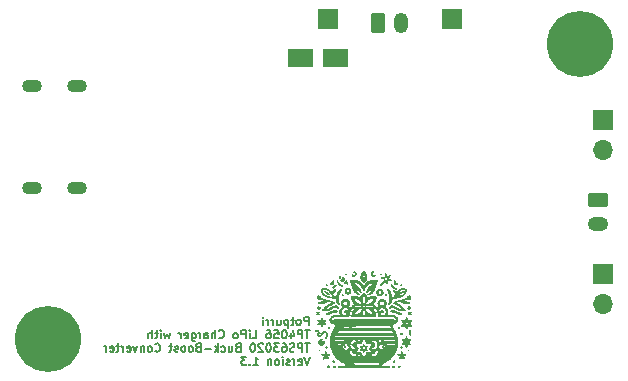
<source format=gbr>
%TF.GenerationSoftware,KiCad,Pcbnew,7.0.8*%
%TF.CreationDate,2024-12-11T22:25:20+01:00*%
%TF.ProjectId,LiPo_BuckBoost_Charger,4c69506f-5f42-4756-936b-426f6f73745f,rev?*%
%TF.SameCoordinates,Original*%
%TF.FileFunction,Soldermask,Bot*%
%TF.FilePolarity,Negative*%
%FSLAX46Y46*%
G04 Gerber Fmt 4.6, Leading zero omitted, Abs format (unit mm)*
G04 Created by KiCad (PCBNEW 7.0.8) date 2024-12-11 22:25:20*
%MOMM*%
%LPD*%
G01*
G04 APERTURE LIST*
G04 Aperture macros list*
%AMRoundRect*
0 Rectangle with rounded corners*
0 $1 Rounding radius*
0 $2 $3 $4 $5 $6 $7 $8 $9 X,Y pos of 4 corners*
0 Add a 4 corners polygon primitive as box body*
4,1,4,$2,$3,$4,$5,$6,$7,$8,$9,$2,$3,0*
0 Add four circle primitives for the rounded corners*
1,1,$1+$1,$2,$3*
1,1,$1+$1,$4,$5*
1,1,$1+$1,$6,$7*
1,1,$1+$1,$8,$9*
0 Add four rect primitives between the rounded corners*
20,1,$1+$1,$2,$3,$4,$5,0*
20,1,$1+$1,$4,$5,$6,$7,0*
20,1,$1+$1,$6,$7,$8,$9,0*
20,1,$1+$1,$8,$9,$2,$3,0*%
%AMFreePoly0*
4,1,6,1.000000,0.000000,0.500000,-0.750000,-0.500000,-0.750000,-0.500000,0.750000,0.500000,0.750000,1.000000,0.000000,1.000000,0.000000,$1*%
G04 Aperture macros list end*
%ADD10C,0.150000*%
%ADD11R,1.700000X1.700000*%
%ADD12O,1.700000X1.700000*%
%ADD13O,1.700000X1.100000*%
%ADD14C,5.600000*%
%ADD15RoundRect,0.250000X-0.625000X0.350000X-0.625000X-0.350000X0.625000X-0.350000X0.625000X0.350000X0*%
%ADD16O,1.750000X1.200000*%
%ADD17RoundRect,0.250000X-0.350000X-0.625000X0.350000X-0.625000X0.350000X0.625000X-0.350000X0.625000X0*%
%ADD18O,1.200000X1.750000*%
%ADD19R,1.500000X1.500000*%
%ADD20FreePoly0,0.000000*%
%ADD21FreePoly0,180.000000*%
G04 APERTURE END LIST*
D10*
X97067449Y-50830733D02*
X97067449Y-50130733D01*
X97067449Y-50130733D02*
X96800782Y-50130733D01*
X96800782Y-50130733D02*
X96734116Y-50164066D01*
X96734116Y-50164066D02*
X96700782Y-50197400D01*
X96700782Y-50197400D02*
X96667449Y-50264066D01*
X96667449Y-50264066D02*
X96667449Y-50364066D01*
X96667449Y-50364066D02*
X96700782Y-50430733D01*
X96700782Y-50430733D02*
X96734116Y-50464066D01*
X96734116Y-50464066D02*
X96800782Y-50497400D01*
X96800782Y-50497400D02*
X97067449Y-50497400D01*
X96267449Y-50830733D02*
X96334116Y-50797400D01*
X96334116Y-50797400D02*
X96367449Y-50764066D01*
X96367449Y-50764066D02*
X96400782Y-50697400D01*
X96400782Y-50697400D02*
X96400782Y-50497400D01*
X96400782Y-50497400D02*
X96367449Y-50430733D01*
X96367449Y-50430733D02*
X96334116Y-50397400D01*
X96334116Y-50397400D02*
X96267449Y-50364066D01*
X96267449Y-50364066D02*
X96167449Y-50364066D01*
X96167449Y-50364066D02*
X96100782Y-50397400D01*
X96100782Y-50397400D02*
X96067449Y-50430733D01*
X96067449Y-50430733D02*
X96034116Y-50497400D01*
X96034116Y-50497400D02*
X96034116Y-50697400D01*
X96034116Y-50697400D02*
X96067449Y-50764066D01*
X96067449Y-50764066D02*
X96100782Y-50797400D01*
X96100782Y-50797400D02*
X96167449Y-50830733D01*
X96167449Y-50830733D02*
X96267449Y-50830733D01*
X95834116Y-50364066D02*
X95567449Y-50364066D01*
X95734116Y-50130733D02*
X95734116Y-50730733D01*
X95734116Y-50730733D02*
X95700783Y-50797400D01*
X95700783Y-50797400D02*
X95634116Y-50830733D01*
X95634116Y-50830733D02*
X95567449Y-50830733D01*
X95334116Y-50364066D02*
X95334116Y-51064066D01*
X95334116Y-50397400D02*
X95267449Y-50364066D01*
X95267449Y-50364066D02*
X95134116Y-50364066D01*
X95134116Y-50364066D02*
X95067449Y-50397400D01*
X95067449Y-50397400D02*
X95034116Y-50430733D01*
X95034116Y-50430733D02*
X95000783Y-50497400D01*
X95000783Y-50497400D02*
X95000783Y-50697400D01*
X95000783Y-50697400D02*
X95034116Y-50764066D01*
X95034116Y-50764066D02*
X95067449Y-50797400D01*
X95067449Y-50797400D02*
X95134116Y-50830733D01*
X95134116Y-50830733D02*
X95267449Y-50830733D01*
X95267449Y-50830733D02*
X95334116Y-50797400D01*
X94400783Y-50364066D02*
X94400783Y-50830733D01*
X94700783Y-50364066D02*
X94700783Y-50730733D01*
X94700783Y-50730733D02*
X94667450Y-50797400D01*
X94667450Y-50797400D02*
X94600783Y-50830733D01*
X94600783Y-50830733D02*
X94500783Y-50830733D01*
X94500783Y-50830733D02*
X94434116Y-50797400D01*
X94434116Y-50797400D02*
X94400783Y-50764066D01*
X94067450Y-50830733D02*
X94067450Y-50364066D01*
X94067450Y-50497400D02*
X94034117Y-50430733D01*
X94034117Y-50430733D02*
X94000783Y-50397400D01*
X94000783Y-50397400D02*
X93934117Y-50364066D01*
X93934117Y-50364066D02*
X93867450Y-50364066D01*
X93634117Y-50830733D02*
X93634117Y-50364066D01*
X93634117Y-50497400D02*
X93600784Y-50430733D01*
X93600784Y-50430733D02*
X93567450Y-50397400D01*
X93567450Y-50397400D02*
X93500784Y-50364066D01*
X93500784Y-50364066D02*
X93434117Y-50364066D01*
X93200784Y-50830733D02*
X93200784Y-50364066D01*
X93200784Y-50130733D02*
X93234117Y-50164066D01*
X93234117Y-50164066D02*
X93200784Y-50197400D01*
X93200784Y-50197400D02*
X93167451Y-50164066D01*
X93167451Y-50164066D02*
X93200784Y-50130733D01*
X93200784Y-50130733D02*
X93200784Y-50197400D01*
X97167449Y-51257733D02*
X96767449Y-51257733D01*
X96967449Y-51957733D02*
X96967449Y-51257733D01*
X96534116Y-51957733D02*
X96534116Y-51257733D01*
X96534116Y-51257733D02*
X96267449Y-51257733D01*
X96267449Y-51257733D02*
X96200783Y-51291066D01*
X96200783Y-51291066D02*
X96167449Y-51324400D01*
X96167449Y-51324400D02*
X96134116Y-51391066D01*
X96134116Y-51391066D02*
X96134116Y-51491066D01*
X96134116Y-51491066D02*
X96167449Y-51557733D01*
X96167449Y-51557733D02*
X96200783Y-51591066D01*
X96200783Y-51591066D02*
X96267449Y-51624400D01*
X96267449Y-51624400D02*
X96534116Y-51624400D01*
X95534116Y-51491066D02*
X95534116Y-51957733D01*
X95700783Y-51224400D02*
X95867449Y-51724400D01*
X95867449Y-51724400D02*
X95434116Y-51724400D01*
X95034116Y-51257733D02*
X94967449Y-51257733D01*
X94967449Y-51257733D02*
X94900782Y-51291066D01*
X94900782Y-51291066D02*
X94867449Y-51324400D01*
X94867449Y-51324400D02*
X94834116Y-51391066D01*
X94834116Y-51391066D02*
X94800782Y-51524400D01*
X94800782Y-51524400D02*
X94800782Y-51691066D01*
X94800782Y-51691066D02*
X94834116Y-51824400D01*
X94834116Y-51824400D02*
X94867449Y-51891066D01*
X94867449Y-51891066D02*
X94900782Y-51924400D01*
X94900782Y-51924400D02*
X94967449Y-51957733D01*
X94967449Y-51957733D02*
X95034116Y-51957733D01*
X95034116Y-51957733D02*
X95100782Y-51924400D01*
X95100782Y-51924400D02*
X95134116Y-51891066D01*
X95134116Y-51891066D02*
X95167449Y-51824400D01*
X95167449Y-51824400D02*
X95200782Y-51691066D01*
X95200782Y-51691066D02*
X95200782Y-51524400D01*
X95200782Y-51524400D02*
X95167449Y-51391066D01*
X95167449Y-51391066D02*
X95134116Y-51324400D01*
X95134116Y-51324400D02*
X95100782Y-51291066D01*
X95100782Y-51291066D02*
X95034116Y-51257733D01*
X94167449Y-51257733D02*
X94500782Y-51257733D01*
X94500782Y-51257733D02*
X94534115Y-51591066D01*
X94534115Y-51591066D02*
X94500782Y-51557733D01*
X94500782Y-51557733D02*
X94434115Y-51524400D01*
X94434115Y-51524400D02*
X94267449Y-51524400D01*
X94267449Y-51524400D02*
X94200782Y-51557733D01*
X94200782Y-51557733D02*
X94167449Y-51591066D01*
X94167449Y-51591066D02*
X94134115Y-51657733D01*
X94134115Y-51657733D02*
X94134115Y-51824400D01*
X94134115Y-51824400D02*
X94167449Y-51891066D01*
X94167449Y-51891066D02*
X94200782Y-51924400D01*
X94200782Y-51924400D02*
X94267449Y-51957733D01*
X94267449Y-51957733D02*
X94434115Y-51957733D01*
X94434115Y-51957733D02*
X94500782Y-51924400D01*
X94500782Y-51924400D02*
X94534115Y-51891066D01*
X93534115Y-51257733D02*
X93667448Y-51257733D01*
X93667448Y-51257733D02*
X93734115Y-51291066D01*
X93734115Y-51291066D02*
X93767448Y-51324400D01*
X93767448Y-51324400D02*
X93834115Y-51424400D01*
X93834115Y-51424400D02*
X93867448Y-51557733D01*
X93867448Y-51557733D02*
X93867448Y-51824400D01*
X93867448Y-51824400D02*
X93834115Y-51891066D01*
X93834115Y-51891066D02*
X93800782Y-51924400D01*
X93800782Y-51924400D02*
X93734115Y-51957733D01*
X93734115Y-51957733D02*
X93600782Y-51957733D01*
X93600782Y-51957733D02*
X93534115Y-51924400D01*
X93534115Y-51924400D02*
X93500782Y-51891066D01*
X93500782Y-51891066D02*
X93467448Y-51824400D01*
X93467448Y-51824400D02*
X93467448Y-51657733D01*
X93467448Y-51657733D02*
X93500782Y-51591066D01*
X93500782Y-51591066D02*
X93534115Y-51557733D01*
X93534115Y-51557733D02*
X93600782Y-51524400D01*
X93600782Y-51524400D02*
X93734115Y-51524400D01*
X93734115Y-51524400D02*
X93800782Y-51557733D01*
X93800782Y-51557733D02*
X93834115Y-51591066D01*
X93834115Y-51591066D02*
X93867448Y-51657733D01*
X92300782Y-51957733D02*
X92634115Y-51957733D01*
X92634115Y-51957733D02*
X92634115Y-51257733D01*
X92067448Y-51957733D02*
X92067448Y-51491066D01*
X92067448Y-51257733D02*
X92100781Y-51291066D01*
X92100781Y-51291066D02*
X92067448Y-51324400D01*
X92067448Y-51324400D02*
X92034115Y-51291066D01*
X92034115Y-51291066D02*
X92067448Y-51257733D01*
X92067448Y-51257733D02*
X92067448Y-51324400D01*
X91734115Y-51957733D02*
X91734115Y-51257733D01*
X91734115Y-51257733D02*
X91467448Y-51257733D01*
X91467448Y-51257733D02*
X91400782Y-51291066D01*
X91400782Y-51291066D02*
X91367448Y-51324400D01*
X91367448Y-51324400D02*
X91334115Y-51391066D01*
X91334115Y-51391066D02*
X91334115Y-51491066D01*
X91334115Y-51491066D02*
X91367448Y-51557733D01*
X91367448Y-51557733D02*
X91400782Y-51591066D01*
X91400782Y-51591066D02*
X91467448Y-51624400D01*
X91467448Y-51624400D02*
X91734115Y-51624400D01*
X90934115Y-51957733D02*
X91000782Y-51924400D01*
X91000782Y-51924400D02*
X91034115Y-51891066D01*
X91034115Y-51891066D02*
X91067448Y-51824400D01*
X91067448Y-51824400D02*
X91067448Y-51624400D01*
X91067448Y-51624400D02*
X91034115Y-51557733D01*
X91034115Y-51557733D02*
X91000782Y-51524400D01*
X91000782Y-51524400D02*
X90934115Y-51491066D01*
X90934115Y-51491066D02*
X90834115Y-51491066D01*
X90834115Y-51491066D02*
X90767448Y-51524400D01*
X90767448Y-51524400D02*
X90734115Y-51557733D01*
X90734115Y-51557733D02*
X90700782Y-51624400D01*
X90700782Y-51624400D02*
X90700782Y-51824400D01*
X90700782Y-51824400D02*
X90734115Y-51891066D01*
X90734115Y-51891066D02*
X90767448Y-51924400D01*
X90767448Y-51924400D02*
X90834115Y-51957733D01*
X90834115Y-51957733D02*
X90934115Y-51957733D01*
X89467449Y-51891066D02*
X89500782Y-51924400D01*
X89500782Y-51924400D02*
X89600782Y-51957733D01*
X89600782Y-51957733D02*
X89667449Y-51957733D01*
X89667449Y-51957733D02*
X89767449Y-51924400D01*
X89767449Y-51924400D02*
X89834116Y-51857733D01*
X89834116Y-51857733D02*
X89867449Y-51791066D01*
X89867449Y-51791066D02*
X89900782Y-51657733D01*
X89900782Y-51657733D02*
X89900782Y-51557733D01*
X89900782Y-51557733D02*
X89867449Y-51424400D01*
X89867449Y-51424400D02*
X89834116Y-51357733D01*
X89834116Y-51357733D02*
X89767449Y-51291066D01*
X89767449Y-51291066D02*
X89667449Y-51257733D01*
X89667449Y-51257733D02*
X89600782Y-51257733D01*
X89600782Y-51257733D02*
X89500782Y-51291066D01*
X89500782Y-51291066D02*
X89467449Y-51324400D01*
X89167449Y-51957733D02*
X89167449Y-51257733D01*
X88867449Y-51957733D02*
X88867449Y-51591066D01*
X88867449Y-51591066D02*
X88900782Y-51524400D01*
X88900782Y-51524400D02*
X88967449Y-51491066D01*
X88967449Y-51491066D02*
X89067449Y-51491066D01*
X89067449Y-51491066D02*
X89134116Y-51524400D01*
X89134116Y-51524400D02*
X89167449Y-51557733D01*
X88234116Y-51957733D02*
X88234116Y-51591066D01*
X88234116Y-51591066D02*
X88267449Y-51524400D01*
X88267449Y-51524400D02*
X88334116Y-51491066D01*
X88334116Y-51491066D02*
X88467449Y-51491066D01*
X88467449Y-51491066D02*
X88534116Y-51524400D01*
X88234116Y-51924400D02*
X88300783Y-51957733D01*
X88300783Y-51957733D02*
X88467449Y-51957733D01*
X88467449Y-51957733D02*
X88534116Y-51924400D01*
X88534116Y-51924400D02*
X88567449Y-51857733D01*
X88567449Y-51857733D02*
X88567449Y-51791066D01*
X88567449Y-51791066D02*
X88534116Y-51724400D01*
X88534116Y-51724400D02*
X88467449Y-51691066D01*
X88467449Y-51691066D02*
X88300783Y-51691066D01*
X88300783Y-51691066D02*
X88234116Y-51657733D01*
X87900783Y-51957733D02*
X87900783Y-51491066D01*
X87900783Y-51624400D02*
X87867450Y-51557733D01*
X87867450Y-51557733D02*
X87834116Y-51524400D01*
X87834116Y-51524400D02*
X87767450Y-51491066D01*
X87767450Y-51491066D02*
X87700783Y-51491066D01*
X87167450Y-51491066D02*
X87167450Y-52057733D01*
X87167450Y-52057733D02*
X87200783Y-52124400D01*
X87200783Y-52124400D02*
X87234117Y-52157733D01*
X87234117Y-52157733D02*
X87300783Y-52191066D01*
X87300783Y-52191066D02*
X87400783Y-52191066D01*
X87400783Y-52191066D02*
X87467450Y-52157733D01*
X87167450Y-51924400D02*
X87234117Y-51957733D01*
X87234117Y-51957733D02*
X87367450Y-51957733D01*
X87367450Y-51957733D02*
X87434117Y-51924400D01*
X87434117Y-51924400D02*
X87467450Y-51891066D01*
X87467450Y-51891066D02*
X87500783Y-51824400D01*
X87500783Y-51824400D02*
X87500783Y-51624400D01*
X87500783Y-51624400D02*
X87467450Y-51557733D01*
X87467450Y-51557733D02*
X87434117Y-51524400D01*
X87434117Y-51524400D02*
X87367450Y-51491066D01*
X87367450Y-51491066D02*
X87234117Y-51491066D01*
X87234117Y-51491066D02*
X87167450Y-51524400D01*
X86567450Y-51924400D02*
X86634117Y-51957733D01*
X86634117Y-51957733D02*
X86767450Y-51957733D01*
X86767450Y-51957733D02*
X86834117Y-51924400D01*
X86834117Y-51924400D02*
X86867450Y-51857733D01*
X86867450Y-51857733D02*
X86867450Y-51591066D01*
X86867450Y-51591066D02*
X86834117Y-51524400D01*
X86834117Y-51524400D02*
X86767450Y-51491066D01*
X86767450Y-51491066D02*
X86634117Y-51491066D01*
X86634117Y-51491066D02*
X86567450Y-51524400D01*
X86567450Y-51524400D02*
X86534117Y-51591066D01*
X86534117Y-51591066D02*
X86534117Y-51657733D01*
X86534117Y-51657733D02*
X86867450Y-51724400D01*
X86234117Y-51957733D02*
X86234117Y-51491066D01*
X86234117Y-51624400D02*
X86200784Y-51557733D01*
X86200784Y-51557733D02*
X86167450Y-51524400D01*
X86167450Y-51524400D02*
X86100784Y-51491066D01*
X86100784Y-51491066D02*
X86034117Y-51491066D01*
X85334118Y-51491066D02*
X85200784Y-51957733D01*
X85200784Y-51957733D02*
X85067451Y-51624400D01*
X85067451Y-51624400D02*
X84934118Y-51957733D01*
X84934118Y-51957733D02*
X84800784Y-51491066D01*
X84534118Y-51957733D02*
X84534118Y-51491066D01*
X84534118Y-51257733D02*
X84567451Y-51291066D01*
X84567451Y-51291066D02*
X84534118Y-51324400D01*
X84534118Y-51324400D02*
X84500785Y-51291066D01*
X84500785Y-51291066D02*
X84534118Y-51257733D01*
X84534118Y-51257733D02*
X84534118Y-51324400D01*
X84300785Y-51491066D02*
X84034118Y-51491066D01*
X84200785Y-51257733D02*
X84200785Y-51857733D01*
X84200785Y-51857733D02*
X84167452Y-51924400D01*
X84167452Y-51924400D02*
X84100785Y-51957733D01*
X84100785Y-51957733D02*
X84034118Y-51957733D01*
X83800785Y-51957733D02*
X83800785Y-51257733D01*
X83500785Y-51957733D02*
X83500785Y-51591066D01*
X83500785Y-51591066D02*
X83534118Y-51524400D01*
X83534118Y-51524400D02*
X83600785Y-51491066D01*
X83600785Y-51491066D02*
X83700785Y-51491066D01*
X83700785Y-51491066D02*
X83767452Y-51524400D01*
X83767452Y-51524400D02*
X83800785Y-51557733D01*
X97167449Y-52384733D02*
X96767449Y-52384733D01*
X96967449Y-53084733D02*
X96967449Y-52384733D01*
X96534116Y-53084733D02*
X96534116Y-52384733D01*
X96534116Y-52384733D02*
X96267449Y-52384733D01*
X96267449Y-52384733D02*
X96200783Y-52418066D01*
X96200783Y-52418066D02*
X96167449Y-52451400D01*
X96167449Y-52451400D02*
X96134116Y-52518066D01*
X96134116Y-52518066D02*
X96134116Y-52618066D01*
X96134116Y-52618066D02*
X96167449Y-52684733D01*
X96167449Y-52684733D02*
X96200783Y-52718066D01*
X96200783Y-52718066D02*
X96267449Y-52751400D01*
X96267449Y-52751400D02*
X96534116Y-52751400D01*
X95867449Y-53051400D02*
X95767449Y-53084733D01*
X95767449Y-53084733D02*
X95600783Y-53084733D01*
X95600783Y-53084733D02*
X95534116Y-53051400D01*
X95534116Y-53051400D02*
X95500783Y-53018066D01*
X95500783Y-53018066D02*
X95467449Y-52951400D01*
X95467449Y-52951400D02*
X95467449Y-52884733D01*
X95467449Y-52884733D02*
X95500783Y-52818066D01*
X95500783Y-52818066D02*
X95534116Y-52784733D01*
X95534116Y-52784733D02*
X95600783Y-52751400D01*
X95600783Y-52751400D02*
X95734116Y-52718066D01*
X95734116Y-52718066D02*
X95800783Y-52684733D01*
X95800783Y-52684733D02*
X95834116Y-52651400D01*
X95834116Y-52651400D02*
X95867449Y-52584733D01*
X95867449Y-52584733D02*
X95867449Y-52518066D01*
X95867449Y-52518066D02*
X95834116Y-52451400D01*
X95834116Y-52451400D02*
X95800783Y-52418066D01*
X95800783Y-52418066D02*
X95734116Y-52384733D01*
X95734116Y-52384733D02*
X95567449Y-52384733D01*
X95567449Y-52384733D02*
X95467449Y-52418066D01*
X94867449Y-52384733D02*
X95000782Y-52384733D01*
X95000782Y-52384733D02*
X95067449Y-52418066D01*
X95067449Y-52418066D02*
X95100782Y-52451400D01*
X95100782Y-52451400D02*
X95167449Y-52551400D01*
X95167449Y-52551400D02*
X95200782Y-52684733D01*
X95200782Y-52684733D02*
X95200782Y-52951400D01*
X95200782Y-52951400D02*
X95167449Y-53018066D01*
X95167449Y-53018066D02*
X95134116Y-53051400D01*
X95134116Y-53051400D02*
X95067449Y-53084733D01*
X95067449Y-53084733D02*
X94934116Y-53084733D01*
X94934116Y-53084733D02*
X94867449Y-53051400D01*
X94867449Y-53051400D02*
X94834116Y-53018066D01*
X94834116Y-53018066D02*
X94800782Y-52951400D01*
X94800782Y-52951400D02*
X94800782Y-52784733D01*
X94800782Y-52784733D02*
X94834116Y-52718066D01*
X94834116Y-52718066D02*
X94867449Y-52684733D01*
X94867449Y-52684733D02*
X94934116Y-52651400D01*
X94934116Y-52651400D02*
X95067449Y-52651400D01*
X95067449Y-52651400D02*
X95134116Y-52684733D01*
X95134116Y-52684733D02*
X95167449Y-52718066D01*
X95167449Y-52718066D02*
X95200782Y-52784733D01*
X94567449Y-52384733D02*
X94134115Y-52384733D01*
X94134115Y-52384733D02*
X94367449Y-52651400D01*
X94367449Y-52651400D02*
X94267449Y-52651400D01*
X94267449Y-52651400D02*
X94200782Y-52684733D01*
X94200782Y-52684733D02*
X94167449Y-52718066D01*
X94167449Y-52718066D02*
X94134115Y-52784733D01*
X94134115Y-52784733D02*
X94134115Y-52951400D01*
X94134115Y-52951400D02*
X94167449Y-53018066D01*
X94167449Y-53018066D02*
X94200782Y-53051400D01*
X94200782Y-53051400D02*
X94267449Y-53084733D01*
X94267449Y-53084733D02*
X94467449Y-53084733D01*
X94467449Y-53084733D02*
X94534115Y-53051400D01*
X94534115Y-53051400D02*
X94567449Y-53018066D01*
X93700782Y-52384733D02*
X93634115Y-52384733D01*
X93634115Y-52384733D02*
X93567448Y-52418066D01*
X93567448Y-52418066D02*
X93534115Y-52451400D01*
X93534115Y-52451400D02*
X93500782Y-52518066D01*
X93500782Y-52518066D02*
X93467448Y-52651400D01*
X93467448Y-52651400D02*
X93467448Y-52818066D01*
X93467448Y-52818066D02*
X93500782Y-52951400D01*
X93500782Y-52951400D02*
X93534115Y-53018066D01*
X93534115Y-53018066D02*
X93567448Y-53051400D01*
X93567448Y-53051400D02*
X93634115Y-53084733D01*
X93634115Y-53084733D02*
X93700782Y-53084733D01*
X93700782Y-53084733D02*
X93767448Y-53051400D01*
X93767448Y-53051400D02*
X93800782Y-53018066D01*
X93800782Y-53018066D02*
X93834115Y-52951400D01*
X93834115Y-52951400D02*
X93867448Y-52818066D01*
X93867448Y-52818066D02*
X93867448Y-52651400D01*
X93867448Y-52651400D02*
X93834115Y-52518066D01*
X93834115Y-52518066D02*
X93800782Y-52451400D01*
X93800782Y-52451400D02*
X93767448Y-52418066D01*
X93767448Y-52418066D02*
X93700782Y-52384733D01*
X93200781Y-52451400D02*
X93167448Y-52418066D01*
X93167448Y-52418066D02*
X93100781Y-52384733D01*
X93100781Y-52384733D02*
X92934115Y-52384733D01*
X92934115Y-52384733D02*
X92867448Y-52418066D01*
X92867448Y-52418066D02*
X92834115Y-52451400D01*
X92834115Y-52451400D02*
X92800781Y-52518066D01*
X92800781Y-52518066D02*
X92800781Y-52584733D01*
X92800781Y-52584733D02*
X92834115Y-52684733D01*
X92834115Y-52684733D02*
X93234115Y-53084733D01*
X93234115Y-53084733D02*
X92800781Y-53084733D01*
X92367448Y-52384733D02*
X92300781Y-52384733D01*
X92300781Y-52384733D02*
X92234114Y-52418066D01*
X92234114Y-52418066D02*
X92200781Y-52451400D01*
X92200781Y-52451400D02*
X92167448Y-52518066D01*
X92167448Y-52518066D02*
X92134114Y-52651400D01*
X92134114Y-52651400D02*
X92134114Y-52818066D01*
X92134114Y-52818066D02*
X92167448Y-52951400D01*
X92167448Y-52951400D02*
X92200781Y-53018066D01*
X92200781Y-53018066D02*
X92234114Y-53051400D01*
X92234114Y-53051400D02*
X92300781Y-53084733D01*
X92300781Y-53084733D02*
X92367448Y-53084733D01*
X92367448Y-53084733D02*
X92434114Y-53051400D01*
X92434114Y-53051400D02*
X92467448Y-53018066D01*
X92467448Y-53018066D02*
X92500781Y-52951400D01*
X92500781Y-52951400D02*
X92534114Y-52818066D01*
X92534114Y-52818066D02*
X92534114Y-52651400D01*
X92534114Y-52651400D02*
X92500781Y-52518066D01*
X92500781Y-52518066D02*
X92467448Y-52451400D01*
X92467448Y-52451400D02*
X92434114Y-52418066D01*
X92434114Y-52418066D02*
X92367448Y-52384733D01*
X91067448Y-52718066D02*
X90967448Y-52751400D01*
X90967448Y-52751400D02*
X90934114Y-52784733D01*
X90934114Y-52784733D02*
X90900781Y-52851400D01*
X90900781Y-52851400D02*
X90900781Y-52951400D01*
X90900781Y-52951400D02*
X90934114Y-53018066D01*
X90934114Y-53018066D02*
X90967448Y-53051400D01*
X90967448Y-53051400D02*
X91034114Y-53084733D01*
X91034114Y-53084733D02*
X91300781Y-53084733D01*
X91300781Y-53084733D02*
X91300781Y-52384733D01*
X91300781Y-52384733D02*
X91067448Y-52384733D01*
X91067448Y-52384733D02*
X91000781Y-52418066D01*
X91000781Y-52418066D02*
X90967448Y-52451400D01*
X90967448Y-52451400D02*
X90934114Y-52518066D01*
X90934114Y-52518066D02*
X90934114Y-52584733D01*
X90934114Y-52584733D02*
X90967448Y-52651400D01*
X90967448Y-52651400D02*
X91000781Y-52684733D01*
X91000781Y-52684733D02*
X91067448Y-52718066D01*
X91067448Y-52718066D02*
X91300781Y-52718066D01*
X90300781Y-52618066D02*
X90300781Y-53084733D01*
X90600781Y-52618066D02*
X90600781Y-52984733D01*
X90600781Y-52984733D02*
X90567448Y-53051400D01*
X90567448Y-53051400D02*
X90500781Y-53084733D01*
X90500781Y-53084733D02*
X90400781Y-53084733D01*
X90400781Y-53084733D02*
X90334114Y-53051400D01*
X90334114Y-53051400D02*
X90300781Y-53018066D01*
X89667448Y-53051400D02*
X89734115Y-53084733D01*
X89734115Y-53084733D02*
X89867448Y-53084733D01*
X89867448Y-53084733D02*
X89934115Y-53051400D01*
X89934115Y-53051400D02*
X89967448Y-53018066D01*
X89967448Y-53018066D02*
X90000781Y-52951400D01*
X90000781Y-52951400D02*
X90000781Y-52751400D01*
X90000781Y-52751400D02*
X89967448Y-52684733D01*
X89967448Y-52684733D02*
X89934115Y-52651400D01*
X89934115Y-52651400D02*
X89867448Y-52618066D01*
X89867448Y-52618066D02*
X89734115Y-52618066D01*
X89734115Y-52618066D02*
X89667448Y-52651400D01*
X89367448Y-53084733D02*
X89367448Y-52384733D01*
X89300781Y-52818066D02*
X89100781Y-53084733D01*
X89100781Y-52618066D02*
X89367448Y-52884733D01*
X88800781Y-52818066D02*
X88267448Y-52818066D01*
X87700781Y-52718066D02*
X87600781Y-52751400D01*
X87600781Y-52751400D02*
X87567447Y-52784733D01*
X87567447Y-52784733D02*
X87534114Y-52851400D01*
X87534114Y-52851400D02*
X87534114Y-52951400D01*
X87534114Y-52951400D02*
X87567447Y-53018066D01*
X87567447Y-53018066D02*
X87600781Y-53051400D01*
X87600781Y-53051400D02*
X87667447Y-53084733D01*
X87667447Y-53084733D02*
X87934114Y-53084733D01*
X87934114Y-53084733D02*
X87934114Y-52384733D01*
X87934114Y-52384733D02*
X87700781Y-52384733D01*
X87700781Y-52384733D02*
X87634114Y-52418066D01*
X87634114Y-52418066D02*
X87600781Y-52451400D01*
X87600781Y-52451400D02*
X87567447Y-52518066D01*
X87567447Y-52518066D02*
X87567447Y-52584733D01*
X87567447Y-52584733D02*
X87600781Y-52651400D01*
X87600781Y-52651400D02*
X87634114Y-52684733D01*
X87634114Y-52684733D02*
X87700781Y-52718066D01*
X87700781Y-52718066D02*
X87934114Y-52718066D01*
X87134114Y-53084733D02*
X87200781Y-53051400D01*
X87200781Y-53051400D02*
X87234114Y-53018066D01*
X87234114Y-53018066D02*
X87267447Y-52951400D01*
X87267447Y-52951400D02*
X87267447Y-52751400D01*
X87267447Y-52751400D02*
X87234114Y-52684733D01*
X87234114Y-52684733D02*
X87200781Y-52651400D01*
X87200781Y-52651400D02*
X87134114Y-52618066D01*
X87134114Y-52618066D02*
X87034114Y-52618066D01*
X87034114Y-52618066D02*
X86967447Y-52651400D01*
X86967447Y-52651400D02*
X86934114Y-52684733D01*
X86934114Y-52684733D02*
X86900781Y-52751400D01*
X86900781Y-52751400D02*
X86900781Y-52951400D01*
X86900781Y-52951400D02*
X86934114Y-53018066D01*
X86934114Y-53018066D02*
X86967447Y-53051400D01*
X86967447Y-53051400D02*
X87034114Y-53084733D01*
X87034114Y-53084733D02*
X87134114Y-53084733D01*
X86500781Y-53084733D02*
X86567448Y-53051400D01*
X86567448Y-53051400D02*
X86600781Y-53018066D01*
X86600781Y-53018066D02*
X86634114Y-52951400D01*
X86634114Y-52951400D02*
X86634114Y-52751400D01*
X86634114Y-52751400D02*
X86600781Y-52684733D01*
X86600781Y-52684733D02*
X86567448Y-52651400D01*
X86567448Y-52651400D02*
X86500781Y-52618066D01*
X86500781Y-52618066D02*
X86400781Y-52618066D01*
X86400781Y-52618066D02*
X86334114Y-52651400D01*
X86334114Y-52651400D02*
X86300781Y-52684733D01*
X86300781Y-52684733D02*
X86267448Y-52751400D01*
X86267448Y-52751400D02*
X86267448Y-52951400D01*
X86267448Y-52951400D02*
X86300781Y-53018066D01*
X86300781Y-53018066D02*
X86334114Y-53051400D01*
X86334114Y-53051400D02*
X86400781Y-53084733D01*
X86400781Y-53084733D02*
X86500781Y-53084733D01*
X86000781Y-53051400D02*
X85934115Y-53084733D01*
X85934115Y-53084733D02*
X85800781Y-53084733D01*
X85800781Y-53084733D02*
X85734115Y-53051400D01*
X85734115Y-53051400D02*
X85700781Y-52984733D01*
X85700781Y-52984733D02*
X85700781Y-52951400D01*
X85700781Y-52951400D02*
X85734115Y-52884733D01*
X85734115Y-52884733D02*
X85800781Y-52851400D01*
X85800781Y-52851400D02*
X85900781Y-52851400D01*
X85900781Y-52851400D02*
X85967448Y-52818066D01*
X85967448Y-52818066D02*
X86000781Y-52751400D01*
X86000781Y-52751400D02*
X86000781Y-52718066D01*
X86000781Y-52718066D02*
X85967448Y-52651400D01*
X85967448Y-52651400D02*
X85900781Y-52618066D01*
X85900781Y-52618066D02*
X85800781Y-52618066D01*
X85800781Y-52618066D02*
X85734115Y-52651400D01*
X85500781Y-52618066D02*
X85234114Y-52618066D01*
X85400781Y-52384733D02*
X85400781Y-52984733D01*
X85400781Y-52984733D02*
X85367448Y-53051400D01*
X85367448Y-53051400D02*
X85300781Y-53084733D01*
X85300781Y-53084733D02*
X85234114Y-53084733D01*
X84067448Y-53018066D02*
X84100781Y-53051400D01*
X84100781Y-53051400D02*
X84200781Y-53084733D01*
X84200781Y-53084733D02*
X84267448Y-53084733D01*
X84267448Y-53084733D02*
X84367448Y-53051400D01*
X84367448Y-53051400D02*
X84434115Y-52984733D01*
X84434115Y-52984733D02*
X84467448Y-52918066D01*
X84467448Y-52918066D02*
X84500781Y-52784733D01*
X84500781Y-52784733D02*
X84500781Y-52684733D01*
X84500781Y-52684733D02*
X84467448Y-52551400D01*
X84467448Y-52551400D02*
X84434115Y-52484733D01*
X84434115Y-52484733D02*
X84367448Y-52418066D01*
X84367448Y-52418066D02*
X84267448Y-52384733D01*
X84267448Y-52384733D02*
X84200781Y-52384733D01*
X84200781Y-52384733D02*
X84100781Y-52418066D01*
X84100781Y-52418066D02*
X84067448Y-52451400D01*
X83667448Y-53084733D02*
X83734115Y-53051400D01*
X83734115Y-53051400D02*
X83767448Y-53018066D01*
X83767448Y-53018066D02*
X83800781Y-52951400D01*
X83800781Y-52951400D02*
X83800781Y-52751400D01*
X83800781Y-52751400D02*
X83767448Y-52684733D01*
X83767448Y-52684733D02*
X83734115Y-52651400D01*
X83734115Y-52651400D02*
X83667448Y-52618066D01*
X83667448Y-52618066D02*
X83567448Y-52618066D01*
X83567448Y-52618066D02*
X83500781Y-52651400D01*
X83500781Y-52651400D02*
X83467448Y-52684733D01*
X83467448Y-52684733D02*
X83434115Y-52751400D01*
X83434115Y-52751400D02*
X83434115Y-52951400D01*
X83434115Y-52951400D02*
X83467448Y-53018066D01*
X83467448Y-53018066D02*
X83500781Y-53051400D01*
X83500781Y-53051400D02*
X83567448Y-53084733D01*
X83567448Y-53084733D02*
X83667448Y-53084733D01*
X83134115Y-52618066D02*
X83134115Y-53084733D01*
X83134115Y-52684733D02*
X83100782Y-52651400D01*
X83100782Y-52651400D02*
X83034115Y-52618066D01*
X83034115Y-52618066D02*
X82934115Y-52618066D01*
X82934115Y-52618066D02*
X82867448Y-52651400D01*
X82867448Y-52651400D02*
X82834115Y-52718066D01*
X82834115Y-52718066D02*
X82834115Y-53084733D01*
X82567449Y-52618066D02*
X82400782Y-53084733D01*
X82400782Y-53084733D02*
X82234115Y-52618066D01*
X81700782Y-53051400D02*
X81767449Y-53084733D01*
X81767449Y-53084733D02*
X81900782Y-53084733D01*
X81900782Y-53084733D02*
X81967449Y-53051400D01*
X81967449Y-53051400D02*
X82000782Y-52984733D01*
X82000782Y-52984733D02*
X82000782Y-52718066D01*
X82000782Y-52718066D02*
X81967449Y-52651400D01*
X81967449Y-52651400D02*
X81900782Y-52618066D01*
X81900782Y-52618066D02*
X81767449Y-52618066D01*
X81767449Y-52618066D02*
X81700782Y-52651400D01*
X81700782Y-52651400D02*
X81667449Y-52718066D01*
X81667449Y-52718066D02*
X81667449Y-52784733D01*
X81667449Y-52784733D02*
X82000782Y-52851400D01*
X81367449Y-53084733D02*
X81367449Y-52618066D01*
X81367449Y-52751400D02*
X81334116Y-52684733D01*
X81334116Y-52684733D02*
X81300782Y-52651400D01*
X81300782Y-52651400D02*
X81234116Y-52618066D01*
X81234116Y-52618066D02*
X81167449Y-52618066D01*
X81034116Y-52618066D02*
X80767449Y-52618066D01*
X80934116Y-52384733D02*
X80934116Y-52984733D01*
X80934116Y-52984733D02*
X80900783Y-53051400D01*
X80900783Y-53051400D02*
X80834116Y-53084733D01*
X80834116Y-53084733D02*
X80767449Y-53084733D01*
X80267449Y-53051400D02*
X80334116Y-53084733D01*
X80334116Y-53084733D02*
X80467449Y-53084733D01*
X80467449Y-53084733D02*
X80534116Y-53051400D01*
X80534116Y-53051400D02*
X80567449Y-52984733D01*
X80567449Y-52984733D02*
X80567449Y-52718066D01*
X80567449Y-52718066D02*
X80534116Y-52651400D01*
X80534116Y-52651400D02*
X80467449Y-52618066D01*
X80467449Y-52618066D02*
X80334116Y-52618066D01*
X80334116Y-52618066D02*
X80267449Y-52651400D01*
X80267449Y-52651400D02*
X80234116Y-52718066D01*
X80234116Y-52718066D02*
X80234116Y-52784733D01*
X80234116Y-52784733D02*
X80567449Y-52851400D01*
X79934116Y-53084733D02*
X79934116Y-52618066D01*
X79934116Y-52751400D02*
X79900783Y-52684733D01*
X79900783Y-52684733D02*
X79867449Y-52651400D01*
X79867449Y-52651400D02*
X79800783Y-52618066D01*
X79800783Y-52618066D02*
X79734116Y-52618066D01*
X97167449Y-53511733D02*
X96934116Y-54211733D01*
X96934116Y-54211733D02*
X96700782Y-53511733D01*
X96200782Y-54178400D02*
X96267449Y-54211733D01*
X96267449Y-54211733D02*
X96400782Y-54211733D01*
X96400782Y-54211733D02*
X96467449Y-54178400D01*
X96467449Y-54178400D02*
X96500782Y-54111733D01*
X96500782Y-54111733D02*
X96500782Y-53845066D01*
X96500782Y-53845066D02*
X96467449Y-53778400D01*
X96467449Y-53778400D02*
X96400782Y-53745066D01*
X96400782Y-53745066D02*
X96267449Y-53745066D01*
X96267449Y-53745066D02*
X96200782Y-53778400D01*
X96200782Y-53778400D02*
X96167449Y-53845066D01*
X96167449Y-53845066D02*
X96167449Y-53911733D01*
X96167449Y-53911733D02*
X96500782Y-53978400D01*
X95867449Y-54211733D02*
X95867449Y-53745066D01*
X95867449Y-53878400D02*
X95834116Y-53811733D01*
X95834116Y-53811733D02*
X95800782Y-53778400D01*
X95800782Y-53778400D02*
X95734116Y-53745066D01*
X95734116Y-53745066D02*
X95667449Y-53745066D01*
X95467449Y-54178400D02*
X95400783Y-54211733D01*
X95400783Y-54211733D02*
X95267449Y-54211733D01*
X95267449Y-54211733D02*
X95200783Y-54178400D01*
X95200783Y-54178400D02*
X95167449Y-54111733D01*
X95167449Y-54111733D02*
X95167449Y-54078400D01*
X95167449Y-54078400D02*
X95200783Y-54011733D01*
X95200783Y-54011733D02*
X95267449Y-53978400D01*
X95267449Y-53978400D02*
X95367449Y-53978400D01*
X95367449Y-53978400D02*
X95434116Y-53945066D01*
X95434116Y-53945066D02*
X95467449Y-53878400D01*
X95467449Y-53878400D02*
X95467449Y-53845066D01*
X95467449Y-53845066D02*
X95434116Y-53778400D01*
X95434116Y-53778400D02*
X95367449Y-53745066D01*
X95367449Y-53745066D02*
X95267449Y-53745066D01*
X95267449Y-53745066D02*
X95200783Y-53778400D01*
X94867449Y-54211733D02*
X94867449Y-53745066D01*
X94867449Y-53511733D02*
X94900782Y-53545066D01*
X94900782Y-53545066D02*
X94867449Y-53578400D01*
X94867449Y-53578400D02*
X94834116Y-53545066D01*
X94834116Y-53545066D02*
X94867449Y-53511733D01*
X94867449Y-53511733D02*
X94867449Y-53578400D01*
X94434116Y-54211733D02*
X94500783Y-54178400D01*
X94500783Y-54178400D02*
X94534116Y-54145066D01*
X94534116Y-54145066D02*
X94567449Y-54078400D01*
X94567449Y-54078400D02*
X94567449Y-53878400D01*
X94567449Y-53878400D02*
X94534116Y-53811733D01*
X94534116Y-53811733D02*
X94500783Y-53778400D01*
X94500783Y-53778400D02*
X94434116Y-53745066D01*
X94434116Y-53745066D02*
X94334116Y-53745066D01*
X94334116Y-53745066D02*
X94267449Y-53778400D01*
X94267449Y-53778400D02*
X94234116Y-53811733D01*
X94234116Y-53811733D02*
X94200783Y-53878400D01*
X94200783Y-53878400D02*
X94200783Y-54078400D01*
X94200783Y-54078400D02*
X94234116Y-54145066D01*
X94234116Y-54145066D02*
X94267449Y-54178400D01*
X94267449Y-54178400D02*
X94334116Y-54211733D01*
X94334116Y-54211733D02*
X94434116Y-54211733D01*
X93900783Y-53745066D02*
X93900783Y-54211733D01*
X93900783Y-53811733D02*
X93867450Y-53778400D01*
X93867450Y-53778400D02*
X93800783Y-53745066D01*
X93800783Y-53745066D02*
X93700783Y-53745066D01*
X93700783Y-53745066D02*
X93634116Y-53778400D01*
X93634116Y-53778400D02*
X93600783Y-53845066D01*
X93600783Y-53845066D02*
X93600783Y-54211733D01*
X92367450Y-54211733D02*
X92767450Y-54211733D01*
X92567450Y-54211733D02*
X92567450Y-53511733D01*
X92567450Y-53511733D02*
X92634117Y-53611733D01*
X92634117Y-53611733D02*
X92700784Y-53678400D01*
X92700784Y-53678400D02*
X92767450Y-53711733D01*
X92067450Y-54145066D02*
X92034117Y-54178400D01*
X92034117Y-54178400D02*
X92067450Y-54211733D01*
X92067450Y-54211733D02*
X92100783Y-54178400D01*
X92100783Y-54178400D02*
X92067450Y-54145066D01*
X92067450Y-54145066D02*
X92067450Y-54211733D01*
X91800784Y-53511733D02*
X91367450Y-53511733D01*
X91367450Y-53511733D02*
X91600784Y-53778400D01*
X91600784Y-53778400D02*
X91500784Y-53778400D01*
X91500784Y-53778400D02*
X91434117Y-53811733D01*
X91434117Y-53811733D02*
X91400784Y-53845066D01*
X91400784Y-53845066D02*
X91367450Y-53911733D01*
X91367450Y-53911733D02*
X91367450Y-54078400D01*
X91367450Y-54078400D02*
X91400784Y-54145066D01*
X91400784Y-54145066D02*
X91434117Y-54178400D01*
X91434117Y-54178400D02*
X91500784Y-54211733D01*
X91500784Y-54211733D02*
X91700784Y-54211733D01*
X91700784Y-54211733D02*
X91767450Y-54178400D01*
X91767450Y-54178400D02*
X91800784Y-54145066D01*
%TO.C,G\u002A\u002A\u002A*%
G36*
X105833985Y-49812330D02*
G01*
X105829100Y-49817215D01*
X105824216Y-49812330D01*
X105829100Y-49807446D01*
X105833985Y-49812330D01*
G37*
G36*
X105648370Y-49958869D02*
G01*
X105643485Y-49963754D01*
X105638600Y-49958869D01*
X105643485Y-49953984D01*
X105648370Y-49958869D01*
G37*
G36*
X105365062Y-50730638D02*
G01*
X105360177Y-50735523D01*
X105355293Y-50730638D01*
X105360177Y-50725754D01*
X105365062Y-50730638D01*
G37*
G36*
X104603062Y-53231561D02*
G01*
X104598177Y-53236446D01*
X104593293Y-53231561D01*
X104598177Y-53226677D01*
X104603062Y-53231561D01*
G37*
G36*
X104300216Y-50750177D02*
G01*
X104295331Y-50755061D01*
X104290446Y-50750177D01*
X104295331Y-50745292D01*
X104300216Y-50750177D01*
G37*
G36*
X104182985Y-53583254D02*
G01*
X104178100Y-53588138D01*
X104173216Y-53583254D01*
X104178100Y-53578369D01*
X104182985Y-53583254D01*
G37*
G36*
X104075523Y-47633792D02*
G01*
X104070639Y-47638677D01*
X104065754Y-47633792D01*
X104070639Y-47628907D01*
X104075523Y-47633792D01*
G37*
G36*
X104026677Y-49050330D02*
G01*
X104021793Y-49055215D01*
X104016908Y-49050330D01*
X104021793Y-49045446D01*
X104026677Y-49050330D01*
G37*
G36*
X103928985Y-53817715D02*
G01*
X103924100Y-53822600D01*
X103919216Y-53817715D01*
X103924100Y-53812830D01*
X103928985Y-53817715D01*
G37*
G36*
X103508908Y-46471254D02*
G01*
X103504023Y-46476138D01*
X103499139Y-46471254D01*
X103504023Y-46466369D01*
X103508908Y-46471254D01*
G37*
G36*
X103450293Y-52127638D02*
G01*
X103445408Y-52132523D01*
X103440523Y-52127638D01*
X103445408Y-52122754D01*
X103450293Y-52127638D01*
G37*
G36*
X103118139Y-46627561D02*
G01*
X103113254Y-46632446D01*
X103108370Y-46627561D01*
X103113254Y-46622677D01*
X103118139Y-46627561D01*
G37*
G36*
X102981370Y-49275023D02*
G01*
X102976485Y-49279907D01*
X102971600Y-49275023D01*
X102976485Y-49270138D01*
X102981370Y-49275023D01*
G37*
G36*
X102952062Y-49314100D02*
G01*
X102947177Y-49318984D01*
X102942293Y-49314100D01*
X102947177Y-49309215D01*
X102952062Y-49314100D01*
G37*
G36*
X102805523Y-48395792D02*
G01*
X102800639Y-48400677D01*
X102795754Y-48395792D01*
X102800639Y-48390907D01*
X102805523Y-48395792D01*
G37*
G36*
X102082600Y-48112484D02*
G01*
X102077716Y-48117369D01*
X102072831Y-48112484D01*
X102077716Y-48107600D01*
X102082600Y-48112484D01*
G37*
G36*
X101789523Y-47243023D02*
G01*
X101784639Y-47247907D01*
X101779754Y-47243023D01*
X101784639Y-47238138D01*
X101789523Y-47243023D01*
G37*
G36*
X101027523Y-48161330D02*
G01*
X101022639Y-48166215D01*
X101017754Y-48161330D01*
X101022639Y-48156446D01*
X101027523Y-48161330D01*
G37*
G36*
X101007985Y-52791946D02*
G01*
X101003100Y-52796830D01*
X100998216Y-52791946D01*
X101003100Y-52787061D01*
X101007985Y-52791946D01*
G37*
G36*
X100470677Y-47985484D02*
G01*
X100465793Y-47990369D01*
X100460908Y-47985484D01*
X100465793Y-47980600D01*
X100470677Y-47985484D01*
G37*
G36*
X100421831Y-52645407D02*
G01*
X100416946Y-52650292D01*
X100412062Y-52645407D01*
X100416946Y-52640523D01*
X100421831Y-52645407D01*
G37*
G36*
X100372985Y-52235100D02*
G01*
X100368100Y-52239984D01*
X100363216Y-52235100D01*
X100368100Y-52230215D01*
X100372985Y-52235100D01*
G37*
G36*
X100294831Y-51004177D02*
G01*
X100289946Y-51009061D01*
X100285062Y-51004177D01*
X100289946Y-50999292D01*
X100294831Y-51004177D01*
G37*
G36*
X100197139Y-52498869D02*
G01*
X100192254Y-52503754D01*
X100187370Y-52498869D01*
X100192254Y-52493984D01*
X100197139Y-52498869D01*
G37*
G36*
X99913831Y-48659561D02*
G01*
X99908946Y-48664446D01*
X99904062Y-48659561D01*
X99908946Y-48654677D01*
X99913831Y-48659561D01*
G37*
G36*
X99904062Y-47389561D02*
G01*
X99899177Y-47394446D01*
X99894293Y-47389561D01*
X99899177Y-47384677D01*
X99904062Y-47389561D01*
G37*
G36*
X99620754Y-47838946D02*
G01*
X99615870Y-47843830D01*
X99610985Y-47838946D01*
X99615870Y-47834061D01*
X99620754Y-47838946D01*
G37*
G36*
X99532831Y-53807946D02*
G01*
X99527946Y-53812830D01*
X99523062Y-53807946D01*
X99527946Y-53803061D01*
X99532831Y-53807946D01*
G37*
G36*
X99513293Y-49587638D02*
G01*
X99508408Y-49592523D01*
X99503523Y-49587638D01*
X99508408Y-49582754D01*
X99513293Y-49587638D01*
G37*
G36*
X99278831Y-54042407D02*
G01*
X99273946Y-54047292D01*
X99269062Y-54042407D01*
X99273946Y-54037523D01*
X99278831Y-54042407D01*
G37*
G36*
X98585216Y-49431330D02*
G01*
X98580331Y-49436215D01*
X98575446Y-49431330D01*
X98580331Y-49426446D01*
X98585216Y-49431330D01*
G37*
G36*
X98467985Y-51521946D02*
G01*
X98463100Y-51526830D01*
X98458216Y-51521946D01*
X98463100Y-51517061D01*
X98467985Y-51521946D01*
G37*
G36*
X98243293Y-50183561D02*
G01*
X98238408Y-50188446D01*
X98233523Y-50183561D01*
X98238408Y-50178677D01*
X98243293Y-50183561D01*
G37*
G36*
X98057677Y-52909177D02*
G01*
X98052793Y-52914061D01*
X98047908Y-52909177D01*
X98052793Y-52904292D01*
X98057677Y-52909177D01*
G37*
G36*
X97735293Y-49372715D02*
G01*
X97730408Y-49377600D01*
X97725523Y-49372715D01*
X97730408Y-49367830D01*
X97735293Y-49372715D01*
G37*
G36*
X100369729Y-50963471D02*
G01*
X100371257Y-50966410D01*
X100363216Y-50969984D01*
X100358044Y-50969279D01*
X100356703Y-50963471D01*
X100358135Y-50962302D01*
X100369729Y-50963471D01*
G37*
G36*
X100365047Y-51051234D02*
G01*
X100369569Y-51054750D01*
X100359145Y-51057136D01*
X100349237Y-51056445D01*
X100346323Y-51052005D01*
X100349779Y-51050069D01*
X100365047Y-51051234D01*
G37*
G36*
X99890341Y-49268629D02*
G01*
X99889043Y-49270617D01*
X99879390Y-49279615D01*
X99874754Y-49275599D01*
X99875627Y-49273402D01*
X99886033Y-49264321D01*
X99891492Y-49261944D01*
X99890341Y-49268629D01*
G37*
G36*
X103895357Y-47814962D02*
G01*
X103904562Y-47824292D01*
X103906382Y-47827751D01*
X103905715Y-47834061D01*
X103903997Y-47833622D01*
X103894793Y-47824292D01*
X103892973Y-47820833D01*
X103893640Y-47814523D01*
X103895357Y-47814962D01*
G37*
G36*
X103719511Y-52455347D02*
G01*
X103728716Y-52464677D01*
X103730535Y-52468135D01*
X103729869Y-52474446D01*
X103728151Y-52474006D01*
X103718946Y-52464677D01*
X103717127Y-52461218D01*
X103717793Y-52454907D01*
X103719511Y-52455347D01*
G37*
G36*
X100433929Y-51050998D02*
G01*
X100438736Y-51052275D01*
X100435865Y-51054482D01*
X100416946Y-51055444D01*
X100406597Y-51055318D01*
X100392568Y-51053836D01*
X100394852Y-51051195D01*
X100408474Y-51049425D01*
X100433929Y-51050998D01*
G37*
G36*
X100249532Y-46479975D02*
G01*
X100280621Y-46500117D01*
X100300200Y-46529552D01*
X100301974Y-46562591D01*
X100284353Y-46596936D01*
X100262741Y-46616052D01*
X100231331Y-46622677D01*
X100216951Y-46621240D01*
X100187568Y-46607411D01*
X100167668Y-46582979D01*
X100159145Y-46552975D01*
X100163891Y-46522433D01*
X100183802Y-46496386D01*
X100216407Y-46479198D01*
X100249532Y-46479975D01*
G37*
G36*
X104916840Y-47375794D02*
G01*
X104945014Y-47389588D01*
X104956648Y-47405330D01*
X104964510Y-47437209D01*
X104960308Y-47471555D01*
X104944104Y-47500602D01*
X104926138Y-47513875D01*
X104894139Y-47520716D01*
X104861527Y-47512751D01*
X104834800Y-47490574D01*
X104823553Y-47466712D01*
X104820955Y-47434088D01*
X104829519Y-47404143D01*
X104848324Y-47384125D01*
X104881396Y-47374021D01*
X104916840Y-47375794D01*
G37*
G36*
X103233733Y-46486842D02*
G01*
X103256000Y-46506964D01*
X103269190Y-46533967D01*
X103269959Y-46564688D01*
X103254963Y-46595965D01*
X103246015Y-46605532D01*
X103215742Y-46621239D01*
X103182187Y-46619964D01*
X103150518Y-46601435D01*
X103141196Y-46590666D01*
X103128642Y-46558675D01*
X103131312Y-46524822D01*
X103149289Y-46496057D01*
X103175344Y-46479884D01*
X103205733Y-46476762D01*
X103233733Y-46486842D01*
G37*
G36*
X98636706Y-47380603D02*
G01*
X98664164Y-47399829D01*
X98679041Y-47428381D01*
X98679239Y-47461819D01*
X98662661Y-47495705D01*
X98650093Y-47507686D01*
X98619972Y-47520415D01*
X98587656Y-47519847D01*
X98560672Y-47505276D01*
X98553814Y-47497801D01*
X98535320Y-47464513D01*
X98532662Y-47431473D01*
X98544426Y-47402786D01*
X98569196Y-47382562D01*
X98605559Y-47374907D01*
X98636706Y-47380603D01*
G37*
G36*
X98626417Y-52638020D02*
G01*
X98656593Y-52659276D01*
X98676147Y-52690212D01*
X98683407Y-52726476D01*
X98676700Y-52763717D01*
X98654352Y-52797582D01*
X98620430Y-52820265D01*
X98583236Y-52826886D01*
X98547319Y-52818753D01*
X98516739Y-52797667D01*
X98495557Y-52765425D01*
X98487834Y-52723826D01*
X98492079Y-52691272D01*
X98510562Y-52657854D01*
X98543384Y-52637579D01*
X98590210Y-52630754D01*
X98626417Y-52638020D01*
G37*
G36*
X104965428Y-52645875D02*
G01*
X104982824Y-52657713D01*
X105005321Y-52688380D01*
X105013599Y-52725421D01*
X105006988Y-52763575D01*
X104984813Y-52797582D01*
X104971792Y-52808751D01*
X104936398Y-52824914D01*
X104900048Y-52825814D01*
X104866155Y-52813835D01*
X104838129Y-52791360D01*
X104819383Y-52760773D01*
X104813328Y-52724457D01*
X104823376Y-52684796D01*
X104846264Y-52654034D01*
X104880775Y-52635112D01*
X104921759Y-52632046D01*
X104965428Y-52645875D01*
G37*
G36*
X98814207Y-50964345D02*
G01*
X98835666Y-50971372D01*
X98865205Y-50994513D01*
X98883728Y-51027322D01*
X98889921Y-51064908D01*
X98882466Y-51102381D01*
X98860051Y-51134850D01*
X98826493Y-51156335D01*
X98788656Y-51162863D01*
X98752480Y-51154284D01*
X98721841Y-51132420D01*
X98700614Y-51099095D01*
X98692677Y-51056131D01*
X98693284Y-51044977D01*
X98706056Y-51007082D01*
X98732781Y-50979264D01*
X98769989Y-50964144D01*
X98814207Y-50964345D01*
G37*
G36*
X105563043Y-52923776D02*
G01*
X105578295Y-52939902D01*
X105590535Y-52971446D01*
X105587760Y-53004581D01*
X105570906Y-53033818D01*
X105540908Y-53053666D01*
X105533798Y-53055502D01*
X105513244Y-53054941D01*
X105508273Y-53053535D01*
X105491643Y-53050830D01*
X105479997Y-53044753D01*
X105463135Y-53029450D01*
X105446962Y-53003394D01*
X105443839Y-52973005D01*
X105453920Y-52945005D01*
X105474042Y-52922738D01*
X105501044Y-52909549D01*
X105531765Y-52908780D01*
X105563043Y-52923776D01*
G37*
G36*
X104957175Y-51492805D02*
G01*
X104989862Y-51511776D01*
X105012767Y-51540864D01*
X105024623Y-51575835D01*
X105024165Y-51612455D01*
X105010127Y-51646489D01*
X104981244Y-51673704D01*
X104953730Y-51687087D01*
X104916103Y-51691444D01*
X104876281Y-51678088D01*
X104875398Y-51677627D01*
X104843218Y-51651610D01*
X104825913Y-51618457D01*
X104822429Y-51582229D01*
X104831714Y-51546985D01*
X104852715Y-51516785D01*
X104884378Y-51495688D01*
X104925651Y-51487754D01*
X104957175Y-51492805D01*
G37*
G36*
X104745845Y-50972320D02*
G01*
X104776654Y-51002889D01*
X104785543Y-51017387D01*
X104798185Y-51057555D01*
X104791431Y-51095627D01*
X104765231Y-51132154D01*
X104759759Y-51137430D01*
X104725966Y-51160081D01*
X104691206Y-51164244D01*
X104651588Y-51150550D01*
X104631800Y-51137735D01*
X104605450Y-51105971D01*
X104595336Y-51068521D01*
X104602131Y-51029602D01*
X104626508Y-50993430D01*
X104633026Y-50987291D01*
X104670783Y-50964317D01*
X104709472Y-50959395D01*
X104745845Y-50972320D01*
G37*
G36*
X103636624Y-48219869D02*
G01*
X103666400Y-48237986D01*
X103685873Y-48265468D01*
X103694117Y-48297923D01*
X103690204Y-48330960D01*
X103673204Y-48360189D01*
X103642190Y-48381220D01*
X103633812Y-48384522D01*
X103615936Y-48389337D01*
X103599059Y-48387154D01*
X103573777Y-48377455D01*
X103551344Y-48364345D01*
X103529096Y-48337032D01*
X103520663Y-48304836D01*
X103525143Y-48272148D01*
X103541638Y-48243362D01*
X103569246Y-48222868D01*
X103607067Y-48215061D01*
X103636624Y-48219869D01*
G37*
G36*
X97995062Y-52904306D02*
G01*
X98019658Y-52911611D01*
X98043467Y-52928271D01*
X98050366Y-52936140D01*
X98064984Y-52967860D01*
X98065108Y-53001375D01*
X98051591Y-53030927D01*
X98025289Y-53050762D01*
X97999591Y-53058479D01*
X97973291Y-53055474D01*
X97946758Y-53036643D01*
X97938315Y-53027737D01*
X97922240Y-52995023D01*
X97924407Y-52960482D01*
X97944887Y-52928271D01*
X97945727Y-52927446D01*
X97969819Y-52911065D01*
X97994177Y-52904292D01*
X97995062Y-52904306D01*
G37*
G36*
X104782733Y-54262853D02*
G01*
X104820427Y-54289163D01*
X104836200Y-54307147D01*
X104845054Y-54329576D01*
X104847293Y-54362487D01*
X104845482Y-54392881D01*
X104837132Y-54416594D01*
X104818736Y-54438813D01*
X104807477Y-54448514D01*
X104770580Y-54465433D01*
X104730803Y-54467060D01*
X104693033Y-54454671D01*
X104662158Y-54429542D01*
X104643068Y-54392950D01*
X104638951Y-54372186D01*
X104642517Y-54328699D01*
X104663590Y-54292948D01*
X104701279Y-54266863D01*
X104743732Y-54255605D01*
X104782733Y-54262853D01*
G37*
G36*
X99983215Y-48220770D02*
G01*
X100010451Y-48236380D01*
X100025081Y-48257256D01*
X100025625Y-48259349D01*
X100029456Y-48302245D01*
X100020148Y-48340300D01*
X99999624Y-48369096D01*
X99969810Y-48384216D01*
X99959469Y-48385737D01*
X99920858Y-48382029D01*
X99887501Y-48365543D01*
X99864065Y-48339430D01*
X99855216Y-48306839D01*
X99855217Y-48306407D01*
X99863329Y-48268415D01*
X99884400Y-48236211D01*
X99914107Y-48216429D01*
X99917862Y-48215251D01*
X99950108Y-48212901D01*
X99983215Y-48220770D01*
G37*
G36*
X98795313Y-54269801D02*
G01*
X98823205Y-54294459D01*
X98842077Y-54326741D01*
X98849537Y-54363417D01*
X98843190Y-54401256D01*
X98820642Y-54437028D01*
X98818077Y-54439745D01*
X98797681Y-54457436D01*
X98775802Y-54465472D01*
X98743501Y-54467369D01*
X98732466Y-54467261D01*
X98705062Y-54464229D01*
X98685374Y-54454067D01*
X98664382Y-54432837D01*
X98649157Y-54412026D01*
X98634230Y-54370882D01*
X98637166Y-54330586D01*
X98657347Y-54294587D01*
X98694156Y-54266335D01*
X98722044Y-54256276D01*
X98760794Y-54255997D01*
X98795313Y-54269801D01*
G37*
G36*
X99215825Y-53828000D02*
G01*
X99249317Y-53848990D01*
X99271075Y-53883465D01*
X99278831Y-53928921D01*
X99273847Y-53969629D01*
X99256072Y-54005845D01*
X99226497Y-54027836D01*
X99199036Y-54035489D01*
X99155158Y-54035138D01*
X99116021Y-54020566D01*
X99087165Y-53993153D01*
X99081641Y-53982708D01*
X99072953Y-53959156D01*
X99065666Y-53932252D01*
X99060964Y-53907472D01*
X99060030Y-53890292D01*
X99064048Y-53886186D01*
X99071875Y-53882842D01*
X99083047Y-53867307D01*
X99098090Y-53848013D01*
X99133200Y-53829001D01*
X99182564Y-53822600D01*
X99215825Y-53828000D01*
G37*
G36*
X104324704Y-53824388D02*
G01*
X104348955Y-53834024D01*
X104374462Y-53855815D01*
X104392407Y-53875849D01*
X104404560Y-53899713D01*
X104407677Y-53929428D01*
X104400864Y-53971910D01*
X104382217Y-54006848D01*
X104354634Y-54028621D01*
X104349292Y-54030404D01*
X104323158Y-54033996D01*
X104291739Y-54033611D01*
X104273160Y-54030843D01*
X104233939Y-54013673D01*
X104207974Y-53982157D01*
X104195328Y-53936360D01*
X104193892Y-53921601D01*
X104194839Y-53898241D01*
X104204032Y-53879655D01*
X104224729Y-53857056D01*
X104247807Y-53836598D01*
X104271031Y-53825417D01*
X104300216Y-53822600D01*
X104324704Y-53824388D01*
G37*
G36*
X104248201Y-54286683D02*
G01*
X104282981Y-54287744D01*
X104304905Y-54291133D01*
X104319025Y-54298051D01*
X104330390Y-54309701D01*
X104330910Y-54310351D01*
X104345943Y-54341464D01*
X104348843Y-54376637D01*
X104340905Y-54410289D01*
X104323422Y-54436842D01*
X104297687Y-54450716D01*
X104247157Y-54455878D01*
X104196332Y-54451733D01*
X104153858Y-54438488D01*
X104124642Y-54417097D01*
X104120532Y-54411770D01*
X104106277Y-54377120D01*
X104109546Y-54341539D01*
X104130068Y-54310322D01*
X104133293Y-54307361D01*
X104148305Y-54296408D01*
X104166348Y-54290141D01*
X104192919Y-54287304D01*
X104233511Y-54286638D01*
X104248201Y-54286683D01*
G37*
G36*
X100153852Y-52576887D02*
G01*
X100177743Y-52592733D01*
X100204676Y-52615434D01*
X100229854Y-52640526D01*
X100248479Y-52663546D01*
X100255754Y-52680031D01*
X100249022Y-52694734D01*
X100231078Y-52717125D01*
X100205851Y-52742194D01*
X100178827Y-52764638D01*
X100155285Y-52780867D01*
X100140677Y-52787061D01*
X100132134Y-52784351D01*
X100111748Y-52769895D01*
X100087743Y-52747330D01*
X100064801Y-52721639D01*
X100047604Y-52697803D01*
X100040831Y-52680804D01*
X100042645Y-52672485D01*
X100055211Y-52649920D01*
X100075837Y-52623518D01*
X100099892Y-52598364D01*
X100122747Y-52579542D01*
X100139772Y-52572138D01*
X100153852Y-52576887D01*
G37*
G36*
X103392794Y-52594389D02*
G01*
X103397734Y-52598327D01*
X103423513Y-52623291D01*
X103442793Y-52648400D01*
X103450896Y-52663094D01*
X103453965Y-52677079D01*
X103447827Y-52692469D01*
X103431272Y-52716412D01*
X103422356Y-52728102D01*
X103399746Y-52753891D01*
X103380425Y-52771370D01*
X103361062Y-52782757D01*
X103342673Y-52785050D01*
X103322280Y-52775231D01*
X103294381Y-52752065D01*
X103278638Y-52738775D01*
X103258849Y-52725140D01*
X103247949Y-52721805D01*
X103242056Y-52717529D01*
X103238330Y-52699783D01*
X103243141Y-52674765D01*
X103261782Y-52642868D01*
X103290661Y-52612052D01*
X103325851Y-52587362D01*
X103359719Y-52569122D01*
X103392794Y-52594389D01*
G37*
G36*
X99716832Y-46663605D02*
G01*
X99755010Y-46665594D01*
X99793346Y-46668585D01*
X99820665Y-46671882D01*
X99832709Y-46675067D01*
X99836592Y-46686448D01*
X99840662Y-46712072D01*
X99843746Y-46745839D01*
X99844742Y-46772500D01*
X99841509Y-46813530D01*
X99830687Y-46847604D01*
X99826902Y-46855036D01*
X99801099Y-46888335D01*
X99765685Y-46918325D01*
X99728216Y-46938319D01*
X99709167Y-46944087D01*
X99689282Y-46944632D01*
X99674159Y-46934113D01*
X99660645Y-46909897D01*
X99645583Y-46869350D01*
X99645461Y-46868990D01*
X99631708Y-46821702D01*
X99620361Y-46770490D01*
X99613865Y-46726378D01*
X99607930Y-46659118D01*
X99716832Y-46663605D01*
G37*
G36*
X105700300Y-51235349D02*
G01*
X105710699Y-51241538D01*
X105726496Y-51255425D01*
X105738219Y-51274521D01*
X105746265Y-51301202D01*
X105751028Y-51337844D01*
X105752904Y-51386822D01*
X105752289Y-51450513D01*
X105749578Y-51531292D01*
X105747894Y-51571830D01*
X105745418Y-51622040D01*
X105742752Y-51657827D01*
X105739412Y-51682321D01*
X105734914Y-51698653D01*
X105728773Y-51709952D01*
X105720508Y-51719350D01*
X105718464Y-51721337D01*
X105688112Y-51738986D01*
X105655092Y-51737357D01*
X105619811Y-51716462D01*
X105589754Y-51691171D01*
X105589754Y-51486134D01*
X105589754Y-51281097D01*
X105618310Y-51252540D01*
X105619586Y-51251273D01*
X105646708Y-51230043D01*
X105671628Y-51225151D01*
X105700300Y-51235349D01*
G37*
G36*
X99381099Y-47404822D02*
G01*
X99413101Y-47415190D01*
X99436095Y-47437340D01*
X99444908Y-47466733D01*
X99439272Y-47490463D01*
X99420297Y-47525636D01*
X99390861Y-47565910D01*
X99354004Y-47608084D01*
X99312765Y-47648960D01*
X99270182Y-47685337D01*
X99229296Y-47714017D01*
X99193144Y-47731798D01*
X99160920Y-47738348D01*
X99124313Y-47730780D01*
X99092557Y-47704487D01*
X99080442Y-47686696D01*
X99072422Y-47656495D01*
X99079899Y-47624163D01*
X99103548Y-47588453D01*
X99144042Y-47548117D01*
X99202057Y-47501907D01*
X99235170Y-47477481D01*
X99275313Y-47448392D01*
X99304720Y-47428307D01*
X99326345Y-47415554D01*
X99343144Y-47408459D01*
X99358071Y-47405353D01*
X99374081Y-47404561D01*
X99381099Y-47404822D01*
G37*
G36*
X99270565Y-54283302D02*
G01*
X99271026Y-54283323D01*
X99311377Y-54285977D01*
X99337766Y-54290473D01*
X99355719Y-54298345D01*
X99370758Y-54311127D01*
X99383644Y-54326760D01*
X99398154Y-54363186D01*
X99393898Y-54400213D01*
X99370872Y-54434831D01*
X99362725Y-54442641D01*
X99349341Y-54452005D01*
X99332708Y-54456548D01*
X99307417Y-54457359D01*
X99268059Y-54455528D01*
X99261731Y-54455152D01*
X99223075Y-54451903D01*
X99197441Y-54446769D01*
X99179069Y-54438033D01*
X99162195Y-54423977D01*
X99146950Y-54405045D01*
X99136030Y-54370192D01*
X99142903Y-54334738D01*
X99167386Y-54302924D01*
X99171636Y-54299352D01*
X99187021Y-54289059D01*
X99204856Y-54283672D01*
X99230813Y-54282113D01*
X99270565Y-54283302D01*
G37*
G36*
X99526337Y-47036861D02*
G01*
X99555616Y-47068433D01*
X99586123Y-47118751D01*
X99625189Y-47184372D01*
X99695545Y-47272180D01*
X99778909Y-47345575D01*
X99874754Y-47404036D01*
X99888025Y-47411026D01*
X99918467Y-47429474D01*
X99940696Y-47446097D01*
X99957020Y-47470373D01*
X99962148Y-47502205D01*
X99955327Y-47533841D01*
X99937923Y-47559382D01*
X99911303Y-47572928D01*
X99880862Y-47573097D01*
X99833447Y-47560973D01*
X99777944Y-47536300D01*
X99716987Y-47500289D01*
X99653208Y-47454152D01*
X99581189Y-47389613D01*
X99517850Y-47313268D01*
X99463919Y-47223658D01*
X99453904Y-47203320D01*
X99432260Y-47146872D01*
X99423809Y-47099476D01*
X99428699Y-47062778D01*
X99447082Y-47038423D01*
X99466970Y-47027364D01*
X99497163Y-47023388D01*
X99526337Y-47036861D01*
G37*
G36*
X98451216Y-47954524D02*
G01*
X98488601Y-47961232D01*
X98524911Y-47971039D01*
X98574942Y-47990496D01*
X98648777Y-48028530D01*
X98717185Y-48074134D01*
X98724817Y-48080397D01*
X98751529Y-48106919D01*
X98781721Y-48141985D01*
X98812627Y-48181758D01*
X98841480Y-48222400D01*
X98865515Y-48260075D01*
X98881964Y-48290943D01*
X98888062Y-48311169D01*
X98886812Y-48317300D01*
X98879643Y-48321339D01*
X98863294Y-48320383D01*
X98834611Y-48314148D01*
X98790441Y-48302347D01*
X98768977Y-48296023D01*
X98668740Y-48256157D01*
X98577285Y-48202617D01*
X98498950Y-48137853D01*
X98485785Y-48124220D01*
X98454970Y-48088092D01*
X98426143Y-48049203D01*
X98402135Y-48011819D01*
X98385780Y-47980202D01*
X98379909Y-47958619D01*
X98380300Y-47957089D01*
X98392296Y-47952045D01*
X98417524Y-47951326D01*
X98451216Y-47954524D01*
G37*
G36*
X104389000Y-47049421D02*
G01*
X104417633Y-47071329D01*
X104436427Y-47106248D01*
X104443987Y-47151438D01*
X104438915Y-47204159D01*
X104429179Y-47249810D01*
X104455063Y-47242980D01*
X104464665Y-47240802D01*
X104495319Y-47235663D01*
X104529937Y-47231489D01*
X104558878Y-47230100D01*
X104583659Y-47234502D01*
X104604899Y-47247255D01*
X104630304Y-47278220D01*
X104638370Y-47315389D01*
X104628003Y-47354366D01*
X104621063Y-47366275D01*
X104601823Y-47387338D01*
X104573043Y-47404123D01*
X104529793Y-47419921D01*
X104504637Y-47425581D01*
X104464882Y-47430661D01*
X104423484Y-47432869D01*
X104392190Y-47431842D01*
X104340360Y-47421238D01*
X104302046Y-47398244D01*
X104276209Y-47361670D01*
X104261812Y-47310326D01*
X104257815Y-47243023D01*
X104257915Y-47236295D01*
X104262748Y-47164626D01*
X104274605Y-47110382D01*
X104293937Y-47072652D01*
X104321195Y-47050522D01*
X104356833Y-47043079D01*
X104389000Y-47049421D01*
G37*
G36*
X99960502Y-46725205D02*
G01*
X99994816Y-46741085D01*
X100037617Y-46766317D01*
X100078866Y-46797205D01*
X100112667Y-46829036D01*
X100133790Y-46857431D01*
X100146338Y-46898225D01*
X100148460Y-46949676D01*
X100139893Y-47003778D01*
X100121068Y-47053849D01*
X100112639Y-47068440D01*
X100073451Y-47115543D01*
X100023329Y-47154088D01*
X99968884Y-47178653D01*
X99959635Y-47181205D01*
X99918026Y-47187462D01*
X99882053Y-47180716D01*
X99843161Y-47159676D01*
X99826435Y-47147541D01*
X99785183Y-47110280D01*
X99747261Y-47067138D01*
X99719622Y-47025657D01*
X99714844Y-47015904D01*
X99714482Y-47005811D01*
X99728186Y-47003677D01*
X99740323Y-47002624D01*
X99777850Y-46991104D01*
X99818051Y-46969744D01*
X99853629Y-46942124D01*
X99893378Y-46894642D01*
X99918121Y-46839240D01*
X99925504Y-46776725D01*
X99925588Y-46754908D01*
X99929109Y-46730460D01*
X99939673Y-46721111D01*
X99960502Y-46725205D01*
G37*
G36*
X100229503Y-46965579D02*
G01*
X100243743Y-46978085D01*
X100264174Y-47001889D01*
X100287755Y-47033048D01*
X100311449Y-47067620D01*
X100332217Y-47101663D01*
X100363228Y-47164994D01*
X100394733Y-47264418D01*
X100409466Y-47372465D01*
X100414724Y-47462830D01*
X100390166Y-47462830D01*
X100372139Y-47459527D01*
X100353078Y-47447732D01*
X100343611Y-47440124D01*
X100326951Y-47437851D01*
X100320790Y-47439335D01*
X100318516Y-47434716D01*
X100318872Y-47429374D01*
X100307279Y-47414386D01*
X100281895Y-47394679D01*
X100245570Y-47371968D01*
X100201154Y-47347967D01*
X100151496Y-47324389D01*
X100099446Y-47302948D01*
X100065895Y-47290203D01*
X100031117Y-47276908D01*
X100006639Y-47267457D01*
X99977331Y-47256009D01*
X100035946Y-47229187D01*
X100044069Y-47225346D01*
X100108494Y-47184445D01*
X100159582Y-47132209D01*
X100195404Y-47071083D01*
X100214031Y-47003510D01*
X100215380Y-46994828D01*
X100220819Y-46973242D01*
X100226556Y-46964600D01*
X100229503Y-46965579D01*
G37*
G36*
X99169692Y-47047968D02*
G01*
X99200281Y-47069995D01*
X99222143Y-47109488D01*
X99235281Y-47166451D01*
X99239700Y-47240894D01*
X99239044Y-47266808D01*
X99229457Y-47331361D01*
X99208294Y-47380435D01*
X99175367Y-47414363D01*
X99130489Y-47433475D01*
X99128299Y-47433955D01*
X99087134Y-47436897D01*
X99036516Y-47432516D01*
X98983672Y-47422199D01*
X98935830Y-47407331D01*
X98900218Y-47389300D01*
X98871210Y-47359983D01*
X98856852Y-47324339D01*
X98860016Y-47287564D01*
X98870199Y-47268140D01*
X98898588Y-47243625D01*
X98937541Y-47230576D01*
X98983079Y-47230031D01*
X99031223Y-47243023D01*
X99038061Y-47245856D01*
X99059266Y-47254285D01*
X99069304Y-47257677D01*
X99069573Y-47257496D01*
X99068532Y-47247211D01*
X99063226Y-47225991D01*
X99057196Y-47197586D01*
X99054442Y-47152528D01*
X99059056Y-47111454D01*
X99070669Y-47081562D01*
X99072352Y-47079119D01*
X99091419Y-47055989D01*
X99111187Y-47045478D01*
X99140064Y-47042903D01*
X99169692Y-47047968D01*
G37*
G36*
X104103878Y-47384706D02*
G01*
X104125293Y-47388678D01*
X104145239Y-47401933D01*
X104169527Y-47428175D01*
X104186189Y-47446650D01*
X104203875Y-47462558D01*
X104213863Y-47466745D01*
X104217195Y-47466212D01*
X104216476Y-47475789D01*
X104219794Y-47487020D01*
X104236620Y-47507972D01*
X104264831Y-47535569D01*
X104301846Y-47567591D01*
X104345082Y-47601815D01*
X104391956Y-47636020D01*
X104439887Y-47667984D01*
X104468033Y-47686391D01*
X104504725Y-47714117D01*
X104526838Y-47738100D01*
X104536496Y-47760934D01*
X104535821Y-47785215D01*
X104527570Y-47803680D01*
X104506567Y-47827608D01*
X104480946Y-47844123D01*
X104480670Y-47844233D01*
X104461456Y-47848559D01*
X104439017Y-47846133D01*
X104410173Y-47835822D01*
X104371742Y-47816493D01*
X104320541Y-47787012D01*
X104276611Y-47758711D01*
X104210764Y-47708930D01*
X104149196Y-47654161D01*
X104096485Y-47598590D01*
X104057209Y-47546399D01*
X104046495Y-47527667D01*
X104030203Y-47483181D01*
X104028252Y-47444017D01*
X104039928Y-47412798D01*
X104064516Y-47392144D01*
X104101302Y-47384677D01*
X104103878Y-47384706D01*
G37*
G36*
X100960823Y-46276114D02*
G01*
X101018169Y-46295489D01*
X101066515Y-46329274D01*
X101104283Y-46374429D01*
X101129897Y-46427919D01*
X101141783Y-46486706D01*
X101138362Y-46547753D01*
X101118061Y-46608023D01*
X101112643Y-46618204D01*
X101073204Y-46669841D01*
X101020455Y-46712159D01*
X100959202Y-46741130D01*
X100953828Y-46742668D01*
X100916070Y-46746730D01*
X100870216Y-46744098D01*
X100824579Y-46735680D01*
X100787470Y-46722382D01*
X100762787Y-46706554D01*
X100732893Y-46673668D01*
X100717470Y-46635722D01*
X100717798Y-46596678D01*
X100735156Y-46560494D01*
X100738483Y-46556585D01*
X100767406Y-46538364D01*
X100803420Y-46535812D01*
X100841908Y-46549407D01*
X100863104Y-46558815D01*
X100898872Y-46563279D01*
X100929577Y-46554047D01*
X100951054Y-46532826D01*
X100959139Y-46501325D01*
X100959126Y-46499747D01*
X100949277Y-46460500D01*
X100921647Y-46428181D01*
X100877036Y-46403746D01*
X100868242Y-46400073D01*
X100837434Y-46379224D01*
X100822992Y-46354589D01*
X100823440Y-46329000D01*
X100837304Y-46305294D01*
X100863109Y-46286304D01*
X100899381Y-46274866D01*
X100944643Y-46273813D01*
X100960823Y-46276114D01*
G37*
G36*
X105589211Y-49221067D02*
G01*
X105601805Y-49227247D01*
X105617422Y-49243387D01*
X105625245Y-49271172D01*
X105627516Y-49283672D01*
X105636837Y-49309235D01*
X105654617Y-49323598D01*
X105686394Y-49332297D01*
X105713369Y-49341391D01*
X105737361Y-49364297D01*
X105745751Y-49398883D01*
X105745598Y-49405175D01*
X105736888Y-49431868D01*
X105713446Y-49449600D01*
X105673277Y-49460055D01*
X105669354Y-49460656D01*
X105643520Y-49466349D01*
X105631673Y-49474782D01*
X105628831Y-49489227D01*
X105628831Y-49489251D01*
X105622876Y-49512701D01*
X105608584Y-49537474D01*
X105594897Y-49551159D01*
X105567201Y-49562765D01*
X105539849Y-49557903D01*
X105517072Y-49537909D01*
X105503102Y-49504122D01*
X105501842Y-49498264D01*
X105494588Y-49479187D01*
X105480231Y-49468172D01*
X105452646Y-49459844D01*
X105420587Y-49447663D01*
X105394912Y-49425469D01*
X105385363Y-49399103D01*
X105391922Y-49372355D01*
X105414569Y-49349011D01*
X105453285Y-49332860D01*
X105466940Y-49329395D01*
X105487540Y-49321258D01*
X105497230Y-49308370D01*
X105501831Y-49284994D01*
X105509873Y-49255997D01*
X105532959Y-49228156D01*
X105547801Y-49218245D01*
X105565899Y-49213964D01*
X105589211Y-49221067D01*
G37*
G36*
X97948588Y-49219566D02*
G01*
X97968320Y-49229876D01*
X97982464Y-49252456D01*
X97993389Y-49290931D01*
X97999033Y-49305940D01*
X98013847Y-49318165D01*
X98042601Y-49327628D01*
X98079364Y-49342425D01*
X98100094Y-49365726D01*
X98106523Y-49399866D01*
X98100998Y-49422685D01*
X98078146Y-49446448D01*
X98038716Y-49462720D01*
X98033449Y-49464176D01*
X98009495Y-49476729D01*
X97997760Y-49498794D01*
X97989041Y-49520912D01*
X97973689Y-49544726D01*
X97952314Y-49558250D01*
X97921491Y-49562802D01*
X97893456Y-49554799D01*
X97889441Y-49550896D01*
X97878307Y-49531401D01*
X97868007Y-49503660D01*
X97864619Y-49492553D01*
X97855225Y-49470920D01*
X97841790Y-49460589D01*
X97818285Y-49455754D01*
X97788577Y-49447261D01*
X97760896Y-49423556D01*
X97748475Y-49404661D01*
X97746472Y-49389420D01*
X97755334Y-49369954D01*
X97761861Y-49359894D01*
X97778425Y-49344917D01*
X97804323Y-49333881D01*
X97844637Y-49324183D01*
X97845395Y-49324029D01*
X97862109Y-49317860D01*
X97870337Y-49304446D01*
X97873945Y-49277648D01*
X97875061Y-49267726D01*
X97887285Y-49235894D01*
X97911274Y-49219517D01*
X97946400Y-49219105D01*
X97948588Y-49219566D01*
G37*
G36*
X105558468Y-49699234D02*
G01*
X105595446Y-49723184D01*
X105633962Y-49756152D01*
X105672634Y-49722723D01*
X105699660Y-49703494D01*
X105736662Y-49691289D01*
X105769997Y-49697333D01*
X105798043Y-49721638D01*
X105817773Y-49748177D01*
X105786328Y-49798762D01*
X105754882Y-49849348D01*
X105779780Y-49875335D01*
X105783890Y-49879912D01*
X105801271Y-49912279D01*
X105802978Y-49945954D01*
X105788509Y-49975196D01*
X105776725Y-49984859D01*
X105746206Y-49992894D01*
X105710216Y-49985726D01*
X105672793Y-49963754D01*
X105647779Y-49944738D01*
X105631376Y-49936372D01*
X105619831Y-49938697D01*
X105608047Y-49950683D01*
X105607656Y-49951148D01*
X105589568Y-49967733D01*
X105565331Y-49984839D01*
X105548230Y-49994050D01*
X105515337Y-50001877D01*
X105488845Y-49991655D01*
X105467277Y-49963055D01*
X105464326Y-49957310D01*
X105455838Y-49937522D01*
X105455805Y-49922034D01*
X105465706Y-49904522D01*
X105487024Y-49878658D01*
X105498452Y-49865018D01*
X105511343Y-49846706D01*
X105513266Y-49835373D01*
X105505918Y-49826322D01*
X105491814Y-49810443D01*
X105476764Y-49786662D01*
X105469118Y-49768924D01*
X105464388Y-49735002D01*
X105473916Y-49709490D01*
X105494744Y-49693970D01*
X105523914Y-49690024D01*
X105558468Y-49699234D01*
G37*
G36*
X102574335Y-46275597D02*
G01*
X102608439Y-46291076D01*
X102631177Y-46316906D01*
X102639446Y-46352184D01*
X102639112Y-46359641D01*
X102632323Y-46378933D01*
X102613847Y-46393464D01*
X102579825Y-46406764D01*
X102546189Y-46423068D01*
X102517930Y-46449885D01*
X102502347Y-46481591D01*
X102501284Y-46514193D01*
X102516585Y-46543699D01*
X102524183Y-46551500D01*
X102548579Y-46566922D01*
X102576751Y-46567816D01*
X102613952Y-46554780D01*
X102616835Y-46553471D01*
X102650351Y-46539940D01*
X102673942Y-46536411D01*
X102694246Y-46543277D01*
X102717902Y-46560930D01*
X102718239Y-46561213D01*
X102738047Y-46580561D01*
X102745325Y-46598808D01*
X102743875Y-46625390D01*
X102739226Y-46646156D01*
X102716273Y-46687529D01*
X102677528Y-46719772D01*
X102624793Y-46741133D01*
X102593279Y-46745456D01*
X102544631Y-46743809D01*
X102495207Y-46735153D01*
X102454298Y-46720607D01*
X102452093Y-46719455D01*
X102414283Y-46692691D01*
X102377412Y-46655576D01*
X102346996Y-46614467D01*
X102328551Y-46575717D01*
X102326871Y-46569860D01*
X102317927Y-46503726D01*
X102326526Y-46439994D01*
X102351343Y-46381871D01*
X102391057Y-46332559D01*
X102444343Y-46295265D01*
X102484442Y-46279318D01*
X102531968Y-46271376D01*
X102574335Y-46275597D01*
G37*
G36*
X98188460Y-52019553D02*
G01*
X98200380Y-52021455D01*
X98231996Y-52028810D01*
X98246276Y-52038559D01*
X98244945Y-52052991D01*
X98229726Y-52074397D01*
X98215480Y-52095198D01*
X98205491Y-52128749D01*
X98212123Y-52158398D01*
X98235198Y-52180684D01*
X98248293Y-52187287D01*
X98266402Y-52189919D01*
X98288256Y-52180988D01*
X98310241Y-52164526D01*
X98330543Y-52139911D01*
X98339415Y-52126309D01*
X98354850Y-52114882D01*
X98371883Y-52120960D01*
X98393548Y-52144778D01*
X98409430Y-52167490D01*
X98428035Y-52205485D01*
X98437936Y-52248750D01*
X98441183Y-52304144D01*
X98441127Y-52324448D01*
X98438330Y-52360893D01*
X98430220Y-52390725D01*
X98414823Y-52422822D01*
X98377110Y-52478982D01*
X98325539Y-52529093D01*
X98267013Y-52562795D01*
X98257251Y-52566349D01*
X98206191Y-52576900D01*
X98148638Y-52578999D01*
X98092702Y-52572806D01*
X98046494Y-52558480D01*
X98024350Y-52546891D01*
X97966484Y-52503767D01*
X97922764Y-52450764D01*
X97893583Y-52390690D01*
X97879338Y-52326356D01*
X97880422Y-52260571D01*
X97897231Y-52196145D01*
X97930160Y-52135887D01*
X97979604Y-52082609D01*
X98020594Y-52055322D01*
X98076504Y-52032057D01*
X98134948Y-52019382D01*
X98188460Y-52019553D01*
G37*
G36*
X97780723Y-49698758D02*
G01*
X97813816Y-49719126D01*
X97823803Y-49727377D01*
X97844149Y-49742327D01*
X97856118Y-49748433D01*
X97859938Y-49747321D01*
X97876173Y-49737078D01*
X97897978Y-49719523D01*
X97909833Y-49710094D01*
X97945699Y-49692791D01*
X97978699Y-49692397D01*
X98005779Y-49708406D01*
X98023883Y-49740315D01*
X98025097Y-49746126D01*
X98020489Y-49769765D01*
X98001528Y-49802016D01*
X97972611Y-49843041D01*
X98000490Y-49874244D01*
X98012083Y-49888938D01*
X98027214Y-49923601D01*
X98024075Y-49955470D01*
X98002629Y-49982583D01*
X98001070Y-49983797D01*
X97981090Y-49997280D01*
X97967794Y-50002830D01*
X97947418Y-49996794D01*
X97919150Y-49980121D01*
X97889886Y-49956545D01*
X97863749Y-49932186D01*
X97821502Y-49961752D01*
X97809880Y-49969748D01*
X97775747Y-49990266D01*
X97750637Y-49998284D01*
X97730436Y-49994462D01*
X97711032Y-49979458D01*
X97701706Y-49969018D01*
X97688332Y-49940340D01*
X97692924Y-49909591D01*
X97715591Y-49874232D01*
X97722002Y-49866353D01*
X97735381Y-49847344D01*
X97737400Y-49835754D01*
X97729601Y-49826314D01*
X97727516Y-49824493D01*
X97708055Y-49799677D01*
X97692687Y-49768248D01*
X97686446Y-49740244D01*
X97686552Y-49736701D01*
X97695946Y-49710700D01*
X97717579Y-49695244D01*
X97747241Y-49691030D01*
X97780723Y-49698758D01*
G37*
G36*
X104232485Y-49559833D02*
G01*
X104279838Y-49563103D01*
X104323560Y-49570235D01*
X104367767Y-49582401D01*
X104416573Y-49600774D01*
X104474095Y-49626528D01*
X104544446Y-49660834D01*
X104553666Y-49665396D01*
X104601056Y-49688164D01*
X104658445Y-49714937D01*
X104719415Y-49742747D01*
X104777552Y-49768628D01*
X104803763Y-49780320D01*
X104851270Y-49802575D01*
X104891606Y-49822831D01*
X104921155Y-49839236D01*
X104936302Y-49849939D01*
X104948656Y-49869387D01*
X104954936Y-49904092D01*
X104948348Y-49940496D01*
X104930355Y-49972396D01*
X104902420Y-49993586D01*
X104890466Y-49997836D01*
X104877015Y-50000158D01*
X104860694Y-49999870D01*
X104839822Y-49996421D01*
X104812715Y-49989264D01*
X104777690Y-49977846D01*
X104733063Y-49961620D01*
X104677151Y-49940035D01*
X104608271Y-49912541D01*
X104524741Y-49878589D01*
X104424876Y-49837629D01*
X104382282Y-49820991D01*
X104284973Y-49790806D01*
X104190320Y-49773740D01*
X104091458Y-49768369D01*
X104079270Y-49768363D01*
X104040197Y-49767916D01*
X104014814Y-49765887D01*
X103998421Y-49761077D01*
X103986321Y-49752286D01*
X103973815Y-49738312D01*
X103967346Y-49729957D01*
X103950240Y-49691142D01*
X103952210Y-49651482D01*
X103973266Y-49613463D01*
X103978120Y-49607952D01*
X104001206Y-49588259D01*
X104030407Y-49574377D01*
X104069040Y-49565468D01*
X104120422Y-49560692D01*
X104187870Y-49559211D01*
X104232485Y-49559833D01*
G37*
G36*
X100676292Y-48022343D02*
G01*
X100675775Y-48024781D01*
X100651127Y-48095207D01*
X100610552Y-48155003D01*
X100555387Y-48202656D01*
X100486968Y-48236653D01*
X100476227Y-48240227D01*
X100407997Y-48251836D01*
X100339099Y-48246496D01*
X100273084Y-48225702D01*
X100213503Y-48190948D01*
X100163906Y-48143729D01*
X100127845Y-48085537D01*
X100112156Y-48040446D01*
X100103612Y-47972234D01*
X100281140Y-47972234D01*
X100286930Y-48000017D01*
X100304194Y-48029500D01*
X100328180Y-48052418D01*
X100333607Y-48055473D01*
X100363052Y-48064830D01*
X100397816Y-48068523D01*
X100432528Y-48064046D01*
X100468813Y-48045026D01*
X100491824Y-48012778D01*
X100499674Y-47969140D01*
X100492357Y-47927030D01*
X100469731Y-47892581D01*
X100433278Y-47870902D01*
X100384500Y-47863369D01*
X100361585Y-47864625D01*
X100336786Y-47873177D01*
X100313404Y-47893710D01*
X100307185Y-47900728D01*
X100290979Y-47923237D01*
X100283935Y-47940114D01*
X100283378Y-47947475D01*
X100281258Y-47970830D01*
X100281140Y-47972234D01*
X100103612Y-47972234D01*
X100103182Y-47968799D01*
X100112113Y-47897331D01*
X100138393Y-47829332D01*
X100181466Y-47768091D01*
X100225871Y-47729640D01*
X100285202Y-47699808D01*
X100350425Y-47684776D01*
X100417924Y-47684509D01*
X100484084Y-47698974D01*
X100545291Y-47728137D01*
X100597927Y-47771964D01*
X100634168Y-47818067D01*
X100667001Y-47883732D01*
X100681192Y-47952300D01*
X100680014Y-47969140D01*
X100676292Y-48022343D01*
G37*
G36*
X99348020Y-49559323D02*
G01*
X99399171Y-49566797D01*
X99441816Y-49577038D01*
X99470458Y-49589275D01*
X99487179Y-49602657D01*
X99510863Y-49636857D01*
X99519481Y-49675847D01*
X99512454Y-49714707D01*
X99489202Y-49748518D01*
X99483592Y-49753515D01*
X99471512Y-49761457D01*
X99455554Y-49766725D01*
X99431801Y-49769990D01*
X99396340Y-49771924D01*
X99345256Y-49773197D01*
X99321963Y-49773752D01*
X99277850Y-49775823D01*
X99238201Y-49779857D01*
X99199853Y-49786761D01*
X99159643Y-49797443D01*
X99114406Y-49812811D01*
X99060980Y-49833772D01*
X98996201Y-49861235D01*
X98916905Y-49896107D01*
X98859548Y-49921133D01*
X98803975Y-49944585D01*
X98754683Y-49964613D01*
X98715505Y-49979658D01*
X98690275Y-49988164D01*
X98671468Y-49992613D01*
X98634433Y-49997905D01*
X98604754Y-49998053D01*
X98600109Y-49997335D01*
X98565216Y-49982488D01*
X98540723Y-49955591D01*
X98528524Y-49921570D01*
X98530512Y-49885353D01*
X98548581Y-49851869D01*
X98556456Y-49844795D01*
X98582959Y-49827698D01*
X98620265Y-49808236D01*
X98663370Y-49789140D01*
X98668028Y-49787235D01*
X98714395Y-49767276D01*
X98770614Y-49741768D01*
X98830013Y-49713792D01*
X98885919Y-49686426D01*
X98895360Y-49681703D01*
X98977418Y-49641675D01*
X99045707Y-49610629D01*
X99102912Y-49587565D01*
X99151718Y-49571481D01*
X99194809Y-49561375D01*
X99234870Y-49556246D01*
X99242188Y-49555761D01*
X99293860Y-49555388D01*
X99348020Y-49559323D01*
G37*
G36*
X103418981Y-48100857D02*
G01*
X103416479Y-48133093D01*
X103407876Y-48183325D01*
X103393443Y-48221844D01*
X103392377Y-48223881D01*
X103360558Y-48270913D01*
X103317831Y-48316386D01*
X103270159Y-48354736D01*
X103223505Y-48380400D01*
X103216490Y-48383027D01*
X103155689Y-48396670D01*
X103088803Y-48398642D01*
X103023317Y-48389278D01*
X102966716Y-48368912D01*
X102931452Y-48347811D01*
X102869113Y-48294171D01*
X102818374Y-48226779D01*
X102808665Y-48209796D01*
X102799141Y-48188193D01*
X102793773Y-48164600D01*
X102791402Y-48133171D01*
X102790870Y-48088061D01*
X102790876Y-48087434D01*
X102972697Y-48087434D01*
X102981829Y-48134087D01*
X103009560Y-48177919D01*
X103011129Y-48179626D01*
X103045252Y-48202871D01*
X103088193Y-48213935D01*
X103133280Y-48212063D01*
X103173838Y-48196499D01*
X103206513Y-48167422D01*
X103227735Y-48128030D01*
X103234118Y-48084787D01*
X103225819Y-48042009D01*
X103202994Y-48004009D01*
X103165799Y-47975102D01*
X103131718Y-47963615D01*
X103086054Y-47962289D01*
X103042930Y-47974356D01*
X103009020Y-47998808D01*
X102982174Y-48040900D01*
X102972697Y-48087434D01*
X102790876Y-48087434D01*
X102791237Y-48047407D01*
X102793365Y-48014522D01*
X102798665Y-47988886D01*
X102808546Y-47964004D01*
X102824417Y-47933377D01*
X102848802Y-47893868D01*
X102898027Y-47838910D01*
X102956993Y-47800494D01*
X103026684Y-47778055D01*
X103108090Y-47771029D01*
X103151422Y-47772143D01*
X103184474Y-47775976D01*
X103211745Y-47783911D01*
X103240254Y-47797348D01*
X103294673Y-47832364D01*
X103351503Y-47888786D01*
X103394306Y-47958730D01*
X103400198Y-47971497D01*
X103412516Y-48001801D01*
X103418855Y-48028295D01*
X103420562Y-48058730D01*
X103419584Y-48084787D01*
X103418981Y-48100857D01*
G37*
G36*
X102044625Y-46716791D02*
G01*
X102045162Y-46814222D01*
X102027114Y-46907838D01*
X101990563Y-46996969D01*
X101935591Y-47080944D01*
X101862280Y-47159093D01*
X101770710Y-47230747D01*
X101770173Y-47231110D01*
X101751697Y-47242914D01*
X101741986Y-47247843D01*
X101735631Y-47244363D01*
X101717346Y-47232026D01*
X101691993Y-47213834D01*
X101685822Y-47209204D01*
X101643425Y-47173153D01*
X101598550Y-47129036D01*
X101555724Y-47081802D01*
X101519474Y-47036398D01*
X101494326Y-46997772D01*
X101473647Y-46954306D01*
X101446627Y-46864004D01*
X101438400Y-46768876D01*
X101445795Y-46699004D01*
X101678393Y-46699004D01*
X101687023Y-46735870D01*
X101692285Y-46751492D01*
X101705829Y-46783482D01*
X101719073Y-46806261D01*
X101736498Y-46828654D01*
X101757660Y-46806128D01*
X101783123Y-46769416D01*
X101801897Y-46723191D01*
X101809062Y-46678473D01*
X101807972Y-46667346D01*
X101800218Y-46638261D01*
X101787248Y-46604928D01*
X101771721Y-46573102D01*
X101756300Y-46548538D01*
X101743644Y-46536989D01*
X101739065Y-46537552D01*
X101725891Y-46550444D01*
X101710636Y-46575980D01*
X101695613Y-46609913D01*
X101683134Y-46648002D01*
X101678744Y-46668290D01*
X101678393Y-46699004D01*
X101445795Y-46699004D01*
X101448949Y-46669204D01*
X101478259Y-46565274D01*
X101526311Y-46457371D01*
X101527107Y-46455853D01*
X101556785Y-46404241D01*
X101591469Y-46351528D01*
X101628319Y-46301380D01*
X101664491Y-46257466D01*
X101697144Y-46223452D01*
X101723435Y-46203005D01*
X101735982Y-46196559D01*
X101749266Y-46194626D01*
X101763672Y-46202548D01*
X101785552Y-46222299D01*
X101794460Y-46231264D01*
X101820064Y-46259860D01*
X101850068Y-46296057D01*
X101879682Y-46334163D01*
X101930697Y-46408308D01*
X101987474Y-46513164D01*
X102025423Y-46616215D01*
X102037309Y-46678473D01*
X102044625Y-46716791D01*
G37*
G36*
X98548583Y-53044593D02*
G01*
X98564663Y-53064764D01*
X98583287Y-53098051D01*
X98605827Y-53146204D01*
X98633659Y-53210972D01*
X98653733Y-53258768D01*
X98748917Y-53252481D01*
X98757970Y-53251910D01*
X98812541Y-53250251D01*
X98850979Y-53253496D01*
X98875926Y-53262525D01*
X98890026Y-53278219D01*
X98895922Y-53301459D01*
X98896244Y-53305771D01*
X98894972Y-53319644D01*
X98888227Y-53334152D01*
X98873693Y-53352344D01*
X98849054Y-53377269D01*
X98811996Y-53411976D01*
X98725095Y-53492118D01*
X98757645Y-53586532D01*
X98767212Y-53614738D01*
X98780999Y-53659378D01*
X98787779Y-53690861D01*
X98787782Y-53712484D01*
X98781242Y-53727546D01*
X98768389Y-53739346D01*
X98763971Y-53742272D01*
X98746744Y-53749220D01*
X98726419Y-53748813D01*
X98699763Y-53740099D01*
X98663542Y-53722124D01*
X98614523Y-53693932D01*
X98531485Y-53644518D01*
X98502177Y-53662276D01*
X98501820Y-53662492D01*
X98469014Y-53681350D01*
X98430992Y-53701713D01*
X98392214Y-53721382D01*
X98357136Y-53738156D01*
X98330218Y-53749833D01*
X98315917Y-53754215D01*
X98301181Y-53748226D01*
X98282669Y-53732748D01*
X98278616Y-53728024D01*
X98269961Y-53711685D01*
X98267709Y-53690471D01*
X98272260Y-53661145D01*
X98284013Y-53620468D01*
X98303369Y-53565204D01*
X98331427Y-53488539D01*
X98304456Y-53467866D01*
X98293815Y-53459458D01*
X98262057Y-53432143D01*
X98228792Y-53400994D01*
X98197267Y-53369345D01*
X98170728Y-53340530D01*
X98152423Y-53317884D01*
X98145600Y-53304742D01*
X98150970Y-53288906D01*
X98166296Y-53269710D01*
X98177208Y-53261761D01*
X98191902Y-53256443D01*
X98213995Y-53253638D01*
X98247526Y-53252843D01*
X98296531Y-53253559D01*
X98406071Y-53256018D01*
X98443344Y-53157596D01*
X98444545Y-53154439D01*
X98467086Y-53100304D01*
X98486728Y-53063343D01*
X98502954Y-53044539D01*
X98518553Y-53036594D01*
X98533671Y-53035786D01*
X98548583Y-53044593D01*
G37*
G36*
X104976203Y-53040941D02*
G01*
X104998959Y-53064294D01*
X105022807Y-53105287D01*
X105048439Y-53164792D01*
X105083818Y-53256101D01*
X105195947Y-53253600D01*
X105227178Y-53252963D01*
X105265790Y-53252761D01*
X105291144Y-53254164D01*
X105307153Y-53257789D01*
X105317733Y-53264250D01*
X105326800Y-53274163D01*
X105339845Y-53293164D01*
X105345523Y-53307541D01*
X105344202Y-53310963D01*
X105332200Y-53326756D01*
X105310346Y-53350904D01*
X105281897Y-53380116D01*
X105250108Y-53411102D01*
X105218236Y-53440569D01*
X105189535Y-53465226D01*
X105155663Y-53492757D01*
X105181673Y-53567313D01*
X105189092Y-53588852D01*
X105204919Y-53638624D01*
X105213519Y-53674816D01*
X105215238Y-53700664D01*
X105210417Y-53719401D01*
X105199401Y-53734261D01*
X105180283Y-53747998D01*
X105156966Y-53748565D01*
X105150234Y-53746271D01*
X105118039Y-53732547D01*
X105078094Y-53712775D01*
X105037198Y-53690448D01*
X105002150Y-53669058D01*
X104965535Y-53644827D01*
X104889451Y-53687309D01*
X104859008Y-53704098D01*
X104814320Y-53727286D01*
X104781452Y-53741460D01*
X104757382Y-53747570D01*
X104739086Y-53746564D01*
X104723545Y-53739390D01*
X104721990Y-53738341D01*
X104708221Y-53724028D01*
X104702052Y-53703528D01*
X104703604Y-53673941D01*
X104712997Y-53632367D01*
X104730354Y-53575906D01*
X104759954Y-53486086D01*
X104737954Y-53469491D01*
X104720729Y-53459442D01*
X104708112Y-53457744D01*
X104705965Y-53458773D01*
X104702954Y-53453950D01*
X104702570Y-53451747D01*
X104692847Y-53437986D01*
X104672825Y-53416110D01*
X104645721Y-53389727D01*
X104620109Y-53365091D01*
X104594106Y-53335562D01*
X104581864Y-53312351D01*
X104582055Y-53292498D01*
X104593350Y-53273045D01*
X104597579Y-53268114D01*
X104607147Y-53260280D01*
X104620845Y-53255302D01*
X104642525Y-53252540D01*
X104676039Y-53251353D01*
X104725238Y-53251100D01*
X104839342Y-53251100D01*
X104870794Y-53168061D01*
X104879409Y-53145478D01*
X104896990Y-53101341D01*
X104910681Y-53071381D01*
X104922220Y-53052534D01*
X104933348Y-53041734D01*
X104945806Y-53035916D01*
X104953846Y-53034361D01*
X104976203Y-53040941D01*
G37*
G36*
X105360260Y-51787054D02*
G01*
X105383566Y-51806055D01*
X105408464Y-51843842D01*
X105435773Y-51900526D01*
X105466310Y-51976215D01*
X105483034Y-52020177D01*
X105586830Y-52017074D01*
X105611689Y-52016421D01*
X105662212Y-52016146D01*
X105697724Y-52018284D01*
X105721417Y-52023388D01*
X105736486Y-52032014D01*
X105746124Y-52044715D01*
X105748649Y-52050049D01*
X105751219Y-52063774D01*
X105747121Y-52080270D01*
X105734836Y-52102547D01*
X105712846Y-52133615D01*
X105679631Y-52176484D01*
X105669021Y-52189918D01*
X105645183Y-52220169D01*
X105626881Y-52243487D01*
X105617409Y-52255678D01*
X105616653Y-52257712D01*
X105621982Y-52273791D01*
X105639659Y-52301408D01*
X105668547Y-52338716D01*
X105680371Y-52353199D01*
X105713873Y-52395906D01*
X105735803Y-52427727D01*
X105747557Y-52451284D01*
X105750535Y-52469194D01*
X105746134Y-52484079D01*
X105746128Y-52484091D01*
X105733358Y-52501975D01*
X105715551Y-52513423D01*
X105689151Y-52519216D01*
X105650604Y-52520133D01*
X105596356Y-52516956D01*
X105566982Y-52514668D01*
X105529019Y-52511766D01*
X105501461Y-52509729D01*
X105488844Y-52508897D01*
X105488675Y-52508905D01*
X105481486Y-52517882D01*
X105470682Y-52540544D01*
X105458532Y-52572152D01*
X105439521Y-52622650D01*
X105416742Y-52673095D01*
X105395632Y-52708822D01*
X105377342Y-52727625D01*
X105358375Y-52736143D01*
X105339360Y-52733882D01*
X105318323Y-52716035D01*
X105315754Y-52713092D01*
X105299289Y-52688321D01*
X105279956Y-52652381D01*
X105260680Y-52611413D01*
X105244384Y-52571557D01*
X105233993Y-52538953D01*
X105227200Y-52510653D01*
X105111461Y-52517194D01*
X105102071Y-52517705D01*
X105041866Y-52519548D01*
X104998059Y-52517521D01*
X104968125Y-52511124D01*
X104949542Y-52499857D01*
X104939785Y-52483221D01*
X104938351Y-52475312D01*
X104942216Y-52453881D01*
X104956740Y-52425309D01*
X104983113Y-52387513D01*
X105022526Y-52338410D01*
X105081616Y-52267686D01*
X105027191Y-52202547D01*
X105019032Y-52192781D01*
X104987922Y-52155429D01*
X104966632Y-52129391D01*
X104952922Y-52111643D01*
X104944552Y-52099162D01*
X104939285Y-52088925D01*
X104934880Y-52077908D01*
X104933194Y-52073100D01*
X104932276Y-52052954D01*
X104946238Y-52033578D01*
X104953651Y-52026883D01*
X104964595Y-52020714D01*
X104980395Y-52017028D01*
X105004717Y-52015404D01*
X105041229Y-52015420D01*
X105093596Y-52016657D01*
X105220514Y-52020177D01*
X105247309Y-51946907D01*
X105266610Y-51896730D01*
X105291722Y-51841678D01*
X105315156Y-51804975D01*
X105337729Y-51786731D01*
X105360260Y-51787054D01*
G37*
G36*
X98210904Y-50189797D02*
G01*
X98221009Y-50202422D01*
X98237036Y-50229438D01*
X98255280Y-50264718D01*
X98273142Y-50302938D01*
X98288022Y-50338771D01*
X98297323Y-50366893D01*
X98299991Y-50375810D01*
X98306579Y-50386197D01*
X98318879Y-50391739D01*
X98340288Y-50392891D01*
X98374203Y-50390108D01*
X98424023Y-50383844D01*
X98477632Y-50378793D01*
X98520072Y-50380532D01*
X98548616Y-50390114D01*
X98565499Y-50407920D01*
X98568026Y-50413310D01*
X98570675Y-50429288D01*
X98565271Y-50448060D01*
X98550289Y-50472292D01*
X98524201Y-50504654D01*
X98485483Y-50547813D01*
X98428925Y-50609219D01*
X98492683Y-50683943D01*
X98512532Y-50707810D01*
X98544408Y-50751034D01*
X98561773Y-50784554D01*
X98565056Y-50810174D01*
X98554688Y-50829700D01*
X98531101Y-50844937D01*
X98519360Y-50849028D01*
X98498665Y-50850982D01*
X98469140Y-50848025D01*
X98425807Y-50839922D01*
X98404613Y-50835498D01*
X98362085Y-50827225D01*
X98332974Y-50824875D01*
X98313067Y-50830398D01*
X98298157Y-50845745D01*
X98284031Y-50872864D01*
X98266480Y-50913706D01*
X98263147Y-50921435D01*
X98240291Y-50969618D01*
X98221035Y-51000522D01*
X98204466Y-51015651D01*
X98186659Y-51021772D01*
X98162254Y-51017287D01*
X98153352Y-51007964D01*
X98137826Y-50984451D01*
X98119352Y-50952135D01*
X98100504Y-50915984D01*
X98083854Y-50880968D01*
X98071977Y-50852056D01*
X98067446Y-50834218D01*
X98067008Y-50830437D01*
X98062782Y-50825882D01*
X98051535Y-50824295D01*
X98030211Y-50825780D01*
X97995755Y-50830441D01*
X97945111Y-50838382D01*
X97901007Y-50844678D01*
X97862101Y-50847194D01*
X97835494Y-50843599D01*
X97817590Y-50833314D01*
X97804791Y-50815758D01*
X97803339Y-50812671D01*
X97801802Y-50790036D01*
X97813764Y-50760444D01*
X97840024Y-50722424D01*
X97881378Y-50674506D01*
X97942103Y-50608604D01*
X97879104Y-50539577D01*
X97851541Y-50508751D01*
X97821474Y-50472204D01*
X97803380Y-50444920D01*
X97795793Y-50424556D01*
X97797244Y-50408766D01*
X97799038Y-50404787D01*
X97814832Y-50389211D01*
X97843387Y-50380684D01*
X97886640Y-50378880D01*
X97946529Y-50383470D01*
X97968123Y-50385852D01*
X98005458Y-50389830D01*
X98032965Y-50392576D01*
X98045853Y-50393600D01*
X98046697Y-50393535D01*
X98050965Y-50390964D01*
X98056755Y-50382822D01*
X98065302Y-50366631D01*
X98077838Y-50339913D01*
X98095597Y-50300189D01*
X98119811Y-50244982D01*
X98136533Y-50213309D01*
X98160497Y-50186887D01*
X98185598Y-50178861D01*
X98210904Y-50189797D01*
G37*
G36*
X101976174Y-52796145D02*
G01*
X101981016Y-52814473D01*
X101998538Y-52837409D01*
X102028720Y-52870100D01*
X102040167Y-52882553D01*
X102067945Y-52915137D01*
X102083834Y-52939556D01*
X102089863Y-52959522D01*
X102088060Y-52978748D01*
X102081597Y-53004501D01*
X101981964Y-52999644D01*
X101953088Y-52998110D01*
X101913560Y-52995561D01*
X101883816Y-52993087D01*
X101868725Y-52991059D01*
X101862065Y-52992671D01*
X101848089Y-53010252D01*
X101831228Y-53045946D01*
X101818912Y-53073608D01*
X101800205Y-53109598D01*
X101783279Y-53136311D01*
X101771870Y-53149814D01*
X101750131Y-53165162D01*
X101729115Y-53164132D01*
X101707737Y-53146019D01*
X101684915Y-53110115D01*
X101659565Y-53055715D01*
X101634813Y-52997100D01*
X101532872Y-53000653D01*
X101489334Y-53001299D01*
X101438751Y-52998052D01*
X101406269Y-52989033D01*
X101391338Y-52973472D01*
X101393407Y-52950603D01*
X101411927Y-52919658D01*
X101446349Y-52879869D01*
X101452527Y-52873372D01*
X101483026Y-52841083D01*
X101501366Y-52818455D01*
X101508087Y-52801092D01*
X101503728Y-52784597D01*
X101495575Y-52773642D01*
X101662523Y-52773642D01*
X101664276Y-52785485D01*
X101674858Y-52811547D01*
X101690738Y-52835685D01*
X101706923Y-52849377D01*
X101727439Y-52854733D01*
X101765249Y-52850386D01*
X101800044Y-52826890D01*
X101810221Y-52815885D01*
X101825935Y-52788029D01*
X101823584Y-52760543D01*
X101803309Y-52729195D01*
X101798727Y-52723953D01*
X101774197Y-52704641D01*
X101745562Y-52699138D01*
X101739768Y-52699296D01*
X101712463Y-52706964D01*
X101687815Y-52729195D01*
X101683160Y-52734973D01*
X101668452Y-52757366D01*
X101662523Y-52773642D01*
X101495575Y-52773642D01*
X101488828Y-52764577D01*
X101463926Y-52736636D01*
X101452761Y-52724028D01*
X101421137Y-52686729D01*
X101401630Y-52659731D01*
X101392879Y-52640316D01*
X101393523Y-52625767D01*
X101402204Y-52613369D01*
X101406809Y-52609423D01*
X101420333Y-52603002D01*
X101441851Y-52599071D01*
X101475202Y-52597100D01*
X101524230Y-52596561D01*
X101629428Y-52596561D01*
X101657719Y-52523292D01*
X101657757Y-52523194D01*
X101676051Y-52482145D01*
X101696338Y-52446431D01*
X101714819Y-52422744D01*
X101743629Y-52395465D01*
X101771166Y-52421847D01*
X101771941Y-52422605D01*
X101789663Y-52445641D01*
X101809602Y-52479634D01*
X101827586Y-52517511D01*
X101856469Y-52586792D01*
X101958281Y-52591677D01*
X102001829Y-52594545D01*
X102049783Y-52601405D01*
X102079470Y-52612588D01*
X102091573Y-52629396D01*
X102086778Y-52653134D01*
X102065772Y-52685107D01*
X102029239Y-52726617D01*
X102004602Y-52752744D01*
X101984030Y-52777284D01*
X101979554Y-52788029D01*
X101976174Y-52796145D01*
G37*
G36*
X97790665Y-51237695D02*
G01*
X97849763Y-51253941D01*
X97903401Y-51285448D01*
X97929438Y-51308021D01*
X97965332Y-51356628D01*
X97984588Y-51414111D01*
X97987402Y-51481224D01*
X97973969Y-51558722D01*
X97965218Y-51600430D01*
X97964132Y-51636147D01*
X97973539Y-51656892D01*
X97993614Y-51663600D01*
X97994333Y-51663594D01*
X98020825Y-51655976D01*
X98051370Y-51633269D01*
X98087059Y-51594464D01*
X98128984Y-51538554D01*
X98175594Y-51475685D01*
X98225907Y-51418261D01*
X98273950Y-51376480D01*
X98321903Y-51348811D01*
X98371945Y-51333723D01*
X98426257Y-51329683D01*
X98450465Y-51331102D01*
X98518264Y-51347235D01*
X98577599Y-51380625D01*
X98627442Y-51430559D01*
X98666767Y-51496327D01*
X98673790Y-51514754D01*
X98684578Y-51567969D01*
X98687465Y-51630708D01*
X98682395Y-51697105D01*
X98669311Y-51761292D01*
X98666187Y-51773591D01*
X98657718Y-51817930D01*
X98650684Y-51869817D01*
X98646360Y-51920415D01*
X98644751Y-51947557D01*
X98641531Y-51983851D01*
X98637103Y-52006997D01*
X98630510Y-52021114D01*
X98620795Y-52030319D01*
X98613156Y-52035145D01*
X98577398Y-52045322D01*
X98541508Y-52036807D01*
X98508074Y-52010067D01*
X98498830Y-51999096D01*
X98485274Y-51977665D01*
X98479173Y-51953545D01*
X98477754Y-51918359D01*
X98479419Y-51890303D01*
X98484809Y-51846048D01*
X98493041Y-51794678D01*
X98503201Y-51742513D01*
X98513697Y-51690235D01*
X98521204Y-51638988D01*
X98522198Y-51599930D01*
X98516355Y-51569492D01*
X98503346Y-51544105D01*
X98482845Y-51520198D01*
X98471926Y-51510046D01*
X98445434Y-51493126D01*
X98418935Y-51489252D01*
X98390660Y-51499298D01*
X98358839Y-51524137D01*
X98321704Y-51564646D01*
X98277485Y-51621697D01*
X98235302Y-51676045D01*
X98184220Y-51733767D01*
X98137367Y-51777486D01*
X98096625Y-51805290D01*
X98086748Y-51810028D01*
X98032821Y-51824957D01*
X97976097Y-51825388D01*
X97920729Y-51812682D01*
X97870869Y-51788201D01*
X97830667Y-51753309D01*
X97804276Y-51709368D01*
X97799468Y-51692907D01*
X97794426Y-51646101D01*
X97797486Y-51592755D01*
X97808456Y-51540595D01*
X97817743Y-51505668D01*
X97822280Y-51466971D01*
X97816214Y-51437837D01*
X97799237Y-51414040D01*
X97792614Y-51407818D01*
X97775015Y-51396642D01*
X97751679Y-51391378D01*
X97715754Y-51390061D01*
X97700153Y-51389900D01*
X97669830Y-51387312D01*
X97649486Y-51380028D01*
X97632272Y-51366082D01*
X97626230Y-51359462D01*
X97610038Y-51327013D01*
X97612314Y-51293517D01*
X97633031Y-51262765D01*
X97652516Y-51248755D01*
X97679182Y-51240106D01*
X97718667Y-51235646D01*
X97721516Y-51235473D01*
X97790665Y-51237695D01*
G37*
G36*
X105735866Y-50730259D02*
G01*
X105738327Y-50733365D01*
X105784746Y-50794770D01*
X105817267Y-50844548D01*
X105836424Y-50884149D01*
X105842752Y-50915026D01*
X105836784Y-50938629D01*
X105819054Y-50956410D01*
X105811443Y-50960893D01*
X105798443Y-50965645D01*
X105780594Y-50967937D01*
X105754251Y-50967878D01*
X105715766Y-50965577D01*
X105661494Y-50961144D01*
X105647129Y-50959924D01*
X105600320Y-50956213D01*
X105562109Y-50953587D01*
X105536116Y-50952277D01*
X105525961Y-50952512D01*
X105523673Y-50956656D01*
X105514567Y-50975294D01*
X105500405Y-51005251D01*
X105483071Y-51042568D01*
X105473756Y-51062261D01*
X105452780Y-51103622D01*
X105432994Y-51139151D01*
X105417688Y-51162801D01*
X105414347Y-51167031D01*
X105390245Y-51188332D01*
X105365862Y-51192869D01*
X105340567Y-51180146D01*
X105313732Y-51149670D01*
X105284727Y-51100948D01*
X105252922Y-51033484D01*
X105219006Y-50955330D01*
X105072179Y-50958930D01*
X105043436Y-50959542D01*
X104987644Y-50959880D01*
X104948338Y-50958545D01*
X104923409Y-50955424D01*
X104910746Y-50950407D01*
X104902916Y-50941890D01*
X104896083Y-50918232D01*
X104902752Y-50886079D01*
X104923340Y-50844479D01*
X104958267Y-50792479D01*
X105007951Y-50729125D01*
X105061579Y-50664108D01*
X105052218Y-50653446D01*
X105295723Y-50653446D01*
X105297413Y-50688532D01*
X105316426Y-50721092D01*
X105327882Y-50731190D01*
X105361285Y-50744806D01*
X105396827Y-50741517D01*
X105429006Y-50721313D01*
X105430234Y-50720058D01*
X105446343Y-50697563D01*
X105452985Y-50676709D01*
X105452016Y-50664774D01*
X105444839Y-50641677D01*
X105433567Y-50626286D01*
X105421678Y-50624412D01*
X105416707Y-50626524D01*
X105417871Y-50619783D01*
X105416560Y-50609558D01*
X105399206Y-50598735D01*
X105398323Y-50598401D01*
X105368278Y-50590108D01*
X105345504Y-50593830D01*
X105321060Y-50610965D01*
X105311132Y-50621117D01*
X105295723Y-50653446D01*
X105052218Y-50653446D01*
X105030956Y-50629230D01*
X105027475Y-50625210D01*
X105001123Y-50591887D01*
X104973754Y-50553162D01*
X104947957Y-50513210D01*
X104926323Y-50476205D01*
X104911444Y-50446322D01*
X104905908Y-50427735D01*
X104906243Y-50419128D01*
X104910191Y-50404227D01*
X104920670Y-50393938D01*
X104940269Y-50387650D01*
X104971579Y-50384749D01*
X105017187Y-50384624D01*
X105079682Y-50386664D01*
X105223408Y-50392505D01*
X105251092Y-50324546D01*
X105268032Y-50286563D01*
X105289690Y-50244109D01*
X105309707Y-50210305D01*
X105329702Y-50184100D01*
X105353395Y-50164922D01*
X105376738Y-50161340D01*
X105400832Y-50174004D01*
X105426778Y-50203564D01*
X105455676Y-50250670D01*
X105488627Y-50315973D01*
X105524959Y-50392676D01*
X105669333Y-50386750D01*
X105698985Y-50385617D01*
X105753976Y-50384424D01*
X105793188Y-50385654D01*
X105819191Y-50389894D01*
X105834557Y-50397732D01*
X105841857Y-50409753D01*
X105843663Y-50426546D01*
X105842175Y-50436776D01*
X105830219Y-50467543D01*
X105807740Y-50508366D01*
X105776486Y-50556236D01*
X105738203Y-50608143D01*
X105689047Y-50671264D01*
X105693368Y-50676709D01*
X105735866Y-50730259D01*
G37*
G36*
X104060110Y-46974815D02*
G01*
X104076929Y-46996257D01*
X104092035Y-47030298D01*
X104090549Y-47059469D01*
X104074129Y-47082972D01*
X104044433Y-47100008D01*
X104003119Y-47109778D01*
X103951844Y-47111486D01*
X103892266Y-47104332D01*
X103826043Y-47087519D01*
X103814929Y-47084011D01*
X103782354Y-47074348D01*
X103764236Y-47070720D01*
X103757412Y-47072783D01*
X103758716Y-47080192D01*
X103764273Y-47097342D01*
X103772242Y-47127250D01*
X103780833Y-47163261D01*
X103783707Y-47176430D01*
X103790042Y-47215556D01*
X103790199Y-47248425D01*
X103784463Y-47284561D01*
X103776752Y-47313489D01*
X103757265Y-47353900D01*
X103732607Y-47377530D01*
X103704590Y-47385070D01*
X103675028Y-47377214D01*
X103645733Y-47354651D01*
X103618518Y-47318074D01*
X103595194Y-47268173D01*
X103577576Y-47205641D01*
X103575815Y-47197126D01*
X103569530Y-47169582D01*
X103563993Y-47157346D01*
X103556586Y-47157285D01*
X103544695Y-47166267D01*
X103534179Y-47175320D01*
X103499200Y-47208187D01*
X103458042Y-47249705D01*
X103414802Y-47295479D01*
X103373573Y-47341116D01*
X103338449Y-47382220D01*
X103313523Y-47414397D01*
X103312870Y-47415325D01*
X103286500Y-47451089D01*
X103259497Y-47485105D01*
X103237608Y-47510125D01*
X103235622Y-47512180D01*
X103214035Y-47531656D01*
X103196042Y-47538940D01*
X103174108Y-47537251D01*
X103163735Y-47534702D01*
X103131318Y-47516258D01*
X103113018Y-47486113D01*
X103109692Y-47446536D01*
X103122198Y-47399798D01*
X103128992Y-47384750D01*
X103158433Y-47331923D01*
X103198593Y-47271749D01*
X103246348Y-47208241D01*
X103298574Y-47145412D01*
X103352148Y-47087275D01*
X103403945Y-47037844D01*
X103470742Y-46979254D01*
X103414575Y-46972030D01*
X103388723Y-46968105D01*
X103326094Y-46953073D01*
X103272866Y-46932449D01*
X103249151Y-46918619D01*
X103542502Y-46918619D01*
X103544303Y-46955429D01*
X103564957Y-46992969D01*
X103582407Y-47007604D01*
X103614894Y-47018056D01*
X103650174Y-47016456D01*
X103681755Y-47003431D01*
X103703145Y-46979609D01*
X103714665Y-46947244D01*
X103713740Y-46910489D01*
X103694323Y-46879251D01*
X103656057Y-46852569D01*
X103638720Y-46845083D01*
X103620890Y-46844932D01*
X103597201Y-46855207D01*
X103593061Y-46857439D01*
X103558955Y-46885102D01*
X103542502Y-46918619D01*
X103249151Y-46918619D01*
X103230410Y-46907690D01*
X103200095Y-46880254D01*
X103183289Y-46851600D01*
X103181361Y-46823185D01*
X103195682Y-46796468D01*
X103227619Y-46772907D01*
X103258363Y-46762979D01*
X103304996Y-46757825D01*
X103359413Y-46758687D01*
X103415977Y-46765448D01*
X103469051Y-46777988D01*
X103491121Y-46784634D01*
X103514280Y-46790203D01*
X103524319Y-46789470D01*
X103524470Y-46782713D01*
X103515610Y-46757507D01*
X103499520Y-46693963D01*
X103491366Y-46630934D01*
X103491273Y-46572697D01*
X103499367Y-46523528D01*
X103515775Y-46487705D01*
X103529378Y-46472648D01*
X103557307Y-46457808D01*
X103586589Y-46459817D01*
X103615677Y-46477148D01*
X103643025Y-46508270D01*
X103667088Y-46551654D01*
X103686317Y-46605770D01*
X103699169Y-46669090D01*
X103702585Y-46688704D01*
X103709050Y-46709262D01*
X103715646Y-46714505D01*
X103719667Y-46709225D01*
X103719096Y-46692813D01*
X103716849Y-46685055D01*
X103719738Y-46683711D01*
X103726456Y-46683124D01*
X103744244Y-46672720D01*
X103767732Y-46654078D01*
X103786785Y-46638356D01*
X103834889Y-46606632D01*
X103882836Y-46584869D01*
X103927231Y-46574051D01*
X103964680Y-46575161D01*
X103991787Y-46589182D01*
X103999635Y-46600627D01*
X104006387Y-46631625D01*
X104002581Y-46669623D01*
X103988389Y-46708547D01*
X103980028Y-46722509D01*
X103952581Y-46757690D01*
X103916804Y-46795263D01*
X103878239Y-46829655D01*
X103842426Y-46855295D01*
X103809599Y-46874844D01*
X103866849Y-46886658D01*
X103905943Y-46895613D01*
X103971887Y-46916682D01*
X104022414Y-46942690D01*
X104027758Y-46947244D01*
X104060110Y-46974815D01*
G37*
G36*
X99391108Y-48492099D02*
G01*
X99398045Y-48439061D01*
X99400893Y-48417797D01*
X99414961Y-48327950D01*
X99431108Y-48251609D01*
X99450728Y-48183798D01*
X99475215Y-48119543D01*
X99505961Y-48053869D01*
X99508585Y-48048724D01*
X99543454Y-47987704D01*
X99583785Y-47928099D01*
X99626839Y-47873169D01*
X99669879Y-47826177D01*
X99710169Y-47790385D01*
X99744971Y-47769054D01*
X99761833Y-47762893D01*
X99784013Y-47761114D01*
X99810468Y-47769603D01*
X99837216Y-47784371D01*
X99858369Y-47808593D01*
X99865936Y-47840672D01*
X99859893Y-47882132D01*
X99840216Y-47934495D01*
X99806882Y-47999284D01*
X99758286Y-48090460D01*
X99707302Y-48202566D01*
X99669737Y-48309954D01*
X99644443Y-48416733D01*
X99630267Y-48527015D01*
X99626058Y-48644907D01*
X99626181Y-48674591D01*
X99626905Y-48719232D01*
X99629109Y-48754176D01*
X99633780Y-48785052D01*
X99641904Y-48817492D01*
X99654469Y-48857126D01*
X99672462Y-48909585D01*
X99678494Y-48927148D01*
X99694215Y-48974400D01*
X99706896Y-49014674D01*
X99715364Y-49044161D01*
X99718446Y-49059051D01*
X99716407Y-49073340D01*
X99705463Y-49100391D01*
X99689153Y-49124020D01*
X99672175Y-49136378D01*
X99662462Y-49138696D01*
X99638330Y-49140820D01*
X99616863Y-49134231D01*
X99593179Y-49116687D01*
X99562399Y-49085947D01*
X99518952Y-49035615D01*
X99461633Y-48948242D01*
X99421146Y-48853115D01*
X99396023Y-48747242D01*
X99395964Y-48746871D01*
X99389967Y-48712423D01*
X99384446Y-48685854D01*
X99380589Y-48672890D01*
X99377746Y-48669951D01*
X99357831Y-48659715D01*
X99323119Y-48647523D01*
X99276946Y-48634227D01*
X99222648Y-48620679D01*
X99163563Y-48607730D01*
X99103024Y-48596233D01*
X99044370Y-48587040D01*
X99011130Y-48582461D01*
X98915296Y-48568864D01*
X98835427Y-48556653D01*
X98768891Y-48545198D01*
X98713053Y-48533864D01*
X98665281Y-48522022D01*
X98622941Y-48509037D01*
X98583399Y-48494280D01*
X98544023Y-48477117D01*
X98502177Y-48456916D01*
X98477343Y-48443643D01*
X98424856Y-48411336D01*
X98371302Y-48373840D01*
X98322933Y-48335656D01*
X98285998Y-48301281D01*
X98224798Y-48225432D01*
X98172987Y-48134777D01*
X98137890Y-48038580D01*
X98120411Y-47939379D01*
X98120775Y-47904656D01*
X98277117Y-47904656D01*
X98278813Y-47925318D01*
X98279267Y-47927894D01*
X98305718Y-48023569D01*
X98349106Y-48109577D01*
X98409365Y-48185868D01*
X98486426Y-48252394D01*
X98580221Y-48309105D01*
X98690682Y-48355952D01*
X98817742Y-48392885D01*
X98961331Y-48419855D01*
X98978900Y-48422388D01*
X99026698Y-48429184D01*
X99066302Y-48434674D01*
X99094001Y-48438349D01*
X99106081Y-48439701D01*
X99106311Y-48435876D01*
X99097439Y-48420819D01*
X99080432Y-48398234D01*
X99078439Y-48395740D01*
X99059050Y-48369799D01*
X99032737Y-48332664D01*
X99002702Y-48288921D01*
X98972148Y-48243155D01*
X98957963Y-48221837D01*
X98889638Y-48127087D01*
X98823305Y-48049261D01*
X98757118Y-47986567D01*
X98689227Y-47937212D01*
X98617785Y-47899403D01*
X98552690Y-47875354D01*
X98467255Y-47858686D01*
X98385803Y-47860233D01*
X98309658Y-47880075D01*
X98305275Y-47881835D01*
X98284438Y-47892362D01*
X98277117Y-47904656D01*
X98120775Y-47904656D01*
X98121456Y-47839713D01*
X98128348Y-47775353D01*
X98188263Y-47747051D01*
X98227915Y-47730861D01*
X98277285Y-47714489D01*
X98324417Y-47702038D01*
X98419173Y-47690494D01*
X98518544Y-47696711D01*
X98617740Y-47720497D01*
X98714803Y-47761030D01*
X98807778Y-47817487D01*
X98894709Y-47889048D01*
X98973640Y-47974889D01*
X99004287Y-48013139D01*
X99048677Y-47963767D01*
X99070461Y-47941236D01*
X99108704Y-47906341D01*
X99151888Y-47870815D01*
X99196202Y-47837484D01*
X99237834Y-47809178D01*
X99272972Y-47788723D01*
X99297804Y-47778948D01*
X99325777Y-47776683D01*
X99357838Y-47785487D01*
X99377608Y-47807138D01*
X99384334Y-47839669D01*
X99377261Y-47881116D01*
X99355633Y-47929513D01*
X99303235Y-48014026D01*
X99215776Y-48132023D01*
X99196351Y-48155938D01*
X99175854Y-48181381D01*
X99162875Y-48197746D01*
X99160815Y-48200639D01*
X99157390Y-48211247D01*
X99161129Y-48225518D01*
X99173626Y-48247385D01*
X99196471Y-48280784D01*
X99207817Y-48296160D01*
X99240813Y-48336796D01*
X99279309Y-48380287D01*
X99317123Y-48419522D01*
X99333794Y-48435876D01*
X99391108Y-48492099D01*
G37*
G36*
X105366894Y-47937210D02*
G01*
X105362161Y-47983746D01*
X105355953Y-48019677D01*
X105341413Y-48068934D01*
X105299665Y-48161003D01*
X105241105Y-48248449D01*
X105167486Y-48329194D01*
X105084858Y-48397605D01*
X105080562Y-48401162D01*
X104982087Y-48462277D01*
X104981207Y-48462744D01*
X104947599Y-48480107D01*
X104916333Y-48494876D01*
X104885000Y-48507645D01*
X104851190Y-48519011D01*
X104812495Y-48529570D01*
X104766504Y-48539919D01*
X104710809Y-48550654D01*
X104643001Y-48562371D01*
X104560671Y-48575666D01*
X104461408Y-48591136D01*
X104437777Y-48595134D01*
X104374295Y-48608184D01*
X104308247Y-48624308D01*
X104250627Y-48640910D01*
X104147307Y-48674095D01*
X104135815Y-48736466D01*
X104121388Y-48795617D01*
X104092224Y-48869728D01*
X104048722Y-48947754D01*
X104028574Y-48977101D01*
X103993524Y-49021054D01*
X103954786Y-49063682D01*
X103917054Y-49099912D01*
X103885023Y-49124671D01*
X103879945Y-49127768D01*
X103847234Y-49141186D01*
X103819121Y-49137705D01*
X103790308Y-49116887D01*
X103784412Y-49110907D01*
X103769619Y-49089305D01*
X103764419Y-49064430D01*
X103769163Y-49033064D01*
X103784203Y-48991989D01*
X103809891Y-48937984D01*
X103832727Y-48891691D01*
X103861397Y-48827260D01*
X103881625Y-48770040D01*
X103894938Y-48714496D01*
X103902864Y-48655092D01*
X103906929Y-48586292D01*
X103905317Y-48480229D01*
X103889238Y-48358627D01*
X103857152Y-48237695D01*
X103808337Y-48114815D01*
X103742074Y-47987370D01*
X103729575Y-47964749D01*
X103709433Y-47924019D01*
X103694527Y-47888264D01*
X103687411Y-47863284D01*
X103686015Y-47837921D01*
X103692951Y-47817667D01*
X103712087Y-47795456D01*
X103735392Y-47776358D01*
X103765499Y-47764935D01*
X103797750Y-47768433D01*
X103833818Y-47787478D01*
X103875377Y-47822697D01*
X103924100Y-47874715D01*
X103950517Y-47906664D01*
X104015888Y-48002502D01*
X104069494Y-48107051D01*
X104109753Y-48216292D01*
X104135081Y-48326204D01*
X104143895Y-48432770D01*
X104144052Y-48450096D01*
X104145936Y-48468705D01*
X104151627Y-48473784D01*
X104163175Y-48469207D01*
X104172137Y-48463012D01*
X104194003Y-48444721D01*
X104205257Y-48434571D01*
X104469617Y-48434571D01*
X104477928Y-48438473D01*
X104480085Y-48438242D01*
X104502336Y-48435261D01*
X104534899Y-48430337D01*
X104572835Y-48424287D01*
X104611207Y-48417926D01*
X104645078Y-48412071D01*
X104669510Y-48407537D01*
X104679565Y-48405142D01*
X104680308Y-48397605D01*
X104672128Y-48382504D01*
X104658945Y-48368051D01*
X104646365Y-48361600D01*
X104634842Y-48363659D01*
X104608886Y-48371570D01*
X104575435Y-48383509D01*
X104539695Y-48397430D01*
X104506870Y-48411287D01*
X104482164Y-48423034D01*
X104470781Y-48430625D01*
X104469617Y-48434571D01*
X104205257Y-48434571D01*
X104223695Y-48417941D01*
X104258438Y-48385385D01*
X104295454Y-48349767D01*
X104331966Y-48313801D01*
X104365199Y-48280200D01*
X104392374Y-48251677D01*
X104410716Y-48230948D01*
X104417446Y-48220724D01*
X104415429Y-48214899D01*
X104402850Y-48197214D01*
X104382564Y-48175458D01*
X104364818Y-48156573D01*
X104337745Y-48124540D01*
X104306462Y-48085275D01*
X104273747Y-48042491D01*
X104270629Y-48038257D01*
X104786976Y-48038257D01*
X104839545Y-48009785D01*
X104876859Y-47992375D01*
X104938733Y-47971337D01*
X105002703Y-47956897D01*
X105059773Y-47951436D01*
X105083669Y-47952537D01*
X105097988Y-47959089D01*
X105097941Y-47974736D01*
X105085300Y-48003066D01*
X105071928Y-48026742D01*
X105029431Y-48085624D01*
X104976617Y-48143045D01*
X104919042Y-48193334D01*
X104862260Y-48230818D01*
X104841202Y-48242150D01*
X104819706Y-48253892D01*
X104810239Y-48259310D01*
X104810027Y-48260688D01*
X104814316Y-48274221D01*
X104824260Y-48296890D01*
X104833222Y-48314195D01*
X104846402Y-48328557D01*
X104863728Y-48328610D01*
X104891254Y-48316087D01*
X104958596Y-48276465D01*
X105044496Y-48209915D01*
X105113782Y-48134304D01*
X105165956Y-48050210D01*
X105200516Y-47958211D01*
X105205388Y-47937364D01*
X105206793Y-47908669D01*
X105196335Y-47889275D01*
X105171462Y-47875824D01*
X105129620Y-47864955D01*
X105058369Y-47857781D01*
X104973740Y-47866281D01*
X104886370Y-47891840D01*
X104859141Y-47902806D01*
X104828473Y-47918253D01*
X104810037Y-47934787D01*
X104799854Y-47956536D01*
X104793939Y-47987627D01*
X104786976Y-48038257D01*
X104270629Y-48038257D01*
X104242380Y-47999902D01*
X104215140Y-47961218D01*
X104194807Y-47930155D01*
X104184161Y-47910423D01*
X104180485Y-47888180D01*
X104190989Y-47867707D01*
X104216733Y-47856561D01*
X104256064Y-47855992D01*
X104267695Y-47858124D01*
X104303093Y-47869097D01*
X104347885Y-47886881D01*
X104397019Y-47909240D01*
X104445442Y-47933937D01*
X104488102Y-47958735D01*
X104514796Y-47975624D01*
X104595564Y-47895606D01*
X104598107Y-47893095D01*
X104683409Y-47818422D01*
X104769700Y-47762216D01*
X104859261Y-47723481D01*
X104954377Y-47701223D01*
X105057331Y-47694447D01*
X105120349Y-47698071D01*
X105188592Y-47708712D01*
X105251605Y-47725111D01*
X105304654Y-47746012D01*
X105343001Y-47770160D01*
X105354617Y-47780986D01*
X105363097Y-47793493D01*
X105367604Y-47810844D01*
X105369317Y-47837935D01*
X105369419Y-47879664D01*
X105369293Y-47888990D01*
X105368314Y-47908669D01*
X105366894Y-47937210D01*
G37*
G36*
X105775155Y-48509476D02*
G01*
X105773651Y-48534442D01*
X105764305Y-48566139D01*
X105743620Y-48601581D01*
X105741568Y-48604589D01*
X105709897Y-48645305D01*
X105678788Y-48671168D01*
X105642702Y-48685567D01*
X105596102Y-48691893D01*
X105560193Y-48692784D01*
X105526826Y-48688421D01*
X105497322Y-48676871D01*
X105460367Y-48657912D01*
X105374055Y-48695124D01*
X105359297Y-48701379D01*
X105311718Y-48720430D01*
X105265448Y-48737560D01*
X105228723Y-48749679D01*
X105200688Y-48758627D01*
X105178285Y-48767333D01*
X105169691Y-48772900D01*
X105169715Y-48773092D01*
X105179716Y-48778809D01*
X105206000Y-48787620D01*
X105245841Y-48798761D01*
X105296514Y-48811467D01*
X105355293Y-48824973D01*
X105372582Y-48828446D01*
X105417603Y-48835913D01*
X105469906Y-48843125D01*
X105521370Y-48848912D01*
X105566029Y-48853612D01*
X105598440Y-48858468D01*
X105619698Y-48864389D01*
X105634096Y-48872596D01*
X105645927Y-48884309D01*
X105662963Y-48914817D01*
X105666493Y-48953772D01*
X105652787Y-48991057D01*
X105643196Y-49001570D01*
X105618016Y-49020198D01*
X105586845Y-49037117D01*
X105575366Y-49042129D01*
X105553228Y-49050104D01*
X105529528Y-49055319D01*
X105499776Y-49058337D01*
X105459477Y-49059724D01*
X105404139Y-49060043D01*
X105349870Y-49059320D01*
X105287667Y-49055548D01*
X105231894Y-49047432D01*
X105176646Y-49033736D01*
X105116019Y-49013222D01*
X105044107Y-48984656D01*
X104970957Y-48954500D01*
X104912535Y-48931093D01*
X104866257Y-48913703D01*
X104829219Y-48901465D01*
X104798518Y-48893514D01*
X104771251Y-48888986D01*
X104744516Y-48887015D01*
X104715408Y-48886737D01*
X104694439Y-48887354D01*
X104632367Y-48893793D01*
X104578667Y-48905957D01*
X104520080Y-48924477D01*
X104627513Y-48980463D01*
X104634734Y-48984244D01*
X104724910Y-49035033D01*
X104808661Y-49089764D01*
X104890176Y-49151597D01*
X104973643Y-49223694D01*
X105063252Y-49309215D01*
X105090249Y-49336090D01*
X105145761Y-49392401D01*
X105188837Y-49438149D01*
X105220896Y-49475167D01*
X105243359Y-49505286D01*
X105257645Y-49530340D01*
X105265175Y-49552162D01*
X105267370Y-49572583D01*
X105267199Y-49580594D01*
X105260054Y-49614417D01*
X105240000Y-49638311D01*
X105203740Y-49656631D01*
X105198972Y-49658309D01*
X105174370Y-49664168D01*
X105141873Y-49667394D01*
X105097630Y-49668227D01*
X105037793Y-49666904D01*
X105002604Y-49665280D01*
X104910573Y-49656144D01*
X104822413Y-49639229D01*
X104734548Y-49613364D01*
X104643405Y-49577380D01*
X104545409Y-49530108D01*
X104436985Y-49470380D01*
X104374421Y-49434415D01*
X104308447Y-49397648D01*
X104254730Y-49370252D01*
X104210740Y-49351878D01*
X104173948Y-49342180D01*
X104141822Y-49340810D01*
X104111832Y-49347421D01*
X104081450Y-49361664D01*
X104048143Y-49383194D01*
X104009382Y-49411661D01*
X103980432Y-49432033D01*
X103944689Y-49450580D01*
X103917017Y-49453981D01*
X103894927Y-49442309D01*
X103875929Y-49415639D01*
X103864465Y-49390840D01*
X103862782Y-49371638D01*
X103870335Y-49348376D01*
X103871292Y-49346243D01*
X103884749Y-49324934D01*
X103907708Y-49295387D01*
X103937418Y-49260509D01*
X103971128Y-49223207D01*
X104006090Y-49186387D01*
X104039551Y-49152957D01*
X104068761Y-49125821D01*
X104090970Y-49107887D01*
X104103428Y-49102062D01*
X104120203Y-49107853D01*
X104151172Y-49121396D01*
X104192702Y-49140955D01*
X104241444Y-49164838D01*
X104294047Y-49191358D01*
X104347161Y-49218823D01*
X104397435Y-49245545D01*
X104441518Y-49269833D01*
X104476062Y-49289998D01*
X104509576Y-49310015D01*
X104571963Y-49345198D01*
X104636086Y-49379145D01*
X104697385Y-49409547D01*
X104751302Y-49434100D01*
X104793278Y-49450495D01*
X104820454Y-49459114D01*
X104868999Y-49472663D01*
X104916282Y-49483931D01*
X104956553Y-49491595D01*
X104984062Y-49494335D01*
X105008485Y-49494128D01*
X104979177Y-49469528D01*
X104850472Y-49366770D01*
X104667419Y-49238482D01*
X104482406Y-49129541D01*
X104295331Y-49039883D01*
X104253746Y-49021598D01*
X104217801Y-49004637D01*
X104192316Y-48991311D01*
X104181101Y-48983500D01*
X104179122Y-48979219D01*
X104180657Y-48967933D01*
X104192544Y-48953090D01*
X104216874Y-48932456D01*
X104255741Y-48903796D01*
X104258732Y-48901666D01*
X104329788Y-48853690D01*
X104396766Y-48814630D01*
X104463599Y-48783054D01*
X104534225Y-48757532D01*
X104612580Y-48736634D01*
X104702598Y-48718930D01*
X104808216Y-48702987D01*
X104857618Y-48695339D01*
X105003403Y-48662563D01*
X105153225Y-48614543D01*
X105302897Y-48552551D01*
X105382294Y-48515824D01*
X105382650Y-48512668D01*
X105544004Y-48512668D01*
X105562620Y-48532007D01*
X105582239Y-48544285D01*
X105594761Y-48545386D01*
X105607339Y-48535492D01*
X105613076Y-48528557D01*
X105620004Y-48506319D01*
X105614539Y-48485242D01*
X105600266Y-48469897D01*
X105580769Y-48464854D01*
X105559634Y-48474681D01*
X105544650Y-48492871D01*
X105544004Y-48512668D01*
X105382650Y-48512668D01*
X105387214Y-48472174D01*
X105387336Y-48471134D01*
X105402373Y-48422937D01*
X105432854Y-48379694D01*
X105474831Y-48344710D01*
X105524357Y-48321294D01*
X105577484Y-48312754D01*
X105591890Y-48313229D01*
X105651080Y-48326043D01*
X105701455Y-48354517D01*
X105740561Y-48396208D01*
X105765946Y-48448675D01*
X105774677Y-48506319D01*
X105775155Y-48509476D01*
G37*
G36*
X98132990Y-48515923D02*
G01*
X98156636Y-48531964D01*
X98194845Y-48551489D01*
X98245374Y-48573459D01*
X98305981Y-48596836D01*
X98374423Y-48620581D01*
X98382139Y-48623118D01*
X98453978Y-48646108D01*
X98515344Y-48664106D01*
X98572218Y-48678506D01*
X98630583Y-48690702D01*
X98696421Y-48702086D01*
X98775716Y-48714054D01*
X98806984Y-48718802D01*
X98906371Y-48737809D01*
X98991225Y-48761170D01*
X99065285Y-48790056D01*
X99132289Y-48825636D01*
X99133672Y-48826472D01*
X99164097Y-48842940D01*
X99188632Y-48852848D01*
X99202080Y-48854079D01*
X99207108Y-48851770D01*
X99207336Y-48856959D01*
X99207016Y-48858137D01*
X99213834Y-48870160D01*
X99232474Y-48889368D01*
X99259558Y-48912189D01*
X99276214Y-48925302D01*
X99303024Y-48948821D01*
X99315949Y-48967196D01*
X99314072Y-48982726D01*
X99296475Y-48997712D01*
X99262239Y-49014456D01*
X99210446Y-49035258D01*
X99133750Y-49067921D01*
X99030680Y-49119006D01*
X98922523Y-49179379D01*
X98813790Y-49246241D01*
X98708995Y-49316793D01*
X98612647Y-49388238D01*
X98529261Y-49457775D01*
X98508828Y-49476530D01*
X98498086Y-49488702D01*
X98499514Y-49493800D01*
X98511684Y-49494830D01*
X98527820Y-49494378D01*
X98588202Y-49485759D01*
X98657143Y-49465782D01*
X98736029Y-49433907D01*
X98826247Y-49389593D01*
X98929186Y-49332301D01*
X98951428Y-49319483D01*
X99007443Y-49288132D01*
X99069198Y-49254596D01*
X99133437Y-49220551D01*
X99196903Y-49187672D01*
X99256343Y-49157635D01*
X99308500Y-49132116D01*
X99350120Y-49112789D01*
X99377945Y-49101331D01*
X99380674Y-49101023D01*
X99398104Y-49109750D01*
X99425851Y-49133852D01*
X99463337Y-49172738D01*
X99509982Y-49225817D01*
X99565207Y-49292499D01*
X99595298Y-49335665D01*
X99610653Y-49374906D01*
X99608693Y-49407932D01*
X99589604Y-49435834D01*
X99583030Y-49441484D01*
X99560048Y-49453057D01*
X99533764Y-49452155D01*
X99500874Y-49438139D01*
X99458076Y-49410368D01*
X99424113Y-49386849D01*
X99390659Y-49366743D01*
X99359624Y-49353536D01*
X99328628Y-49347650D01*
X99295290Y-49349506D01*
X99257230Y-49359526D01*
X99212069Y-49378131D01*
X99157427Y-49405742D01*
X99090923Y-49442780D01*
X99010177Y-49489668D01*
X98956497Y-49520274D01*
X98853513Y-49573255D01*
X98758632Y-49613426D01*
X98668642Y-49642062D01*
X98580331Y-49660440D01*
X98579383Y-49660584D01*
X98546045Y-49663827D01*
X98499462Y-49666086D01*
X98445676Y-49667156D01*
X98390732Y-49666834D01*
X98376506Y-49666542D01*
X98327739Y-49665314D01*
X98294012Y-49663566D01*
X98271693Y-49660609D01*
X98257150Y-49655752D01*
X98246752Y-49648303D01*
X98236867Y-49637573D01*
X98220885Y-49610697D01*
X98214489Y-49570493D01*
X98225199Y-49530823D01*
X98235981Y-49514072D01*
X98261528Y-49481729D01*
X98297191Y-49440932D01*
X98340399Y-49394322D01*
X98388581Y-49344543D01*
X98439166Y-49294236D01*
X98489583Y-49246044D01*
X98537261Y-49202610D01*
X98579629Y-49166574D01*
X98606367Y-49145797D01*
X98653660Y-49111843D01*
X98706362Y-49076555D01*
X98761425Y-49041740D01*
X98815799Y-49009205D01*
X98866436Y-48980755D01*
X98910287Y-48958198D01*
X98944305Y-48943339D01*
X98965439Y-48937984D01*
X98968413Y-48937647D01*
X98975985Y-48929699D01*
X98974358Y-48926597D01*
X98958870Y-48917475D01*
X98930857Y-48907096D01*
X98895068Y-48896883D01*
X98856252Y-48888262D01*
X98819158Y-48882658D01*
X98806531Y-48881535D01*
X98772011Y-48880936D01*
X98736214Y-48884752D01*
X98695886Y-48893819D01*
X98647774Y-48908975D01*
X98588624Y-48931058D01*
X98515185Y-48960905D01*
X98489242Y-48971512D01*
X98429262Y-48994783D01*
X98370196Y-49016206D01*
X98317698Y-49033769D01*
X98277423Y-49045461D01*
X98261790Y-49049145D01*
X98190628Y-49060700D01*
X98118388Y-49064916D01*
X98048409Y-49062225D01*
X97984030Y-49053061D01*
X97928588Y-49037856D01*
X97885424Y-49017044D01*
X97857875Y-48991057D01*
X97849216Y-48972601D01*
X97843477Y-48944314D01*
X97844666Y-48918696D01*
X97853189Y-48903380D01*
X97857680Y-48897812D01*
X97857558Y-48881121D01*
X97855226Y-48873309D01*
X97857689Y-48871508D01*
X97858993Y-48872282D01*
X97873809Y-48871406D01*
X97896968Y-48863884D01*
X97897721Y-48863573D01*
X97931706Y-48854010D01*
X97966998Y-48850030D01*
X97984476Y-48849336D01*
X98022713Y-48845349D01*
X98068799Y-48838467D01*
X98119340Y-48829432D01*
X98170944Y-48818985D01*
X98220215Y-48807869D01*
X98263761Y-48796825D01*
X98298187Y-48786595D01*
X98320100Y-48777921D01*
X98326106Y-48771544D01*
X98315941Y-48764843D01*
X98294908Y-48757595D01*
X98276620Y-48751817D01*
X98244225Y-48740255D01*
X98202848Y-48724736D01*
X98157157Y-48706976D01*
X98155724Y-48706409D01*
X98109535Y-48688299D01*
X98077465Y-48676629D01*
X98055573Y-48670656D01*
X98039919Y-48669634D01*
X98026563Y-48672819D01*
X98011564Y-48679466D01*
X98005873Y-48681952D01*
X97961568Y-48692110D01*
X97910561Y-48692245D01*
X97861005Y-48682981D01*
X97821051Y-48664938D01*
X97811534Y-48658032D01*
X97770441Y-48616025D01*
X97744254Y-48566921D01*
X97732863Y-48514188D01*
X97891689Y-48514188D01*
X97903323Y-48535492D01*
X97913610Y-48543418D01*
X97933962Y-48544745D01*
X97953809Y-48526555D01*
X97962087Y-48510123D01*
X97959872Y-48486910D01*
X97938673Y-48468112D01*
X97920868Y-48464326D01*
X97903301Y-48473194D01*
X97892628Y-48491618D01*
X97891689Y-48514188D01*
X97732863Y-48514188D01*
X97732853Y-48514143D01*
X97736117Y-48461112D01*
X97753925Y-48411251D01*
X97786157Y-48367985D01*
X97832692Y-48334734D01*
X97855991Y-48324757D01*
X97914413Y-48313603D01*
X97972694Y-48320292D01*
X98027208Y-48344079D01*
X98074324Y-48384222D01*
X98078299Y-48388947D01*
X98102181Y-48426317D01*
X98119347Y-48468150D01*
X98126007Y-48505555D01*
X98129084Y-48510123D01*
X98132990Y-48515923D01*
G37*
G36*
X100921574Y-46978561D02*
G01*
X100944467Y-46981330D01*
X100981302Y-46985325D01*
X101021109Y-46989300D01*
X101021210Y-46989310D01*
X101135152Y-47009309D01*
X101249484Y-47046856D01*
X101360410Y-47100415D01*
X101464135Y-47168451D01*
X101497390Y-47194389D01*
X101546823Y-47237410D01*
X101590745Y-47282965D01*
X101633818Y-47336078D01*
X101680704Y-47401772D01*
X101696671Y-47424708D01*
X101718407Y-47454433D01*
X101734664Y-47474807D01*
X101742776Y-47482368D01*
X101750191Y-47476992D01*
X101761419Y-47460388D01*
X101763838Y-47456156D01*
X101777934Y-47434441D01*
X101799103Y-47403998D01*
X101823760Y-47370023D01*
X101865486Y-47317425D01*
X101960467Y-47220054D01*
X102066224Y-47138466D01*
X102181635Y-47073147D01*
X102305575Y-47024581D01*
X102436920Y-46993253D01*
X102574549Y-46979649D01*
X102717336Y-46984253D01*
X102797332Y-46993753D01*
X102864970Y-47006342D01*
X102913330Y-47021363D01*
X102942373Y-47038802D01*
X102952062Y-47058649D01*
X102949457Y-47068286D01*
X102939569Y-47092851D01*
X102924024Y-47127278D01*
X102904659Y-47167357D01*
X102880996Y-47217092D01*
X102852942Y-47283030D01*
X102825447Y-47356379D01*
X102797059Y-47441058D01*
X102766327Y-47540984D01*
X102757664Y-47570055D01*
X102737623Y-47636637D01*
X102721348Y-47689128D01*
X102707642Y-47730942D01*
X102695309Y-47765490D01*
X102683150Y-47796188D01*
X102669971Y-47826447D01*
X102654573Y-47859682D01*
X102625686Y-47917609D01*
X102579799Y-47995260D01*
X102529785Y-48061899D01*
X102472072Y-48122674D01*
X102417857Y-48171869D01*
X102368811Y-48210171D01*
X102319454Y-48240721D01*
X102263571Y-48267361D01*
X102194946Y-48293930D01*
X102182399Y-48298394D01*
X102146188Y-48310547D01*
X102117662Y-48319066D01*
X102102122Y-48322330D01*
X102091919Y-48316082D01*
X102076527Y-48297501D01*
X102060739Y-48272645D01*
X102048436Y-48247699D01*
X102043496Y-48228850D01*
X102043831Y-48227683D01*
X102053647Y-48215307D01*
X102075024Y-48193564D01*
X102105213Y-48165153D01*
X102141460Y-48132773D01*
X102178000Y-48099753D01*
X102249175Y-48028438D01*
X102311103Y-47956766D01*
X102359684Y-47889313D01*
X102377335Y-47861526D01*
X102354525Y-47868123D01*
X102339181Y-47872905D01*
X102262410Y-47905886D01*
X102182468Y-47953869D01*
X102103060Y-48014392D01*
X102027892Y-48084995D01*
X102025217Y-48087759D01*
X101998937Y-48112625D01*
X101976422Y-48130227D01*
X101962293Y-48136907D01*
X101949660Y-48134163D01*
X101935078Y-48117305D01*
X101929284Y-48087003D01*
X101931680Y-48045477D01*
X101941666Y-47994945D01*
X101958642Y-47937626D01*
X101982008Y-47875739D01*
X102011165Y-47811503D01*
X102045513Y-47747136D01*
X102084453Y-47684857D01*
X102089001Y-47678313D01*
X102120601Y-47637801D01*
X102161715Y-47590902D01*
X102209199Y-47540672D01*
X102259908Y-47490171D01*
X102310699Y-47442458D01*
X102358428Y-47400591D01*
X102399951Y-47367628D01*
X102432124Y-47346628D01*
X102445315Y-47335976D01*
X102447711Y-47324062D01*
X102445706Y-47319619D01*
X102451123Y-47319503D01*
X102453796Y-47319651D01*
X102469975Y-47313572D01*
X102495711Y-47300396D01*
X102526235Y-47282921D01*
X102556782Y-47263949D01*
X102582584Y-47246279D01*
X102598874Y-47232712D01*
X102599182Y-47232327D01*
X102593371Y-47229665D01*
X102572956Y-47230231D01*
X102542144Y-47233492D01*
X102505143Y-47238917D01*
X102466161Y-47245973D01*
X102429408Y-47254130D01*
X102406477Y-47260823D01*
X102361493Y-47277195D01*
X102311641Y-47298160D01*
X102262783Y-47321058D01*
X102220780Y-47343231D01*
X102191496Y-47362020D01*
X102158869Y-47387825D01*
X102064715Y-47470973D01*
X101985964Y-47556454D01*
X101919621Y-47648253D01*
X101862690Y-47750358D01*
X101812174Y-47866755D01*
X101792131Y-47917177D01*
X101776296Y-47953064D01*
X101763800Y-47975507D01*
X101753205Y-47987083D01*
X101743068Y-47990369D01*
X101742503Y-47990349D01*
X101727923Y-47980796D01*
X101710413Y-47956378D01*
X101692235Y-47920865D01*
X101675649Y-47878023D01*
X101648240Y-47805324D01*
X101600943Y-47708415D01*
X101539185Y-47607538D01*
X101523138Y-47584236D01*
X101440648Y-47483519D01*
X101347633Y-47398400D01*
X101245122Y-47329595D01*
X101134143Y-47277816D01*
X101015724Y-47243780D01*
X100991046Y-47238812D01*
X100945185Y-47230552D01*
X100917416Y-47227925D01*
X100907126Y-47231576D01*
X100913703Y-47242149D01*
X100936533Y-47260288D01*
X100975005Y-47286640D01*
X100979558Y-47289680D01*
X101085624Y-47366469D01*
X101185517Y-47449945D01*
X101276084Y-47537087D01*
X101354176Y-47624871D01*
X101416642Y-47710277D01*
X101423999Y-47721962D01*
X101457012Y-47780750D01*
X101487808Y-47845161D01*
X101514700Y-47910795D01*
X101535998Y-47973252D01*
X101550014Y-48028132D01*
X101555062Y-48071037D01*
X101553584Y-48097271D01*
X101546469Y-48115181D01*
X101530584Y-48127167D01*
X101523400Y-48130694D01*
X101512870Y-48132893D01*
X101500948Y-48129083D01*
X101484507Y-48117332D01*
X101460421Y-48095709D01*
X101425565Y-48062283D01*
X101397932Y-48035927D01*
X101362512Y-48003203D01*
X101331947Y-47976092D01*
X101310746Y-47958664D01*
X101304588Y-47954450D01*
X101280790Y-47940679D01*
X101248499Y-47923935D01*
X101212020Y-47906218D01*
X101175656Y-47889525D01*
X101143711Y-47875856D01*
X101120490Y-47867209D01*
X101110297Y-47865583D01*
X101110549Y-47867041D01*
X101117686Y-47880645D01*
X101132463Y-47905162D01*
X101152531Y-47936638D01*
X101172976Y-47965321D01*
X101208034Y-48008352D01*
X101249060Y-48054021D01*
X101292490Y-48098696D01*
X101334757Y-48138743D01*
X101372298Y-48170528D01*
X101401546Y-48190417D01*
X101402939Y-48191163D01*
X101425864Y-48206357D01*
X101434987Y-48222773D01*
X101431029Y-48245233D01*
X101414709Y-48278561D01*
X101412818Y-48281962D01*
X101397689Y-48304850D01*
X101382667Y-48314711D01*
X101361216Y-48316138D01*
X101337542Y-48311317D01*
X101299486Y-48297849D01*
X101253365Y-48277931D01*
X101203594Y-48253723D01*
X101154587Y-48227383D01*
X101110760Y-48201069D01*
X101076527Y-48176940D01*
X101050780Y-48155723D01*
X100989770Y-48098622D01*
X100936112Y-48036690D01*
X100888408Y-47967480D01*
X100845260Y-47888547D01*
X100805269Y-47797443D01*
X100767039Y-47691722D01*
X100729171Y-47568937D01*
X100708333Y-47497700D01*
X100686674Y-47426889D01*
X100666962Y-47367317D01*
X100647644Y-47314800D01*
X100627166Y-47265153D01*
X100603975Y-47214192D01*
X100576518Y-47157733D01*
X100560969Y-47125891D01*
X100544581Y-47090874D01*
X100533417Y-47065223D01*
X100529293Y-47052964D01*
X100533769Y-47044801D01*
X100553802Y-47031388D01*
X100586322Y-47017643D01*
X100627376Y-47005479D01*
X100656980Y-46999664D01*
X100701290Y-46993248D01*
X100752510Y-46987351D01*
X100805394Y-46982454D01*
X100854697Y-46979037D01*
X100895172Y-46977579D01*
X100921574Y-46978561D01*
G37*
G36*
X102788167Y-48656092D02*
G01*
X102746864Y-48773811D01*
X102694922Y-48882437D01*
X102630202Y-48987027D01*
X102579868Y-49060093D01*
X102616878Y-49089404D01*
X102618166Y-49090460D01*
X102652964Y-49118983D01*
X102739947Y-49198782D01*
X102802563Y-49265959D01*
X102818115Y-49282644D01*
X102882588Y-49365503D01*
X102897683Y-49382527D01*
X102912252Y-49390687D01*
X102920635Y-49387139D01*
X102918647Y-49371219D01*
X102917206Y-49364561D01*
X102922841Y-49363000D01*
X102932086Y-49361186D01*
X102951596Y-49348771D01*
X102975909Y-49328242D01*
X103019345Y-49287531D01*
X102971994Y-49225752D01*
X102945244Y-49186907D01*
X102920512Y-49144268D01*
X102903213Y-49107152D01*
X102897724Y-49091170D01*
X102884439Y-49017771D01*
X102884898Y-49006894D01*
X103110748Y-49006894D01*
X103123996Y-49051580D01*
X103143293Y-49089864D01*
X103169825Y-49119968D01*
X103208115Y-49144178D01*
X103210167Y-49145208D01*
X103261099Y-49160924D01*
X103311268Y-49159837D01*
X103357993Y-49144322D01*
X103398590Y-49116755D01*
X103430378Y-49079511D01*
X103450675Y-49034964D01*
X103456799Y-48985491D01*
X103446067Y-48933465D01*
X103423324Y-48891299D01*
X103386502Y-48854355D01*
X103342029Y-48830991D01*
X103293395Y-48821331D01*
X103244090Y-48825498D01*
X103197605Y-48843616D01*
X103157432Y-48875808D01*
X103127059Y-48922196D01*
X103111949Y-48966028D01*
X103110748Y-49006894D01*
X102884898Y-49006894D01*
X102887665Y-48941366D01*
X102906018Y-48865264D01*
X102938110Y-48792774D01*
X102982555Y-48727207D01*
X103037969Y-48671872D01*
X103102965Y-48630080D01*
X103128474Y-48618794D01*
X103210057Y-48596145D01*
X103296076Y-48590251D01*
X103382298Y-48601126D01*
X103464486Y-48628786D01*
X103473606Y-48633121D01*
X103540682Y-48676334D01*
X103595410Y-48732098D01*
X103637245Y-48797677D01*
X103665645Y-48870340D01*
X103680064Y-48947353D01*
X103680013Y-48985491D01*
X103679958Y-49025983D01*
X103664782Y-49103496D01*
X103633994Y-49177159D01*
X103587047Y-49244239D01*
X103572537Y-49261134D01*
X103562499Y-49276047D01*
X103563252Y-49285312D01*
X103573396Y-49294044D01*
X103653161Y-49358801D01*
X103716096Y-49429306D01*
X103763499Y-49507710D01*
X103797285Y-49596598D01*
X103806207Y-49641514D01*
X103810547Y-49705676D01*
X103810107Y-49719523D01*
X103808353Y-49774660D01*
X103799911Y-49841190D01*
X103785504Y-49897990D01*
X103765819Y-49954343D01*
X103786345Y-49958871D01*
X103797288Y-49959961D01*
X103826169Y-49961381D01*
X103869361Y-49962813D01*
X103923983Y-49964176D01*
X103987151Y-49965391D01*
X104055985Y-49966378D01*
X104086778Y-49966753D01*
X104156868Y-49967751D01*
X104211341Y-49968939D01*
X104253050Y-49970572D01*
X104284849Y-49972903D01*
X104309591Y-49976186D01*
X104330131Y-49980673D01*
X104349322Y-49986620D01*
X104370017Y-49994278D01*
X104414961Y-50014434D01*
X104488793Y-50061275D01*
X104552857Y-50119786D01*
X104603937Y-50186796D01*
X104638815Y-50259136D01*
X104638984Y-50259623D01*
X104653446Y-50323751D01*
X104656308Y-50390187D01*
X104656461Y-50393750D01*
X104648299Y-50462199D01*
X104629232Y-50521677D01*
X104624955Y-50530487D01*
X104585786Y-50590225D01*
X104534776Y-50641284D01*
X104475735Y-50681024D01*
X104412474Y-50706804D01*
X104348803Y-50715984D01*
X104322367Y-50720299D01*
X104298806Y-50732483D01*
X104285163Y-50748861D01*
X104286114Y-50765724D01*
X104288842Y-50771922D01*
X104281971Y-50770515D01*
X104275939Y-50770693D01*
X104262444Y-50785826D01*
X104245037Y-50818978D01*
X104237900Y-50835143D01*
X104226844Y-50867434D01*
X104222883Y-50898823D01*
X104224282Y-50939361D01*
X104226771Y-50963114D01*
X104232939Y-50993994D01*
X104243546Y-51026895D01*
X104259859Y-51064673D01*
X104261165Y-51067226D01*
X104283144Y-51110186D01*
X104314665Y-51166288D01*
X104355691Y-51235837D01*
X104365997Y-51253216D01*
X104454585Y-51418489D01*
X104497875Y-51519504D01*
X104525379Y-51583684D01*
X104579568Y-51752440D01*
X104604349Y-51864898D01*
X104618340Y-51928393D01*
X104642882Y-52115180D01*
X104645110Y-52142377D01*
X104646504Y-52221390D01*
X104647909Y-52300978D01*
X104638628Y-52415350D01*
X104634528Y-52465873D01*
X104605587Y-52634092D01*
X104596270Y-52669885D01*
X104561705Y-52802665D01*
X104503501Y-52968619D01*
X104466539Y-53051050D01*
X104431594Y-53128984D01*
X104425345Y-53141182D01*
X104400780Y-53186302D01*
X104370755Y-53238491D01*
X104338209Y-53292893D01*
X104306084Y-53344652D01*
X104277320Y-53388911D01*
X104254861Y-53420813D01*
X104242246Y-53438765D01*
X104230253Y-53460344D01*
X104227834Y-53472343D01*
X104229196Y-53475230D01*
X104224842Y-53478476D01*
X104224568Y-53478437D01*
X104214636Y-53485419D01*
X104195214Y-53504543D01*
X104168986Y-53533023D01*
X104138635Y-53568068D01*
X104049802Y-53665471D01*
X103923659Y-53783121D01*
X103785790Y-53891837D01*
X103640420Y-53988346D01*
X103532281Y-54047292D01*
X103491772Y-54069373D01*
X103479701Y-54075243D01*
X103430539Y-54100000D01*
X103394705Y-54120784D01*
X103368451Y-54140908D01*
X103348034Y-54163686D01*
X103329708Y-54192434D01*
X103309727Y-54230465D01*
X103283887Y-54281754D01*
X103595917Y-54281754D01*
X103907947Y-54281754D01*
X103938005Y-54307045D01*
X103959679Y-54331097D01*
X103968062Y-54360316D01*
X103964396Y-54390369D01*
X103949357Y-54424598D01*
X103925428Y-54446174D01*
X103925218Y-54446252D01*
X103911973Y-54447352D01*
X103880348Y-54448397D01*
X103831425Y-54449387D01*
X103766285Y-54450321D01*
X103686013Y-54451199D01*
X103591689Y-54452021D01*
X103484397Y-54452786D01*
X103365219Y-54453494D01*
X103235237Y-54454144D01*
X103095534Y-54454735D01*
X102947191Y-54455268D01*
X102791292Y-54455741D01*
X102628919Y-54456155D01*
X102461154Y-54456508D01*
X102289080Y-54456800D01*
X102113779Y-54457032D01*
X101936333Y-54457201D01*
X101757825Y-54457309D01*
X101579337Y-54457354D01*
X101401951Y-54457336D01*
X101226751Y-54457254D01*
X101054818Y-54457108D01*
X100887235Y-54456897D01*
X100725084Y-54456622D01*
X100569447Y-54456281D01*
X100421407Y-54455874D01*
X100282047Y-54455401D01*
X100152449Y-54454861D01*
X100033694Y-54454253D01*
X99926867Y-54453578D01*
X99833048Y-54452834D01*
X99753320Y-54452022D01*
X99688767Y-54451140D01*
X99640469Y-54450188D01*
X99609510Y-54449166D01*
X99596972Y-54448074D01*
X99582533Y-54440108D01*
X99558755Y-54415407D01*
X99543132Y-54384382D01*
X99540282Y-54354644D01*
X99541037Y-54351591D01*
X99553403Y-54328441D01*
X99573817Y-54306069D01*
X99602715Y-54281754D01*
X99905096Y-54281754D01*
X100207478Y-54281754D01*
X100168259Y-54205580D01*
X100129040Y-54129406D01*
X100111330Y-54120561D01*
X100460908Y-54120561D01*
X100465793Y-54125446D01*
X100470677Y-54120561D01*
X100465793Y-54115677D01*
X100460908Y-54120561D01*
X100111330Y-54120561D01*
X99999455Y-54064686D01*
X99984862Y-54056963D01*
X100866271Y-54056963D01*
X100873278Y-54063474D01*
X100893984Y-54079102D01*
X100924563Y-54100599D01*
X100954252Y-54120561D01*
X100961371Y-54125348D01*
X101050493Y-54184061D01*
X102019620Y-54184061D01*
X102142886Y-54184040D01*
X102292563Y-54183936D01*
X102424497Y-54183733D01*
X102539720Y-54183418D01*
X102639261Y-54182978D01*
X102724151Y-54182398D01*
X102795421Y-54181665D01*
X102854100Y-54180766D01*
X102901221Y-54179686D01*
X102937812Y-54178412D01*
X102964905Y-54176931D01*
X102983530Y-54175229D01*
X102994718Y-54173292D01*
X102999498Y-54171106D01*
X103006774Y-54159666D01*
X103020003Y-54134331D01*
X103034763Y-54102722D01*
X103059277Y-54047292D01*
X101959785Y-54047292D01*
X101808593Y-54047344D01*
X101630481Y-54047561D01*
X101470631Y-54047948D01*
X101329184Y-54048501D01*
X101206283Y-54049221D01*
X101102069Y-54050106D01*
X101016685Y-54051155D01*
X100950271Y-54052367D01*
X100902969Y-54053739D01*
X100874922Y-54055272D01*
X100866271Y-54056963D01*
X99984862Y-54056963D01*
X99903929Y-54014130D01*
X99736445Y-53910186D01*
X99582807Y-53793886D01*
X99443985Y-53665999D01*
X99320947Y-53527292D01*
X99317641Y-53523185D01*
X99295581Y-53497584D01*
X99278342Y-53480546D01*
X99269415Y-53475574D01*
X99266753Y-53476294D01*
X99262317Y-53468035D01*
X99261057Y-53464190D01*
X99251187Y-53445729D01*
X99233120Y-53415781D01*
X99208781Y-53377484D01*
X99180093Y-53333975D01*
X99169136Y-53317595D01*
X99135842Y-53266901D01*
X99109188Y-53223960D01*
X99086363Y-53183606D01*
X99064557Y-53140674D01*
X99040958Y-53089996D01*
X99035864Y-53078510D01*
X100592793Y-53078510D01*
X100592867Y-53108364D01*
X100593691Y-53152891D01*
X100596007Y-53185279D01*
X100600522Y-53210379D01*
X100607942Y-53233041D01*
X100618975Y-53258115D01*
X100644652Y-53303213D01*
X100687504Y-53358018D01*
X100737080Y-53405280D01*
X100787984Y-53439215D01*
X100798845Y-53444435D01*
X100854026Y-53462749D01*
X100910405Y-53469777D01*
X100964220Y-53466085D01*
X101011708Y-53452239D01*
X101028658Y-53441619D01*
X101272798Y-53441619D01*
X101286367Y-53473333D01*
X101317516Y-53498619D01*
X101333561Y-53505598D01*
X101352724Y-53509984D01*
X101371331Y-53503038D01*
X101393166Y-53484793D01*
X101410947Y-53461924D01*
X101418293Y-53441131D01*
X101415854Y-53425162D01*
X101403993Y-53396831D01*
X101386508Y-53371865D01*
X101368164Y-53358154D01*
X101343502Y-53356017D01*
X101311332Y-53366421D01*
X101286922Y-53388455D01*
X101277590Y-53406294D01*
X101272798Y-53441619D01*
X101028658Y-53441619D01*
X101049106Y-53428807D01*
X101072651Y-53396354D01*
X101079244Y-53379363D01*
X101084944Y-53351166D01*
X101078006Y-53328407D01*
X101057197Y-53303694D01*
X101028256Y-53274752D01*
X100989202Y-53294676D01*
X100969524Y-53303464D01*
X100920112Y-53313401D01*
X100873695Y-53304229D01*
X100829947Y-53275840D01*
X100788540Y-53228124D01*
X100775001Y-53207456D01*
X100764682Y-53184337D01*
X100760187Y-53157517D01*
X100759409Y-53119110D01*
X100759949Y-53052321D01*
X100715773Y-53024710D01*
X100702094Y-53015843D01*
X100667794Y-52991590D01*
X100639193Y-52968934D01*
X100629765Y-52961272D01*
X100610616Y-52949285D01*
X100599791Y-52947768D01*
X100599486Y-52948191D01*
X100596875Y-52962005D01*
X100594748Y-52990968D01*
X100593317Y-53031122D01*
X100592793Y-53078510D01*
X99035864Y-53078510D01*
X99012757Y-53026407D01*
X98951027Y-52868864D01*
X98896798Y-52683225D01*
X98893934Y-52667825D01*
X99900909Y-52667825D01*
X99939120Y-52687562D01*
X99957263Y-52697656D01*
X99992057Y-52719128D01*
X100026177Y-52742176D01*
X100046676Y-52758070D01*
X100081020Y-52787366D01*
X100119851Y-52822596D01*
X100158062Y-52859227D01*
X100241100Y-52941401D01*
X100313474Y-52873409D01*
X100332161Y-52856323D01*
X100367444Y-52826240D01*
X100399165Y-52801728D01*
X100422173Y-52786887D01*
X100447764Y-52771793D01*
X100461682Y-52755379D01*
X100466005Y-52731940D01*
X100463456Y-52695441D01*
X100460570Y-52675917D01*
X100452868Y-52653379D01*
X100437468Y-52633046D01*
X100410254Y-52608161D01*
X100387650Y-52587650D01*
X100351507Y-52551430D01*
X100320028Y-52516351D01*
X100319416Y-52515615D01*
X100297327Y-52491299D01*
X100293822Y-52488227D01*
X100600218Y-52488227D01*
X100606146Y-52564691D01*
X100606936Y-52568826D01*
X100628952Y-52641645D01*
X100664259Y-52711429D01*
X100679073Y-52731940D01*
X100710085Y-52774880D01*
X100763661Y-52828697D01*
X100822214Y-52869582D01*
X100882973Y-52894237D01*
X100891807Y-52896454D01*
X100929537Y-52904882D01*
X100955579Y-52907637D01*
X100975801Y-52904842D01*
X100996067Y-52896622D01*
X101022802Y-52876116D01*
X101035982Y-52845233D01*
X101031164Y-52807756D01*
X101029385Y-52803410D01*
X101017029Y-52787606D01*
X100993423Y-52772419D01*
X100954708Y-52755196D01*
X100936550Y-52747681D01*
X100885619Y-52722690D01*
X100847969Y-52695625D01*
X100818946Y-52662557D01*
X100793893Y-52619560D01*
X100775808Y-52578632D01*
X100766372Y-52541559D01*
X100764378Y-52508501D01*
X101105677Y-52508501D01*
X101106268Y-52511273D01*
X101115669Y-52529084D01*
X101134980Y-52558335D01*
X101162215Y-52596309D01*
X101195383Y-52640284D01*
X101232496Y-52687542D01*
X101271566Y-52735363D01*
X101298666Y-52770203D01*
X101314188Y-52796926D01*
X101316459Y-52814026D01*
X101312771Y-52821150D01*
X101298460Y-52842971D01*
X101275631Y-52875166D01*
X101246455Y-52914698D01*
X101213105Y-52958532D01*
X101207236Y-52966154D01*
X101167536Y-53019194D01*
X101139882Y-53059777D01*
X101123414Y-53089785D01*
X101117274Y-53111102D01*
X101120603Y-53125611D01*
X101132543Y-53135193D01*
X101132949Y-53135371D01*
X101148893Y-53138216D01*
X101180816Y-53141161D01*
X101225382Y-53143991D01*
X101279254Y-53146492D01*
X101339094Y-53148450D01*
X101528550Y-53153407D01*
X101602863Y-53300482D01*
X101620025Y-53334102D01*
X101628953Y-53351166D01*
X101645865Y-53383490D01*
X101669130Y-53426550D01*
X101677375Y-53441131D01*
X101687792Y-53459553D01*
X101699823Y-53478770D01*
X101704026Y-53484183D01*
X101723540Y-53502563D01*
X101740677Y-53509984D01*
X101743416Y-53509585D01*
X101757506Y-53501571D01*
X101773733Y-53486908D01*
X101787838Y-53470415D01*
X101795557Y-53456912D01*
X101792631Y-53451219D01*
X101790364Y-53449966D01*
X101793977Y-53446395D01*
X102068571Y-53446395D01*
X102080339Y-53478532D01*
X102102836Y-53500588D01*
X102108953Y-53503427D01*
X102142886Y-53508084D01*
X102176691Y-53498487D01*
X102202124Y-53476627D01*
X102206610Y-53467620D01*
X102209995Y-53437490D01*
X102202518Y-53404619D01*
X102185621Y-53377656D01*
X102157791Y-53359501D01*
X102398376Y-53359501D01*
X102399345Y-53381913D01*
X102405566Y-53396054D01*
X102416550Y-53396528D01*
X102421039Y-53394433D01*
X102421793Y-53399037D01*
X102420632Y-53401173D01*
X102421289Y-53415223D01*
X102437355Y-53430922D01*
X102448745Y-53437490D01*
X102470538Y-53450057D01*
X102525723Y-53468259D01*
X102589480Y-53469702D01*
X102658077Y-53453162D01*
X102730411Y-53418773D01*
X102769505Y-53390171D01*
X102816733Y-53337741D01*
X102855260Y-53273640D01*
X102883616Y-53201842D01*
X102900328Y-53126321D01*
X102903924Y-53051050D01*
X102892933Y-52980004D01*
X102888074Y-52964151D01*
X102878604Y-52946949D01*
X102866526Y-52947398D01*
X102848557Y-52964336D01*
X102836430Y-52975844D01*
X102810302Y-52996494D01*
X102779746Y-53017671D01*
X102729545Y-53050039D01*
X102726803Y-53104333D01*
X102725878Y-53122657D01*
X102724601Y-53143281D01*
X102719917Y-53179755D01*
X102711291Y-53206655D01*
X102696869Y-53230891D01*
X102683835Y-53248131D01*
X102643233Y-53288067D01*
X102600450Y-53309084D01*
X102554107Y-53311645D01*
X102502826Y-53296216D01*
X102480578Y-53287418D01*
X102450509Y-53282832D01*
X102428243Y-53292971D01*
X102409517Y-53318870D01*
X102403146Y-53334216D01*
X102398376Y-53359501D01*
X102157791Y-53359501D01*
X102154497Y-53357352D01*
X102122744Y-53355159D01*
X102094302Y-53370368D01*
X102072986Y-53402149D01*
X102069817Y-53411718D01*
X102068571Y-53446395D01*
X101793977Y-53446395D01*
X101797498Y-53442915D01*
X101801994Y-53437787D01*
X101815118Y-53417282D01*
X101833986Y-53384392D01*
X101856811Y-53342274D01*
X101881804Y-53294084D01*
X101953250Y-53153407D01*
X102148341Y-53148523D01*
X102161401Y-53148188D01*
X102231662Y-53145935D01*
X102284981Y-53143069D01*
X102323593Y-53139155D01*
X102349733Y-53133759D01*
X102365637Y-53126446D01*
X102373540Y-53116783D01*
X102375677Y-53104333D01*
X102375644Y-53103768D01*
X102368917Y-53088699D01*
X102352194Y-53062241D01*
X102327923Y-53027682D01*
X102298552Y-52988307D01*
X102266526Y-52947405D01*
X102234295Y-52908262D01*
X102204304Y-52874165D01*
X102196006Y-52863607D01*
X102190062Y-52850511D01*
X102186638Y-52841637D01*
X102174404Y-52825028D01*
X102170323Y-52820136D01*
X102166375Y-52810369D01*
X102169917Y-52797770D01*
X102182620Y-52778278D01*
X102206154Y-52747832D01*
X102245495Y-52697792D01*
X102293771Y-52635003D01*
X102330265Y-52585459D01*
X102355604Y-52548271D01*
X102370417Y-52522545D01*
X102375328Y-52507392D01*
X102375176Y-52500072D01*
X102372041Y-52486625D01*
X102363172Y-52476412D01*
X102346269Y-52468891D01*
X102319031Y-52463522D01*
X102279157Y-52459763D01*
X102224347Y-52457072D01*
X102152299Y-52454907D01*
X101961182Y-52450023D01*
X101948731Y-52425600D01*
X101943058Y-52414237D01*
X101929370Y-52386444D01*
X101910129Y-52347162D01*
X101887022Y-52299838D01*
X101861738Y-52247921D01*
X101842019Y-52208213D01*
X101817022Y-52160178D01*
X102071618Y-52160178D01*
X102077134Y-52192295D01*
X102098572Y-52219737D01*
X102129886Y-52235681D01*
X102162778Y-52235417D01*
X102190792Y-52218234D01*
X102198081Y-52205693D01*
X102405332Y-52205693D01*
X102409404Y-52241008D01*
X102426366Y-52268911D01*
X102431379Y-52273404D01*
X102451867Y-52285943D01*
X102474928Y-52287110D01*
X102507717Y-52277675D01*
X102544324Y-52270414D01*
X102589460Y-52276972D01*
X102631345Y-52298895D01*
X102667694Y-52333866D01*
X102696226Y-52379569D01*
X102714658Y-52433686D01*
X102720709Y-52493900D01*
X102717074Y-52538772D01*
X102697390Y-52608438D01*
X102661430Y-52667892D01*
X102610031Y-52715917D01*
X102544028Y-52751297D01*
X102507714Y-52767118D01*
X102479442Y-52784668D01*
X102465031Y-52802477D01*
X102455235Y-52831772D01*
X102458761Y-52855841D01*
X102477810Y-52880313D01*
X102491281Y-52891774D01*
X102514711Y-52901528D01*
X102548637Y-52903935D01*
X102576019Y-52901623D01*
X102635325Y-52883636D01*
X102694260Y-52849655D01*
X102750072Y-52801845D01*
X102800009Y-52742375D01*
X102814017Y-52718990D01*
X103024480Y-52718990D01*
X103027997Y-52748551D01*
X103043526Y-52771295D01*
X103074387Y-52793538D01*
X103108182Y-52815563D01*
X103153109Y-52849343D01*
X103190726Y-52882770D01*
X103215968Y-52911619D01*
X103220626Y-52918143D01*
X103235132Y-52935580D01*
X103243956Y-52941812D01*
X103243959Y-52941812D01*
X103252877Y-52934688D01*
X103272647Y-52916469D01*
X103300349Y-52889910D01*
X103333062Y-52857766D01*
X103358117Y-52833812D01*
X103400270Y-52796615D01*
X103444220Y-52760840D01*
X103486750Y-52728870D01*
X103524645Y-52703085D01*
X103554687Y-52685868D01*
X103573661Y-52679600D01*
X103583367Y-52678150D01*
X103585842Y-52669885D01*
X103572071Y-52655429D01*
X103542964Y-52636074D01*
X103525823Y-52626990D01*
X103501822Y-52617787D01*
X103487723Y-52617117D01*
X103482777Y-52619345D01*
X103482978Y-52613654D01*
X103482665Y-52608559D01*
X103470750Y-52594933D01*
X103447852Y-52578898D01*
X103433993Y-52569912D01*
X103402656Y-52546836D01*
X103365592Y-52517230D01*
X103328177Y-52485297D01*
X103302469Y-52462765D01*
X103274187Y-52438602D01*
X103254003Y-52422112D01*
X103245592Y-52416296D01*
X103635908Y-52416296D01*
X103642753Y-52430732D01*
X103661591Y-52452694D01*
X103688033Y-52477893D01*
X103717675Y-52502434D01*
X103746118Y-52522425D01*
X103768958Y-52533971D01*
X103782864Y-52536961D01*
X103815389Y-52540733D01*
X103860530Y-52543997D01*
X103915365Y-52546719D01*
X103976973Y-52548864D01*
X104042433Y-52550398D01*
X104108823Y-52551284D01*
X104173222Y-52551489D01*
X104232710Y-52550978D01*
X104284364Y-52549715D01*
X104325264Y-52547665D01*
X104352488Y-52544795D01*
X104363115Y-52541068D01*
X104363760Y-52538956D01*
X104368779Y-52518592D01*
X104375135Y-52488970D01*
X104381420Y-52457169D01*
X104386224Y-52430269D01*
X104388139Y-52415350D01*
X104383811Y-52413694D01*
X104361809Y-52411484D01*
X104322246Y-52409609D01*
X104266303Y-52408101D01*
X104195163Y-52406987D01*
X104110009Y-52406298D01*
X104012023Y-52406061D01*
X103961207Y-52406108D01*
X103860440Y-52406559D01*
X103778732Y-52407497D01*
X103715754Y-52408931D01*
X103671176Y-52410869D01*
X103644670Y-52413321D01*
X103635908Y-52416296D01*
X103245592Y-52416296D01*
X103245139Y-52415983D01*
X103240526Y-52420048D01*
X103227904Y-52436702D01*
X103211200Y-52461851D01*
X103200449Y-52477193D01*
X103190437Y-52489619D01*
X103174371Y-52509560D01*
X103141562Y-52546627D01*
X103106653Y-52583026D01*
X103075947Y-52614188D01*
X103052149Y-52640710D01*
X103037684Y-52661456D01*
X103029857Y-52680387D01*
X103025969Y-52701459D01*
X103024480Y-52718990D01*
X102814017Y-52718990D01*
X102841317Y-52673413D01*
X102851595Y-52652431D01*
X102864604Y-52623435D01*
X102872621Y-52598574D01*
X102876854Y-52571930D01*
X102878509Y-52537584D01*
X102878793Y-52489619D01*
X102878773Y-52474419D01*
X102878101Y-52430048D01*
X102875705Y-52397935D01*
X102870561Y-52372379D01*
X102861643Y-52347680D01*
X102847923Y-52318138D01*
X102811017Y-52255151D01*
X102758307Y-52194453D01*
X102711971Y-52160624D01*
X103044992Y-52160624D01*
X103047264Y-52198128D01*
X103066683Y-52232657D01*
X103085973Y-52244497D01*
X103113254Y-52249754D01*
X103138101Y-52245601D01*
X103163144Y-52227751D01*
X103185809Y-52193211D01*
X103192192Y-52164158D01*
X103183622Y-52135803D01*
X103163778Y-52112432D01*
X103136822Y-52097421D01*
X103106914Y-52094141D01*
X103078215Y-52105968D01*
X103059375Y-52125537D01*
X103044992Y-52160624D01*
X102711971Y-52160624D01*
X102697226Y-52149859D01*
X102629200Y-52122370D01*
X102555652Y-52112984D01*
X102516818Y-52116519D01*
X102472818Y-52128831D01*
X102437035Y-52147759D01*
X102431474Y-52153643D01*
X102415081Y-52170989D01*
X102415075Y-52171001D01*
X102405332Y-52205693D01*
X102198081Y-52205693D01*
X102209889Y-52185378D01*
X102214886Y-52153643D01*
X102204172Y-52123534D01*
X102175007Y-52097169D01*
X102164368Y-52090864D01*
X102145297Y-52086527D01*
X102121246Y-52093624D01*
X102104613Y-52102734D01*
X102081090Y-52128590D01*
X102071618Y-52160178D01*
X101817022Y-52160178D01*
X101816856Y-52159859D01*
X101794302Y-52119012D01*
X101776249Y-52089068D01*
X101766767Y-52076350D01*
X103391838Y-52076350D01*
X103399230Y-52104115D01*
X103420072Y-52137024D01*
X103446378Y-52164158D01*
X103449963Y-52167856D01*
X103484485Y-52191138D01*
X103533331Y-52215561D01*
X103965620Y-52218475D01*
X104397908Y-52221390D01*
X104397775Y-52164745D01*
X104397249Y-52140800D01*
X104395052Y-52108007D01*
X104391751Y-52086119D01*
X104385860Y-52064138D01*
X103888769Y-52064138D01*
X103844594Y-52064150D01*
X103735537Y-52064317D01*
X103644230Y-52064706D01*
X103569361Y-52065349D01*
X103509616Y-52066278D01*
X103463684Y-52067526D01*
X103430253Y-52069125D01*
X103408009Y-52071107D01*
X103395642Y-52073505D01*
X103391838Y-52076350D01*
X101766767Y-52076350D01*
X101764586Y-52073424D01*
X101741975Y-52052183D01*
X101719766Y-52074392D01*
X101716568Y-52077590D01*
X101715083Y-52079199D01*
X101701656Y-52098515D01*
X101682188Y-52131445D01*
X101662678Y-52166883D01*
X101658520Y-52174435D01*
X101632489Y-52223930D01*
X101605935Y-52276377D01*
X101580698Y-52328221D01*
X101558615Y-52375908D01*
X101541527Y-52415883D01*
X101525912Y-52454907D01*
X101341535Y-52454907D01*
X101279455Y-52455026D01*
X101230420Y-52455591D01*
X101195106Y-52456889D01*
X101170531Y-52459206D01*
X101153712Y-52462832D01*
X101141668Y-52468052D01*
X101131418Y-52475155D01*
X101129973Y-52476312D01*
X101112766Y-52493921D01*
X101105677Y-52508501D01*
X100764378Y-52508501D01*
X100763850Y-52499751D01*
X100764466Y-52482020D01*
X100774862Y-52423629D01*
X100796366Y-52370972D01*
X100826731Y-52326811D01*
X100863709Y-52293907D01*
X100905054Y-52275019D01*
X100948517Y-52272909D01*
X100949181Y-52273019D01*
X100981257Y-52278826D01*
X101009471Y-52284708D01*
X101024787Y-52285809D01*
X101050882Y-52275144D01*
X101069357Y-52250931D01*
X101076370Y-52217056D01*
X101074170Y-52197441D01*
X101059625Y-52168176D01*
X101271754Y-52168176D01*
X101272621Y-52182646D01*
X101281282Y-52203134D01*
X101299043Y-52217056D01*
X101303504Y-52220553D01*
X101322229Y-52231811D01*
X101337549Y-52237937D01*
X101351359Y-52235303D01*
X101372339Y-52224391D01*
X101374896Y-52222960D01*
X101402321Y-52198086D01*
X101412186Y-52166883D01*
X101403505Y-52132263D01*
X101401144Y-52127903D01*
X101376651Y-52098459D01*
X101347825Y-52085057D01*
X101318372Y-52088456D01*
X101292002Y-52109417D01*
X101278357Y-52135121D01*
X101271754Y-52168176D01*
X101059625Y-52168176D01*
X101056886Y-52162665D01*
X101024220Y-52136030D01*
X100978330Y-52118987D01*
X100921373Y-52112984D01*
X100886183Y-52115642D01*
X100822265Y-52134216D01*
X100763174Y-52168443D01*
X100747545Y-52182546D01*
X100710626Y-52215860D01*
X100666340Y-52274007D01*
X100632032Y-52340425D01*
X100609952Y-52410946D01*
X100609418Y-52412652D01*
X100600218Y-52488227D01*
X100293822Y-52488227D01*
X100279622Y-52475780D01*
X100270084Y-52472390D01*
X100267228Y-52474329D01*
X100268789Y-52468136D01*
X100267929Y-52453673D01*
X100256693Y-52434103D01*
X100238199Y-52411263D01*
X100174884Y-52473071D01*
X100120140Y-52522949D01*
X100043055Y-52581739D01*
X99953774Y-52637517D01*
X99900909Y-52667825D01*
X98893934Y-52667825D01*
X98870166Y-52540036D01*
X99479703Y-52540036D01*
X99481550Y-52546683D01*
X99492397Y-52550298D01*
X99515750Y-52551636D01*
X99555118Y-52551451D01*
X99565658Y-52551260D01*
X99646134Y-52546357D01*
X99710812Y-52534934D01*
X99762340Y-52516055D01*
X99803364Y-52488788D01*
X99836532Y-52452200D01*
X99866433Y-52410946D01*
X99722042Y-52408231D01*
X99699264Y-52407858D01*
X99649941Y-52407450D01*
X99608877Y-52407658D01*
X99579830Y-52408445D01*
X99566558Y-52409773D01*
X99560927Y-52414242D01*
X99545945Y-52432041D01*
X99526898Y-52458303D01*
X99507349Y-52487791D01*
X99490861Y-52515270D01*
X99480998Y-52535504D01*
X99479703Y-52540036D01*
X98870166Y-52540036D01*
X98861971Y-52495972D01*
X98846486Y-52306770D01*
X98848199Y-52220446D01*
X99258605Y-52220446D01*
X99588660Y-52220127D01*
X99661807Y-52220000D01*
X99738832Y-52219638D01*
X99800356Y-52218950D01*
X99848634Y-52217829D01*
X99885924Y-52216168D01*
X99914483Y-52213859D01*
X99936568Y-52210796D01*
X99954434Y-52206871D01*
X99970340Y-52201976D01*
X99989818Y-52194328D01*
X100001222Y-52188564D01*
X100297327Y-52188564D01*
X100315079Y-52224013D01*
X100327860Y-52236478D01*
X100358969Y-52249471D01*
X100392374Y-52246860D01*
X100421451Y-52228373D01*
X100430386Y-52217237D01*
X100443723Y-52182546D01*
X100438826Y-52147219D01*
X100415900Y-52115427D01*
X100414295Y-52114009D01*
X100382789Y-52096214D01*
X100351618Y-52097942D01*
X100320586Y-52119201D01*
X100319399Y-52120407D01*
X100298804Y-52153318D01*
X100297327Y-52188564D01*
X100001222Y-52188564D01*
X100023075Y-52177518D01*
X100046980Y-52160776D01*
X100055700Y-52151923D01*
X100077113Y-52124410D01*
X100093140Y-52096186D01*
X100099446Y-52074392D01*
X100093659Y-52072582D01*
X100070845Y-52070503D01*
X100033153Y-52068693D01*
X99983197Y-52067162D01*
X99923590Y-52065921D01*
X99856944Y-52064979D01*
X99785873Y-52064347D01*
X99712988Y-52064033D01*
X99640903Y-52064049D01*
X99572231Y-52064404D01*
X99509584Y-52065108D01*
X99455575Y-52066171D01*
X99412817Y-52067603D01*
X99383923Y-52069414D01*
X99371505Y-52071615D01*
X99365978Y-52076501D01*
X99348366Y-52095652D01*
X99325724Y-52122746D01*
X99302305Y-52152461D01*
X99282362Y-52179474D01*
X99270147Y-52198465D01*
X99258605Y-52220446D01*
X98848199Y-52220446D01*
X98850285Y-52115281D01*
X98852590Y-52083709D01*
X98859967Y-52002383D01*
X98869348Y-51930237D01*
X98879761Y-51873153D01*
X99288600Y-51873153D01*
X99293326Y-51873482D01*
X99316134Y-51873943D01*
X99357099Y-51874393D01*
X99415409Y-51874828D01*
X99490251Y-51875248D01*
X99580813Y-51875650D01*
X99686282Y-51876034D01*
X99805846Y-51876397D01*
X99938691Y-51876737D01*
X100084004Y-51877053D01*
X100240974Y-51877343D01*
X100408787Y-51877605D01*
X100586632Y-51877838D01*
X100773694Y-51878040D01*
X100969161Y-51878209D01*
X101172221Y-51878344D01*
X101382062Y-51878442D01*
X101597869Y-51878502D01*
X101818831Y-51878523D01*
X101931359Y-51878521D01*
X102190291Y-51878499D01*
X102430617Y-51878450D01*
X102652998Y-51878371D01*
X102858094Y-51878258D01*
X103046565Y-51878107D01*
X103219073Y-51877915D01*
X103376277Y-51877678D01*
X103518838Y-51877393D01*
X103647415Y-51877056D01*
X103762670Y-51876663D01*
X103865262Y-51876212D01*
X103955852Y-51875697D01*
X104035101Y-51875117D01*
X104103668Y-51874467D01*
X104162214Y-51873744D01*
X104211399Y-51872945D01*
X104251884Y-51872064D01*
X104284329Y-51871100D01*
X104309393Y-51870049D01*
X104327739Y-51868907D01*
X104340025Y-51867670D01*
X104346913Y-51866335D01*
X104349062Y-51864898D01*
X104346369Y-51849361D01*
X104339203Y-51821234D01*
X104329131Y-51786744D01*
X104309200Y-51722215D01*
X101843554Y-51722215D01*
X99377908Y-51722215D01*
X99347898Y-51766681D01*
X99326594Y-51799677D01*
X99307220Y-51832503D01*
X99293689Y-51858552D01*
X99288600Y-51873153D01*
X98879761Y-51873153D01*
X98881827Y-51861825D01*
X98898497Y-51791700D01*
X98920451Y-51714415D01*
X98948783Y-51624523D01*
X98953600Y-51610037D01*
X98991481Y-51510999D01*
X99455547Y-51510999D01*
X99455577Y-51512709D01*
X99458097Y-51514292D01*
X99463818Y-51515752D01*
X99473450Y-51517096D01*
X99487703Y-51518326D01*
X99507288Y-51519450D01*
X99532915Y-51520470D01*
X99565294Y-51521392D01*
X99605136Y-51522222D01*
X99653151Y-51522963D01*
X99710049Y-51523621D01*
X99776542Y-51524201D01*
X99853338Y-51524707D01*
X99941149Y-51525145D01*
X100040684Y-51525519D01*
X100152654Y-51525834D01*
X100277770Y-51526095D01*
X100416742Y-51526307D01*
X100570280Y-51526475D01*
X100739094Y-51526604D01*
X100923895Y-51526699D01*
X101125393Y-51526764D01*
X101344299Y-51526804D01*
X101581322Y-51526825D01*
X101837173Y-51526830D01*
X101878640Y-51526829D01*
X102092605Y-51526789D01*
X102301231Y-51526691D01*
X102503683Y-51526540D01*
X102699126Y-51526337D01*
X102886724Y-51526084D01*
X103065642Y-51525786D01*
X103235046Y-51525443D01*
X103394098Y-51525059D01*
X103541965Y-51524636D01*
X103677811Y-51524177D01*
X103800801Y-51523684D01*
X103910099Y-51523160D01*
X104004870Y-51522607D01*
X104084279Y-51522028D01*
X104147491Y-51521426D01*
X104193671Y-51520803D01*
X104221982Y-51520161D01*
X104231590Y-51519504D01*
X104231258Y-51518029D01*
X104224673Y-51502987D01*
X104211402Y-51476702D01*
X104193753Y-51443792D01*
X104156157Y-51375407D01*
X101878707Y-51372944D01*
X101872695Y-51372938D01*
X101623982Y-51372674D01*
X101394049Y-51372445D01*
X101182154Y-51372256D01*
X100987556Y-51372110D01*
X100809513Y-51372013D01*
X100647285Y-51371970D01*
X100500129Y-51371984D01*
X100367304Y-51372062D01*
X100248070Y-51372207D01*
X100141683Y-51372425D01*
X100047404Y-51372720D01*
X99964490Y-51373097D01*
X99892201Y-51373560D01*
X99829794Y-51374115D01*
X99776528Y-51374765D01*
X99731662Y-51375517D01*
X99694455Y-51376374D01*
X99664165Y-51377341D01*
X99640051Y-51378424D01*
X99621370Y-51379626D01*
X99607383Y-51380952D01*
X99597346Y-51382408D01*
X99590520Y-51383998D01*
X99586162Y-51385726D01*
X99583532Y-51387598D01*
X99569583Y-51400845D01*
X99545322Y-51423586D01*
X99517569Y-51449396D01*
X99493062Y-51472572D01*
X99469894Y-51495462D01*
X99455923Y-51510453D01*
X99455547Y-51510999D01*
X98991481Y-51510999D01*
X98993277Y-51506304D01*
X99043776Y-51395327D01*
X99102385Y-51282719D01*
X99166393Y-51174093D01*
X99179765Y-51151667D01*
X99204924Y-51104333D01*
X99226263Y-51059017D01*
X99972446Y-51059017D01*
X99977449Y-51061126D01*
X99999580Y-51063092D01*
X100036570Y-51064783D01*
X100086054Y-51066116D01*
X100145666Y-51067009D01*
X100213039Y-51067380D01*
X100238323Y-51067397D01*
X100312076Y-51067234D01*
X100369127Y-51066636D01*
X100411664Y-51065487D01*
X100441876Y-51063668D01*
X100460079Y-51061306D01*
X100656293Y-51061306D01*
X100657179Y-51061695D01*
X100672652Y-51062523D01*
X100705378Y-51063324D01*
X100753797Y-51064084D01*
X100816347Y-51064787D01*
X100891467Y-51065422D01*
X100977594Y-51065972D01*
X101073168Y-51066426D01*
X101176626Y-51066767D01*
X101286408Y-51066982D01*
X101396330Y-51067142D01*
X101528077Y-51067361D01*
X101673107Y-51067626D01*
X101828215Y-51067931D01*
X101990193Y-51068267D01*
X102155833Y-51068630D01*
X102321928Y-51069010D01*
X102485270Y-51069403D01*
X102642653Y-51069800D01*
X102790870Y-51070196D01*
X102877584Y-51070419D01*
X103008994Y-51070698D01*
X103137019Y-51070902D01*
X103259863Y-51071031D01*
X103375732Y-51071087D01*
X103482832Y-51071069D01*
X103579367Y-51070978D01*
X103663542Y-51070814D01*
X103733564Y-51070578D01*
X103787637Y-51070271D01*
X103823966Y-51069893D01*
X103997370Y-51067226D01*
X103997236Y-51021047D01*
X103996999Y-51008316D01*
X103994848Y-50976084D01*
X103991212Y-50952888D01*
X103985322Y-50930907D01*
X102590741Y-50930907D01*
X102461424Y-50930916D01*
X102277466Y-50930967D01*
X102111440Y-50931072D01*
X101962368Y-50931242D01*
X101829276Y-50931486D01*
X101711188Y-50931814D01*
X101607129Y-50932236D01*
X101516123Y-50932763D01*
X101437195Y-50933403D01*
X101369369Y-50934167D01*
X101311671Y-50935064D01*
X101263124Y-50936105D01*
X101232322Y-50937016D01*
X101222753Y-50937299D01*
X101189583Y-50938657D01*
X101162638Y-50940187D01*
X101140942Y-50941901D01*
X101123521Y-50943808D01*
X101109399Y-50945917D01*
X101107316Y-50946280D01*
X101068165Y-50953838D01*
X101018624Y-50964403D01*
X100962377Y-50977082D01*
X100903111Y-50990980D01*
X100868865Y-50999292D01*
X100844511Y-51005203D01*
X100790263Y-51018860D01*
X100744052Y-51031055D01*
X100709564Y-51040895D01*
X100694300Y-51046168D01*
X100690485Y-51047486D01*
X100677340Y-51053220D01*
X100656293Y-51061306D01*
X100460079Y-51061306D01*
X100461952Y-51061063D01*
X100474079Y-51057554D01*
X100480446Y-51053023D01*
X100484596Y-51046168D01*
X100480595Y-51040985D01*
X100463606Y-51038247D01*
X100430354Y-51036902D01*
X100417943Y-51036604D01*
X100390987Y-51035720D01*
X100381876Y-51034480D01*
X100389329Y-51032300D01*
X100412062Y-51028600D01*
X100426250Y-51026193D01*
X100442700Y-51022421D01*
X100443812Y-51020298D01*
X100442097Y-51019814D01*
X100434393Y-51006648D01*
X100433667Y-50999292D01*
X100451139Y-50999292D01*
X100451423Y-51001627D01*
X100460908Y-51009061D01*
X100463243Y-51008777D01*
X100470677Y-50999292D01*
X100470393Y-50996957D01*
X100460908Y-50989523D01*
X100458573Y-50989807D01*
X100451139Y-50999292D01*
X100433667Y-50999292D01*
X100431600Y-50978362D01*
X100431600Y-50937893D01*
X100375427Y-50943843D01*
X100354314Y-50946607D01*
X100311509Y-50954491D01*
X100275293Y-50963743D01*
X100274854Y-50963882D01*
X100242643Y-50973758D01*
X100200728Y-50986175D01*
X100158062Y-50998479D01*
X100150922Y-51000511D01*
X100086521Y-51019409D01*
X100033660Y-51035997D01*
X99994811Y-51049469D01*
X99972446Y-51059017D01*
X99226263Y-51059017D01*
X99228488Y-51054291D01*
X99247519Y-51007956D01*
X99259079Y-50971741D01*
X99264258Y-50934658D01*
X100457409Y-50934658D01*
X100458878Y-50937716D01*
X100475562Y-50938772D01*
X100478596Y-50938708D01*
X100491571Y-50937016D01*
X100487587Y-50933907D01*
X100477674Y-50932336D01*
X100458280Y-50934269D01*
X100457409Y-50934658D01*
X99264258Y-50934658D01*
X99266570Y-50918102D01*
X99259725Y-50860377D01*
X99235229Y-50802390D01*
X99212855Y-50766491D01*
X99186186Y-50737576D01*
X99155440Y-50721180D01*
X99115854Y-50713765D01*
X99060407Y-50702511D01*
X98995565Y-50673201D01*
X98937086Y-50629434D01*
X98887880Y-50573992D01*
X98850857Y-50509662D01*
X98828928Y-50439226D01*
X98827357Y-50429899D01*
X98825955Y-50379419D01*
X99049254Y-50379419D01*
X99050607Y-50409809D01*
X99055290Y-50438484D01*
X99062211Y-50455441D01*
X99070210Y-50458088D01*
X99078123Y-50443829D01*
X99080315Y-50438709D01*
X99097757Y-50416390D01*
X99126141Y-50391232D01*
X99160187Y-50367511D01*
X99194617Y-50349500D01*
X99206701Y-50347982D01*
X99237610Y-50346437D01*
X99286117Y-50344976D01*
X99351219Y-50343599D01*
X99431911Y-50342306D01*
X99527191Y-50341097D01*
X99636054Y-50339973D01*
X99757497Y-50338933D01*
X99890516Y-50337977D01*
X100034108Y-50337106D01*
X100187268Y-50336320D01*
X100348993Y-50335619D01*
X100518279Y-50335002D01*
X100694123Y-50334471D01*
X100875521Y-50334024D01*
X101061470Y-50333663D01*
X101250965Y-50333387D01*
X101443002Y-50333196D01*
X101636579Y-50333091D01*
X101830692Y-50333071D01*
X102024336Y-50333136D01*
X102216508Y-50333288D01*
X102406205Y-50333525D01*
X102592423Y-50333848D01*
X102774158Y-50334257D01*
X102950406Y-50334752D01*
X103120163Y-50335333D01*
X103282427Y-50336000D01*
X103436193Y-50336753D01*
X103580458Y-50337593D01*
X103714217Y-50338520D01*
X103836468Y-50339532D01*
X103946207Y-50340632D01*
X104042429Y-50341818D01*
X104124131Y-50343091D01*
X104190310Y-50344451D01*
X104239962Y-50345898D01*
X104272083Y-50347432D01*
X104285669Y-50349053D01*
X104306990Y-50360898D01*
X104337820Y-50382996D01*
X104368544Y-50409146D01*
X104369885Y-50410396D01*
X104394905Y-50432145D01*
X104414177Y-50446099D01*
X104423627Y-50449291D01*
X104425522Y-50445744D01*
X104430306Y-50426953D01*
X104434498Y-50399129D01*
X104435281Y-50390187D01*
X104429538Y-50333587D01*
X104406021Y-50281619D01*
X104366177Y-50236613D01*
X104311452Y-50200899D01*
X104256254Y-50173792D01*
X103596831Y-50168907D01*
X102937408Y-50164023D01*
X102931736Y-50027254D01*
X102929638Y-49986145D01*
X102921269Y-49895999D01*
X102907397Y-49816895D01*
X102886841Y-49743062D01*
X102858422Y-49668731D01*
X102857491Y-49666572D01*
X102836512Y-49622434D01*
X102810727Y-49574386D01*
X103060949Y-49574386D01*
X103074508Y-49616231D01*
X103089493Y-49652094D01*
X103128648Y-49618579D01*
X103179595Y-49585383D01*
X103237438Y-49568046D01*
X103296879Y-49569114D01*
X103355137Y-49588950D01*
X103375863Y-49603248D01*
X103401374Y-49635649D01*
X103416459Y-49675351D01*
X103420869Y-49717761D01*
X103414351Y-49758286D01*
X103396654Y-49792334D01*
X103367527Y-49815313D01*
X103365517Y-49816207D01*
X103325478Y-49826181D01*
X103286994Y-49823027D01*
X103256947Y-49807249D01*
X103235764Y-49787513D01*
X103216028Y-49807249D01*
X103214866Y-49808436D01*
X103197665Y-49838755D01*
X103196628Y-49873281D01*
X103210272Y-49908139D01*
X103237119Y-49939456D01*
X103275686Y-49963355D01*
X103293337Y-49970448D01*
X103335424Y-49981045D01*
X103375695Y-49979059D01*
X103422588Y-49964559D01*
X103454179Y-49950951D01*
X103496269Y-49925248D01*
X103528809Y-49891643D01*
X103558083Y-49844570D01*
X103568202Y-49824986D01*
X103582491Y-49790903D01*
X103589218Y-49758898D01*
X103590858Y-49719523D01*
X103589518Y-49691217D01*
X103575092Y-49623050D01*
X103546757Y-49562015D01*
X103506906Y-49509321D01*
X103457932Y-49466173D01*
X103402226Y-49433776D01*
X103342182Y-49413339D01*
X103280192Y-49406066D01*
X103218647Y-49413164D01*
X103159942Y-49435839D01*
X103106467Y-49475298D01*
X103076030Y-49509198D01*
X103061030Y-49540591D01*
X103060949Y-49574386D01*
X102810727Y-49574386D01*
X102810364Y-49573709D01*
X102781754Y-49524846D01*
X102753389Y-49480295D01*
X102727977Y-49444502D01*
X102708225Y-49421917D01*
X102707088Y-49420893D01*
X102695679Y-49412379D01*
X102684275Y-49411315D01*
X102667447Y-49418820D01*
X102639767Y-49436009D01*
X102617731Y-49450683D01*
X102598145Y-49465063D01*
X102590600Y-49472554D01*
X102591245Y-49474363D01*
X102599504Y-49488908D01*
X102615276Y-49514112D01*
X102636021Y-49545871D01*
X102638004Y-49548869D01*
X102697260Y-49656420D01*
X102740559Y-49773960D01*
X102767307Y-49899447D01*
X102768569Y-49916709D01*
X102776911Y-50030838D01*
X102776911Y-50030918D01*
X102776709Y-50077529D01*
X102775615Y-50117197D01*
X102773810Y-50145724D01*
X102771470Y-50158913D01*
X102768906Y-50159785D01*
X102749664Y-50161529D01*
X102711620Y-50163086D01*
X102654691Y-50164457D01*
X102578795Y-50165642D01*
X102483852Y-50166643D01*
X102369780Y-50167460D01*
X102236496Y-50168095D01*
X102083920Y-50168547D01*
X101911969Y-50168817D01*
X101720562Y-50168907D01*
X100675831Y-50168907D01*
X100675831Y-50086365D01*
X100675889Y-50079025D01*
X100679745Y-50016202D01*
X100688774Y-49944941D01*
X100697804Y-49894355D01*
X100978677Y-49894355D01*
X100979476Y-49901211D01*
X100986110Y-49909739D01*
X101001532Y-49912861D01*
X101028211Y-49910484D01*
X101068615Y-49902517D01*
X101125216Y-49888866D01*
X101194121Y-49868390D01*
X101278362Y-49831787D01*
X101351079Y-49783930D01*
X101392403Y-49744208D01*
X101635613Y-49744208D01*
X101635956Y-49824525D01*
X101649176Y-49907254D01*
X101674046Y-49985937D01*
X101709338Y-50054119D01*
X101716534Y-50064636D01*
X101731023Y-50083298D01*
X101739533Y-50090633D01*
X101743534Y-50088376D01*
X101756193Y-50073190D01*
X101772672Y-50047883D01*
X101789876Y-50017395D01*
X101804707Y-49986664D01*
X101806795Y-49981777D01*
X101835623Y-49895734D01*
X101847343Y-49812404D01*
X101841788Y-49729076D01*
X101818794Y-49643041D01*
X101778196Y-49551592D01*
X101738054Y-49474436D01*
X101721883Y-49501729D01*
X101700215Y-49542646D01*
X101675993Y-49597370D01*
X101655455Y-49652719D01*
X101642035Y-49700159D01*
X101635613Y-49744208D01*
X101392403Y-49744208D01*
X101414706Y-49722769D01*
X101471675Y-49646253D01*
X101524419Y-49552331D01*
X101524658Y-49551852D01*
X101550570Y-49499060D01*
X101566526Y-49462064D01*
X101571339Y-49439207D01*
X101563823Y-49428833D01*
X101542790Y-49429285D01*
X101507055Y-49438907D01*
X101455431Y-49456043D01*
X101430582Y-49464724D01*
X101321945Y-49509958D01*
X101230088Y-49561742D01*
X101153320Y-49621156D01*
X101089951Y-49689277D01*
X101073362Y-49711527D01*
X101045650Y-49753164D01*
X101019935Y-49796671D01*
X100998608Y-49837642D01*
X100984058Y-49871672D01*
X100978677Y-49894355D01*
X100697804Y-49894355D01*
X100701753Y-49872235D01*
X100717455Y-49805079D01*
X100734656Y-49750465D01*
X100737324Y-49743568D01*
X100768940Y-49671209D01*
X100807601Y-49595396D01*
X100848114Y-49526391D01*
X100863554Y-49501829D01*
X100876151Y-49480931D01*
X100880985Y-49471678D01*
X100875072Y-49466561D01*
X100857368Y-49454411D01*
X100833299Y-49438874D01*
X100814981Y-49427520D01*
X101898635Y-49427520D01*
X101898730Y-49429701D01*
X101901914Y-49439207D01*
X101904335Y-49446435D01*
X101916701Y-49476069D01*
X101934368Y-49515210D01*
X101955875Y-49560466D01*
X101957004Y-49562787D01*
X101983978Y-49616597D01*
X102006655Y-49657263D01*
X102028160Y-49689486D01*
X102051621Y-49717972D01*
X102080165Y-49747423D01*
X102149999Y-49804753D01*
X102163842Y-49812404D01*
X102239448Y-49854190D01*
X102341485Y-49888796D01*
X102366203Y-49894572D01*
X102411615Y-49903706D01*
X102451273Y-49910104D01*
X102502446Y-49916709D01*
X102488868Y-49878224D01*
X102456302Y-49802313D01*
X102398448Y-49709403D01*
X102325443Y-49627192D01*
X102238901Y-49557426D01*
X102140437Y-49501848D01*
X102126551Y-49495783D01*
X102091474Y-49482132D01*
X102050498Y-49467710D01*
X102007665Y-49453759D01*
X101967019Y-49441521D01*
X101932604Y-49432240D01*
X101908461Y-49427159D01*
X101898635Y-49427520D01*
X100814981Y-49427520D01*
X100808408Y-49423446D01*
X100788237Y-49411625D01*
X100778330Y-49406907D01*
X100776142Y-49408262D01*
X100764374Y-49421288D01*
X100745726Y-49444966D01*
X100723071Y-49475391D01*
X100699279Y-49508659D01*
X100677224Y-49540863D01*
X100676378Y-49542184D01*
X100659777Y-49568100D01*
X100629026Y-49625237D01*
X100589357Y-49721703D01*
X100557521Y-49828596D01*
X100534912Y-49940965D01*
X100522927Y-50053854D01*
X100516549Y-50168378D01*
X99865940Y-50171085D01*
X99215331Y-50173792D01*
X99162648Y-50203675D01*
X99142394Y-50216674D01*
X99106805Y-50245718D01*
X99079610Y-50275464D01*
X99069238Y-50290449D01*
X99056455Y-50315050D01*
X99050634Y-50341829D01*
X99049254Y-50379419D01*
X98825955Y-50379419D01*
X98825253Y-50354152D01*
X98840605Y-50278454D01*
X98871748Y-50205368D01*
X98917014Y-50137456D01*
X98974737Y-50077282D01*
X99043249Y-50027407D01*
X99120884Y-49990395D01*
X99125110Y-49988888D01*
X99147996Y-49981981D01*
X99174150Y-49976617D01*
X99206826Y-49972457D01*
X99249277Y-49969165D01*
X99304758Y-49966402D01*
X99376523Y-49963830D01*
X99381799Y-49963662D01*
X99446960Y-49961788D01*
X99509328Y-49960321D01*
X99564722Y-49959337D01*
X99608957Y-49958911D01*
X99637850Y-49959119D01*
X99666831Y-49959474D01*
X99690018Y-49958772D01*
X99698908Y-49957090D01*
X99696136Y-49947315D01*
X99688497Y-49924069D01*
X99677699Y-49892618D01*
X99673974Y-49881458D01*
X99663535Y-49839948D01*
X99657776Y-49793207D01*
X99655718Y-49734177D01*
X99655649Y-49715575D01*
X99655713Y-49713094D01*
X99876551Y-49713094D01*
X99882989Y-49773989D01*
X99902752Y-49833106D01*
X99933510Y-49886110D01*
X99972933Y-49928663D01*
X100018691Y-49956429D01*
X100049339Y-49966883D01*
X100105482Y-49977282D01*
X100153177Y-49974132D01*
X100177904Y-49966921D01*
X100223971Y-49944435D01*
X100254830Y-49914834D01*
X100269075Y-49879788D01*
X100265301Y-49840965D01*
X100258866Y-49824749D01*
X100241730Y-49801292D01*
X100222038Y-49795290D01*
X100201739Y-49807760D01*
X100178992Y-49822249D01*
X100142605Y-49826984D01*
X100138485Y-49826961D01*
X100111888Y-49824119D01*
X100092219Y-49813447D01*
X100070850Y-49790566D01*
X100069423Y-49788808D01*
X100045894Y-49745301D01*
X100041004Y-49698657D01*
X100055095Y-49651892D01*
X100055637Y-49650832D01*
X100063971Y-49630188D01*
X100064865Y-49618184D01*
X100064120Y-49617098D01*
X100066562Y-49616626D01*
X100066870Y-49616814D01*
X100078565Y-49613990D01*
X100097145Y-49602005D01*
X100140239Y-49577454D01*
X100193450Y-49566271D01*
X100248585Y-49571856D01*
X100302125Y-49593796D01*
X100350552Y-49631680D01*
X100380663Y-49662477D01*
X100397303Y-49612376D01*
X100406603Y-49577687D01*
X100407136Y-49542184D01*
X100393506Y-49510512D01*
X100364143Y-49476219D01*
X100336973Y-49453197D01*
X100280816Y-49423864D01*
X100218000Y-49409752D01*
X100151849Y-49410650D01*
X100085686Y-49426350D01*
X100022834Y-49456640D01*
X99966617Y-49501312D01*
X99954813Y-49514105D01*
X99918593Y-49567609D01*
X99891698Y-49630131D01*
X99877682Y-49693975D01*
X99876551Y-49713094D01*
X99655713Y-49713094D01*
X99656814Y-49670409D01*
X99660964Y-49634547D01*
X99669294Y-49600363D01*
X99682999Y-49560234D01*
X99722263Y-49476089D01*
X99780535Y-49393992D01*
X99853552Y-49324383D01*
X99912862Y-49277786D01*
X99875187Y-49227558D01*
X99845533Y-49186276D01*
X99818824Y-49141954D01*
X99801915Y-49100799D01*
X99792511Y-49056921D01*
X99788320Y-49004432D01*
X99787814Y-48980170D01*
X99788569Y-48971232D01*
X100013270Y-48971232D01*
X100015065Y-49022631D01*
X100032356Y-49071744D01*
X100064581Y-49115017D01*
X100111173Y-49148895D01*
X100122832Y-49154169D01*
X100169424Y-49162849D01*
X100219023Y-49156340D01*
X100267016Y-49136378D01*
X100308787Y-49104696D01*
X100339721Y-49063027D01*
X100350900Y-49027581D01*
X100353612Y-48981219D01*
X100346888Y-48935168D01*
X100331177Y-48898059D01*
X100311624Y-48873978D01*
X100267997Y-48841460D01*
X100217585Y-48824114D01*
X100164473Y-48822407D01*
X100112747Y-48836806D01*
X100066493Y-48867779D01*
X100058435Y-48875794D01*
X100027539Y-48921102D01*
X100013270Y-48971232D01*
X99788569Y-48971232D01*
X99794650Y-48899205D01*
X99816302Y-48827750D01*
X99854307Y-48761940D01*
X99910203Y-48697910D01*
X99937396Y-48673668D01*
X100007238Y-48629297D01*
X100085279Y-48600941D01*
X100168737Y-48589123D01*
X100254832Y-48594363D01*
X100340781Y-48617183D01*
X100370273Y-48631057D01*
X100420191Y-48664639D01*
X100468933Y-48707879D01*
X100511021Y-48755691D01*
X100540973Y-48802988D01*
X100547505Y-48816961D01*
X100576068Y-48902273D01*
X100584735Y-48981219D01*
X100585364Y-48986949D01*
X100575511Y-49069816D01*
X100546627Y-49149701D01*
X100498827Y-49225432D01*
X100496934Y-49227862D01*
X100476495Y-49255188D01*
X100462413Y-49275959D01*
X100457639Y-49285845D01*
X100458042Y-49286612D01*
X100467769Y-49297550D01*
X100487589Y-49317322D01*
X100513855Y-49342268D01*
X100568457Y-49393083D01*
X100591538Y-49358476D01*
X100592063Y-49357699D01*
X100608355Y-49336675D01*
X100634633Y-49305937D01*
X100667381Y-49269490D01*
X100669115Y-49267637D01*
X100946240Y-49267637D01*
X100969786Y-49282812D01*
X100988562Y-49292564D01*
X101020472Y-49306056D01*
X101056831Y-49319343D01*
X101099747Y-49330435D01*
X101153398Y-49339153D01*
X101209566Y-49344452D01*
X101261153Y-49345671D01*
X101301062Y-49342146D01*
X101320931Y-49337667D01*
X101359964Y-49326361D01*
X101401362Y-49312008D01*
X101440906Y-49296327D01*
X101474376Y-49281039D01*
X101497553Y-49267864D01*
X101506216Y-49258521D01*
X101505670Y-49256364D01*
X101492975Y-49244995D01*
X101466684Y-49230920D01*
X101466377Y-49230790D01*
X101683680Y-49230790D01*
X101686218Y-49258521D01*
X101686379Y-49260284D01*
X101704672Y-49287974D01*
X101725408Y-49302864D01*
X101744216Y-49309215D01*
X101762828Y-49302087D01*
X101784361Y-49283615D01*
X101801849Y-49260485D01*
X101802429Y-49258789D01*
X101962798Y-49258789D01*
X102022632Y-49288993D01*
X102052872Y-49302995D01*
X102098218Y-49320930D01*
X102138316Y-49333745D01*
X102175989Y-49341596D01*
X102266332Y-49346403D01*
X102363870Y-49333393D01*
X102394221Y-49325477D01*
X102431517Y-49313399D01*
X102468554Y-49299558D01*
X102500719Y-49285804D01*
X102523400Y-49273988D01*
X102531985Y-49265959D01*
X102529755Y-49262530D01*
X102513789Y-49251826D01*
X102486283Y-49237705D01*
X102451799Y-49222272D01*
X102414898Y-49207633D01*
X102380145Y-49195893D01*
X102378040Y-49195273D01*
X102302109Y-49181145D01*
X102219529Y-49179410D01*
X102136214Y-49189374D01*
X102058079Y-49210340D01*
X101995778Y-49239404D01*
X101991039Y-49241615D01*
X101962798Y-49258789D01*
X101802429Y-49258789D01*
X101809062Y-49239404D01*
X101808221Y-49232006D01*
X101795024Y-49208063D01*
X101770841Y-49189606D01*
X101742191Y-49182215D01*
X101717794Y-49186888D01*
X101694758Y-49204616D01*
X101683680Y-49230790D01*
X101466377Y-49230790D01*
X101431096Y-49215838D01*
X101390506Y-49201449D01*
X101349213Y-49189452D01*
X101311515Y-49181545D01*
X101245742Y-49176233D01*
X101153736Y-49183445D01*
X101064857Y-49206546D01*
X100984439Y-49244509D01*
X100946240Y-49267637D01*
X100669115Y-49267637D01*
X100703083Y-49231344D01*
X100709836Y-49224237D01*
X100741250Y-49189899D01*
X100765969Y-49160772D01*
X100781640Y-49139742D01*
X100785910Y-49129700D01*
X100784559Y-49126222D01*
X100791269Y-49127376D01*
X100801994Y-49126340D01*
X100823886Y-49115800D01*
X100851002Y-49097785D01*
X100899740Y-49061399D01*
X100865806Y-49016788D01*
X100853097Y-48999575D01*
X100792674Y-48902606D01*
X100739669Y-48791659D01*
X100695809Y-48670753D01*
X100686152Y-48633623D01*
X100970873Y-48633623D01*
X100973805Y-48644946D01*
X100978581Y-48656957D01*
X100991999Y-48684366D01*
X101009115Y-48715209D01*
X101020895Y-48735680D01*
X101032715Y-48757674D01*
X101037293Y-48768354D01*
X101037336Y-48768961D01*
X101045226Y-48783516D01*
X101065544Y-48809256D01*
X101096592Y-48844165D01*
X101136671Y-48886230D01*
X101158124Y-48906664D01*
X101228047Y-48959581D01*
X101309913Y-49005358D01*
X101398299Y-49040792D01*
X101426735Y-49049570D01*
X101472653Y-49062684D01*
X101516673Y-49074283D01*
X101581771Y-49090460D01*
X101575613Y-49075698D01*
X101903755Y-49075698D01*
X101908846Y-49082206D01*
X101926712Y-49080935D01*
X101960485Y-49073581D01*
X101984454Y-49067667D01*
X102054224Y-49046835D01*
X102123740Y-49021576D01*
X102183427Y-48995254D01*
X102210213Y-48981346D01*
X102283022Y-48935751D01*
X102345098Y-48882403D01*
X102403094Y-48815869D01*
X102414902Y-48800099D01*
X102445522Y-48754817D01*
X102473312Y-48708205D01*
X102493331Y-48668344D01*
X102513001Y-48622455D01*
X102440666Y-48628570D01*
X102401300Y-48633492D01*
X102307177Y-48657072D01*
X102215145Y-48695485D01*
X102212045Y-48697345D01*
X102130541Y-48746243D01*
X102058699Y-48806854D01*
X102024722Y-48846999D01*
X101985127Y-48905846D01*
X101946929Y-48974453D01*
X101913108Y-49047888D01*
X101908304Y-49059709D01*
X101903755Y-49075698D01*
X101575613Y-49075698D01*
X101567287Y-49055741D01*
X101538955Y-48992739D01*
X101491433Y-48905044D01*
X101440865Y-48831414D01*
X101388985Y-48774582D01*
X101358496Y-48749560D01*
X101288815Y-48705997D01*
X101217167Y-48673620D01*
X101632843Y-48673620D01*
X101637064Y-48772226D01*
X101660428Y-48869170D01*
X101702914Y-48963231D01*
X101717696Y-48987859D01*
X101731987Y-49008291D01*
X101740400Y-49016138D01*
X101744102Y-49014012D01*
X101755917Y-48998221D01*
X101771769Y-48970581D01*
X101789572Y-48935331D01*
X101807238Y-48896712D01*
X101822680Y-48858964D01*
X101833811Y-48826328D01*
X101837436Y-48811605D01*
X101844395Y-48759077D01*
X101846288Y-48697345D01*
X101843348Y-48633484D01*
X101835811Y-48574569D01*
X101823911Y-48527677D01*
X101816468Y-48508936D01*
X101799715Y-48473455D01*
X101780742Y-48439055D01*
X101762110Y-48409921D01*
X101746379Y-48390235D01*
X101736107Y-48384182D01*
X101735642Y-48384381D01*
X101726007Y-48395385D01*
X101711240Y-48418915D01*
X101694341Y-48450229D01*
X101681912Y-48476315D01*
X101647785Y-48574576D01*
X101632843Y-48673620D01*
X101217167Y-48673620D01*
X101208729Y-48669807D01*
X101123992Y-48643391D01*
X101040359Y-48629149D01*
X101010263Y-48626512D01*
X100985415Y-48625281D01*
X100973514Y-48627360D01*
X100970873Y-48633623D01*
X100686152Y-48633623D01*
X100662816Y-48543904D01*
X100638525Y-48428247D01*
X100669496Y-48415307D01*
X100703122Y-48405026D01*
X100753631Y-48395439D01*
X100814551Y-48387878D01*
X100881176Y-48382919D01*
X100948797Y-48381138D01*
X101034796Y-48384605D01*
X101173492Y-48405589D01*
X101307882Y-48445612D01*
X101335447Y-48455745D01*
X101369673Y-48467696D01*
X101393636Y-48475263D01*
X101403351Y-48477129D01*
X101407691Y-48469612D01*
X101418570Y-48448911D01*
X101433173Y-48420215D01*
X101440642Y-48405687D01*
X101486498Y-48327747D01*
X101538296Y-48255739D01*
X101593263Y-48192891D01*
X101648626Y-48142433D01*
X101701612Y-48107594D01*
X101705541Y-48105605D01*
X101730004Y-48095263D01*
X101748806Y-48094374D01*
X101771676Y-48102189D01*
X101771737Y-48102215D01*
X101802298Y-48120050D01*
X101840034Y-48149184D01*
X101880265Y-48185401D01*
X101918310Y-48224490D01*
X101949489Y-48262236D01*
X101968897Y-48290134D01*
X101992594Y-48327143D01*
X102015392Y-48365289D01*
X102034796Y-48400231D01*
X102048311Y-48427627D01*
X102053442Y-48443134D01*
X102054259Y-48453493D01*
X102059524Y-48464580D01*
X102072055Y-48468853D01*
X102094590Y-48466247D01*
X102129865Y-48456698D01*
X102180616Y-48440141D01*
X102219596Y-48427736D01*
X102275156Y-48412114D01*
X102327489Y-48399457D01*
X102369057Y-48391704D01*
X102373286Y-48391131D01*
X102440683Y-48384664D01*
X102513093Y-48381968D01*
X102586449Y-48382810D01*
X102656682Y-48386957D01*
X102719724Y-48394176D01*
X102771508Y-48404231D01*
X102807966Y-48416892D01*
X102818399Y-48422652D01*
X102828221Y-48431646D01*
X102832657Y-48445032D01*
X102831927Y-48466464D01*
X102826252Y-48499597D01*
X102815850Y-48548087D01*
X102796789Y-48622455D01*
X102788167Y-48656092D01*
G37*
%TD*%
D11*
%TO.C,J6*%
X122000000Y-33450000D03*
D12*
X122000000Y-35990000D03*
%TD*%
D13*
%TO.C,J1*%
X77420000Y-30579340D03*
X73620000Y-30579340D03*
X77420000Y-39219340D03*
X73620000Y-39219340D03*
%TD*%
D14*
%TO.C,H2*%
X75000000Y-52000000D03*
%TD*%
D11*
%TO.C,J3*%
X98670000Y-24887000D03*
%TD*%
D15*
%TO.C,J5*%
X121600000Y-40250000D03*
D16*
X121600000Y-42250000D03*
%TD*%
D11*
%TO.C,J4*%
X109170000Y-24887000D03*
%TD*%
D17*
%TO.C,J2*%
X102920000Y-25280000D03*
D18*
X104920000Y-25280000D03*
%TD*%
D14*
%TO.C,H1*%
X120000000Y-27000000D03*
%TD*%
D11*
%TO.C,J7*%
X122000000Y-46500000D03*
D12*
X122000000Y-49040000D03*
%TD*%
D19*
%TO.C,JP9*%
X96650000Y-28240000D03*
X99050000Y-28240000D03*
D20*
X95850000Y-28240000D03*
D21*
X99850000Y-28240000D03*
%TD*%
M02*

</source>
